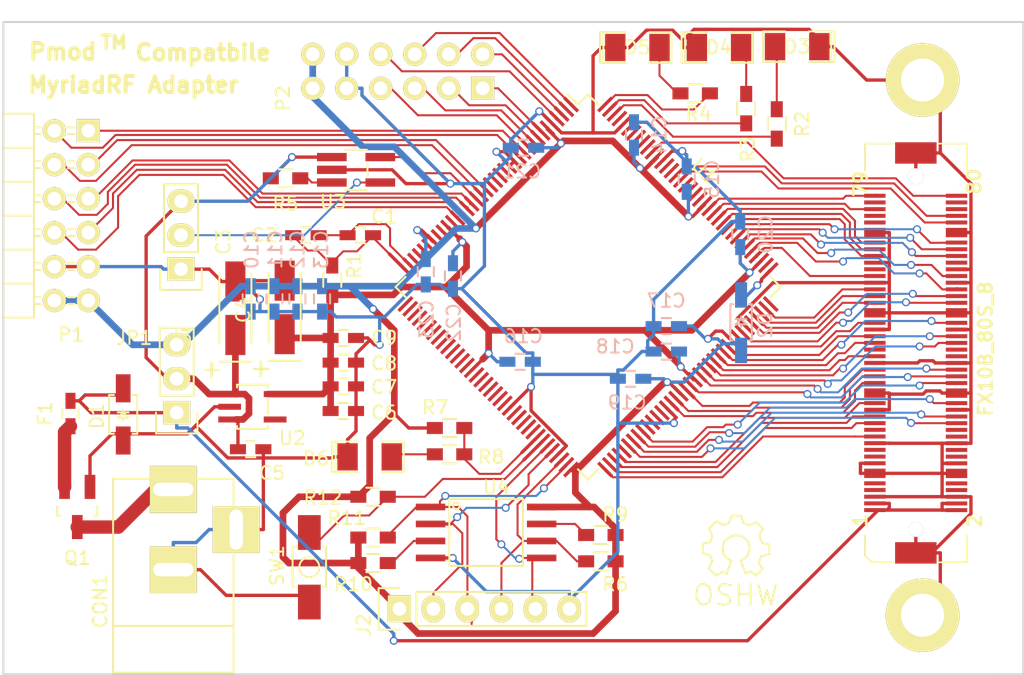
<source format=kicad_pcb>
(kicad_pcb (version 20171130) (host pcbnew "(5.1.12)-1")
  (layers (0 F.Cu signal) (31 B.Cu signal) (34 B.Paste user hide) (35 F.Paste user hide) (36 B.SilkS user hide) (37 F.SilkS user hide) (38 B.Mask user hide) (39 F.Mask user hide) (44 Edge.Cuts user))
  (net 0 "")
  (net 1 GND)
  (net 2 PIO3)
  (net 3 PIO7)
  (net 4 PIO2)
  (net 5 PIO6)
  (net 6 PIO1)
  (net 7 PIO5)
  (net 8 PIO0)
  (net 9 PIO4)
  (net 10 PIO11)
  (net 11 PIO15)
  (net 12 PIO10)
  (net 13 PIO14)
  (net 14 PIO9)
  (net 15 PIO13)
  (net 16 PIO8)
  (net 17 PIO12)
  (net 18 "Net-(C1-Pad1)")
  (net 19 "Net-(C1-Pad2)")
  (net 20 5V_LDO_IN)
  (net 21 1V2_LDO)
  (net 22 3V3_PMOD)
  (net 23 "Net-(R2-Pad2)")
  (net 24 "Net-(R3-Pad2)")
  (net 25 "Net-(R4-Pad2)")
  (net 26 EXT_SPI_CLK)
  (net 27 ICE_CDONE)
  (net 28 EXT_SPI_SS_B)
  (net 29 ICE_CRESET_B)
  (net 30 EXT_SPI_MOSI)
  (net 31 EXT_SPI_MISO)
  (net 32 5V)
  (net 33 "Net-(D2-Pad1)")
  (net 34 "Net-(D3-Pad2)")
  (net 35 "Net-(D4-Pad2)")
  (net 36 "Net-(D5-Pad2)")
  (net 37 "Net-(D6-Pad2)")
  (net 38 "Net-(J3-Pad2)")
  (net 39 "Net-(R5-Pad1)")
  (net 40 "Net-(R9-Pad2)")
  (net 41 "Net-(R10-Pad2)")
  (net 42 ICE_CLK_IN)
  (net 43 RXEN)
  (net 44 TXEN)
  (net 45 DIQ1_SEL)
  (net 46 DIQ2_SEL)
  (net 47 FCLK1)
  (net 48 FCLK2)
  (net 49 RFDIO_RESET)
  (net 50 RFDIO_GPIO0)
  (net 51 RFDIO_GPIO1)
  (net 52 RFDIO_GPIO2)
  (net 53 RFDIO_SPI_MOSI)
  (net 54 RFDIO_SPI_MISO)
  (net 55 RFDIO_SPI_CLK)
  (net 56 RFDIO_SPI_EN)
  (net 57 RFDIO_REF_CLK_IN)
  (net 58 DIQ1_D10)
  (net 59 DIQ1_D8)
  (net 60 DIQ1_D6)
  (net 61 DIQ1_D4)
  (net 62 DIQ1_D2)
  (net 63 DIQ1_D0)
  (net 64 DIQ1_D1)
  (net 65 DIQ1_D3)
  (net 66 DIQ1_D5)
  (net 67 DIQ1_D7)
  (net 68 DIQ1_D9)
  (net 69 DIQ1_D11)
  (net 70 DIQ2_D0)
  (net 71 DIQ2_D2)
  (net 72 DIQ2_D4)
  (net 73 DIQ2_D6)
  (net 74 DIQ2_D8)
  (net 75 DIQ2_D10)
  (net 76 DIQ2_D1)
  (net 77 DIQ2_D3)
  (net 78 DIQ2_D5)
  (net 79 DIQ2_D7)
  (net 80 DIQ2_D9)
  (net 81 DIQ2_D11)
  (net 82 /power_supply/VIN)
  (net 83 /power_supply/VIN_PROT)
  (module Symbols:Symbol_OSHW-Logo_SilkScreen (layer F.Cu) (at 153.797 105.41)
    (fp_text reference T1 hide)
    (fp_text value OSHW_Logo)
  )
  (module Housings_QFP:TQFP-144_20x20mm_Pitch0.5mm (layer F.Cu) (at 142.748 85.852 315)
    (fp_text reference U1 (at 0 -12.275 315) (layer F.SilkS))
    (fp_text value iCE40_1K4K_TQ144)
    (pad 1 smd rect (at -10.55 -8.75 315) (size 1.45 0.25) (layers F.Cu F.Paste F.Mask) (net 13 PIO14))
    (pad 2 smd rect (at -10.55 -8.25 315) (size 1.45 0.25) (layers F.Cu F.Paste F.Mask) (net 15 PIO13))
    (pad 3 smd rect (at -10.55 -7.75 315) (size 1.45 0.25) (layers F.Cu F.Paste F.Mask) (net 17 PIO12))
    (pad 4 smd rect (at -10.55 -7.25 315) (size 1.45 0.25) (layers F.Cu F.Paste F.Mask) (net 11 PIO15))
    (pad 5 smd rect (at -10.55 -6.75 315) (size 1.45 0.25) (layers F.Cu F.Paste F.Mask) (net 1 GND))
    (pad 6 smd rect (at -10.55 -6.25 315) (size 1.45 0.25) (layers F.Cu F.Paste F.Mask) (net 22 3V3_PMOD))
    (pad 7 smd rect (at -10.55 -5.75 315) (size 1.45 0.25) (layers F.Cu F.Paste F.Mask) (net 16 PIO8))
    (pad 8 smd rect (at -10.55 -5.25 315) (size 1.45 0.25) (layers F.Cu F.Paste F.Mask) (net 14 PIO9))
    (pad 9 smd rect (at -10.55 -4.75 315) (size 1.45 0.25) (layers F.Cu F.Paste F.Mask) (net 12 PIO10))
    (pad 10 smd rect (at -10.55 -4.25 315) (size 1.45 0.25) (layers F.Cu F.Paste F.Mask) (net 10 PIO11))
    (pad 11 smd rect (at -10.55 -3.75 315) (size 1.45 0.25) (layers F.Cu F.Paste F.Mask) (net 8 PIO0))
    (pad 12 smd rect (at -10.55 -3.25 315) (size 1.45 0.25) (layers F.Cu F.Paste F.Mask) (net 9 PIO4))
    (pad 13 smd rect (at -10.55 -2.75 315) (size 1.45 0.25) (layers F.Cu F.Paste F.Mask) (net 1 GND))
    (pad 14 smd rect (at -10.55 -2.25 315) (size 1.45 0.25) (layers F.Cu F.Paste F.Mask) (net 1 GND))
    (pad 15 smd rect (at -10.55 -1.75 315) (size 1.45 0.25) (layers F.Cu F.Paste F.Mask))
    (pad 16 smd rect (at -10.55 -1.25 315) (size 1.45 0.25) (layers F.Cu F.Paste F.Mask))
    (pad 17 smd rect (at -10.55 -0.75 315) (size 1.45 0.25) (layers F.Cu F.Paste F.Mask))
    (pad 18 smd rect (at -10.55 -0.25 315) (size 1.45 0.25) (layers F.Cu F.Paste F.Mask))
    (pad 19 smd rect (at -10.55 0.25 315) (size 1.45 0.25) (layers F.Cu F.Paste F.Mask) (net 6 PIO1))
    (pad 20 smd rect (at -10.55 0.75 315) (size 1.45 0.25) (layers F.Cu F.Paste F.Mask) (net 7 PIO5))
    (pad 21 smd rect (at -10.55 1.25 315) (size 1.45 0.25) (layers F.Cu F.Paste F.Mask) (net 42 ICE_CLK_IN))
    (pad 22 smd rect (at -10.55 1.75 315) (size 1.45 0.25) (layers F.Cu F.Paste F.Mask) (net 4 PIO2))
    (pad 23 smd rect (at -10.55 2.25 315) (size 1.45 0.25) (layers F.Cu F.Paste F.Mask) (net 5 PIO6))
    (pad 24 smd rect (at -10.55 2.75 315) (size 1.45 0.25) (layers F.Cu F.Paste F.Mask) (net 2 PIO3))
    (pad 25 smd rect (at -10.55 3.25 315) (size 1.45 0.25) (layers F.Cu F.Paste F.Mask) (net 3 PIO7))
    (pad 26 smd rect (at -10.55 3.75 315) (size 1.45 0.25) (layers F.Cu F.Paste F.Mask))
    (pad 27 smd rect (at -10.55 4.25 315) (size 1.45 0.25) (layers F.Cu F.Paste F.Mask) (net 21 1V2_LDO))
    (pad 28 smd rect (at -10.55 4.75 315) (size 1.45 0.25) (layers F.Cu F.Paste F.Mask))
    (pad 29 smd rect (at -10.55 5.25 315) (size 1.45 0.25) (layers F.Cu F.Paste F.Mask))
    (pad 30 smd rect (at -10.55 5.75 315) (size 1.45 0.25) (layers F.Cu F.Paste F.Mask) (net 22 3V3_PMOD))
    (pad 31 smd rect (at -10.55 6.25 315) (size 1.45 0.25) (layers F.Cu F.Paste F.Mask))
    (pad 32 smd rect (at -10.55 6.75 315) (size 1.45 0.25) (layers F.Cu F.Paste F.Mask))
    (pad 33 smd rect (at -10.55 7.25 315) (size 1.45 0.25) (layers F.Cu F.Paste F.Mask))
    (pad 34 smd rect (at -10.55 7.75 315) (size 1.45 0.25) (layers F.Cu F.Paste F.Mask))
    (pad 35 smd rect (at -10.55 8.25 315) (size 1.45 0.25) (layers F.Cu F.Paste F.Mask) (net 18 "Net-(C1-Pad1)"))
    (pad 36 smd rect (at -10.55 8.75 315) (size 1.45 0.25) (layers F.Cu F.Paste F.Mask) (net 19 "Net-(C1-Pad2)"))
    (pad 37 smd rect (at -8.75 10.55 45) (size 1.45 0.25) (layers F.Cu F.Paste F.Mask))
    (pad 38 smd rect (at -8.25 10.55 45) (size 1.45 0.25) (layers F.Cu F.Paste F.Mask))
    (pad 39 smd rect (at -7.75 10.55 45) (size 1.45 0.25) (layers F.Cu F.Paste F.Mask))
    (pad 40 smd rect (at -7.25 10.55 45) (size 1.45 0.25) (layers F.Cu F.Paste F.Mask))
    (pad 41 smd rect (at -6.75 10.55 45) (size 1.45 0.25) (layers F.Cu F.Paste F.Mask))
    (pad 42 smd rect (at -6.25 10.55 45) (size 1.45 0.25) (layers F.Cu F.Paste F.Mask))
    (pad 43 smd rect (at -5.75 10.55 45) (size 1.45 0.25) (layers F.Cu F.Paste F.Mask))
    (pad 44 smd rect (at -5.25 10.55 45) (size 1.45 0.25) (layers F.Cu F.Paste F.Mask))
    (pad 45 smd rect (at -4.75 10.55 45) (size 1.45 0.25) (layers F.Cu F.Paste F.Mask))
    (pad 46 smd rect (at -4.25 10.55 45) (size 1.45 0.25) (layers F.Cu F.Paste F.Mask))
    (pad 47 smd rect (at -3.75 10.55 45) (size 1.45 0.25) (layers F.Cu F.Paste F.Mask))
    (pad 48 smd rect (at -3.25 10.55 45) (size 1.45 0.25) (layers F.Cu F.Paste F.Mask))
    (pad 49 smd rect (at -2.75 10.55 45) (size 1.45 0.25) (layers F.Cu F.Paste F.Mask))
    (pad 50 smd rect (at -2.25 10.55 45) (size 1.45 0.25) (layers F.Cu F.Paste F.Mask))
    (pad 51 smd rect (at -1.75 10.55 45) (size 1.45 0.25) (layers F.Cu F.Paste F.Mask) (net 21 1V2_LDO))
    (pad 52 smd rect (at -1.25 10.55 45) (size 1.45 0.25) (layers F.Cu F.Paste F.Mask))
    (pad 53 smd rect (at -0.75 10.55 45) (size 1.45 0.25) (layers F.Cu F.Paste F.Mask))
    (pad 54 smd rect (at -0.25 10.55 45) (size 1.45 0.25) (layers F.Cu F.Paste F.Mask))
    (pad 55 smd rect (at 0.25 10.55 45) (size 1.45 0.25) (layers F.Cu F.Paste F.Mask))
    (pad 56 smd rect (at 0.75 10.55 45) (size 1.45 0.25) (layers F.Cu F.Paste F.Mask))
    (pad 57 smd rect (at 1.25 10.55 45) (size 1.45 0.25) (layers F.Cu F.Paste F.Mask))
    (pad 58 smd rect (at 1.75 10.55 45) (size 1.45 0.25) (layers F.Cu F.Paste F.Mask))
    (pad 59 smd rect (at 2.25 10.55 45) (size 1.45 0.25) (layers F.Cu F.Paste F.Mask) (net 1 GND))
    (pad 60 smd rect (at 2.75 10.55 45) (size 1.45 0.25) (layers F.Cu F.Paste F.Mask))
    (pad 61 smd rect (at 3.25 10.55 45) (size 1.45 0.25) (layers F.Cu F.Paste F.Mask))
    (pad 62 smd rect (at 3.75 10.55 45) (size 1.45 0.25) (layers F.Cu F.Paste F.Mask))
    (pad 63 smd rect (at 4.25 10.55 45) (size 1.45 0.25) (layers F.Cu F.Paste F.Mask))
    (pad 64 smd rect (at 4.75 10.55 45) (size 1.45 0.25) (layers F.Cu F.Paste F.Mask))
    (pad 65 smd rect (at 5.25 10.55 45) (size 1.45 0.25) (layers F.Cu F.Paste F.Mask) (net 27 ICE_CDONE))
    (pad 66 smd rect (at 5.75 10.55 45) (size 1.45 0.25) (layers F.Cu F.Paste F.Mask) (net 29 ICE_CRESET_B))
    (pad 67 smd rect (at 6.25 10.55 45) (size 1.45 0.25) (layers F.Cu F.Paste F.Mask) (net 30 EXT_SPI_MOSI))
    (pad 68 smd rect (at 6.75 10.55 45) (size 1.45 0.25) (layers F.Cu F.Paste F.Mask) (net 31 EXT_SPI_MISO))
    (pad 69 smd rect (at 7.25 10.55 45) (size 1.45 0.25) (layers F.Cu F.Paste F.Mask) (net 1 GND))
    (pad 70 smd rect (at 7.75 10.55 45) (size 1.45 0.25) (layers F.Cu F.Paste F.Mask) (net 26 EXT_SPI_CLK))
    (pad 71 smd rect (at 8.25 10.55 45) (size 1.45 0.25) (layers F.Cu F.Paste F.Mask) (net 28 EXT_SPI_SS_B))
    (pad 72 smd rect (at 8.75 10.55 45) (size 1.45 0.25) (layers F.Cu F.Paste F.Mask) (net 22 3V3_PMOD))
    (pad 73 smd rect (at 10.55 8.75 315) (size 1.45 0.25) (layers F.Cu F.Paste F.Mask) (net 45 DIQ1_SEL))
    (pad 74 smd rect (at 10.55 8.25 315) (size 1.45 0.25) (layers F.Cu F.Paste F.Mask) (net 63 DIQ1_D0))
    (pad 75 smd rect (at 10.55 7.75 315) (size 1.45 0.25) (layers F.Cu F.Paste F.Mask) (net 62 DIQ1_D2))
    (pad 76 smd rect (at 10.55 7.25 315) (size 1.45 0.25) (layers F.Cu F.Paste F.Mask) (net 61 DIQ1_D4))
    (pad 77 smd rect (at 10.55 6.75 315) (size 1.45 0.25) (layers F.Cu F.Paste F.Mask))
    (pad 78 smd rect (at 10.55 6.25 315) (size 1.45 0.25) (layers F.Cu F.Paste F.Mask) (net 64 DIQ1_D1))
    (pad 79 smd rect (at 10.55 5.75 315) (size 1.45 0.25) (layers F.Cu F.Paste F.Mask) (net 65 DIQ1_D3))
    (pad 80 smd rect (at 10.55 5.25 315) (size 1.45 0.25) (layers F.Cu F.Paste F.Mask) (net 66 DIQ1_D5))
    (pad 81 smd rect (at 10.55 4.75 315) (size 1.45 0.25) (layers F.Cu F.Paste F.Mask) (net 67 DIQ1_D7))
    (pad 82 smd rect (at 10.55 4.25 315) (size 1.45 0.25) (layers F.Cu F.Paste F.Mask))
    (pad 83 smd rect (at 10.55 3.75 315) (size 1.45 0.25) (layers F.Cu F.Paste F.Mask))
    (pad 84 smd rect (at 10.55 3.25 315) (size 1.45 0.25) (layers F.Cu F.Paste F.Mask))
    (pad 85 smd rect (at 10.55 2.75 315) (size 1.45 0.25) (layers F.Cu F.Paste F.Mask))
    (pad 86 smd rect (at 10.55 2.25 315) (size 1.45 0.25) (layers F.Cu F.Paste F.Mask) (net 1 GND))
    (pad 87 smd rect (at 10.55 1.75 315) (size 1.45 0.25) (layers F.Cu F.Paste F.Mask) (net 60 DIQ1_D6))
    (pad 88 smd rect (at 10.55 1.25 315) (size 1.45 0.25) (layers F.Cu F.Paste F.Mask) (net 59 DIQ1_D8))
    (pad 89 smd rect (at 10.55 0.75 315) (size 1.45 0.25) (layers F.Cu F.Paste F.Mask) (net 22 3V3_PMOD))
    (pad 90 smd rect (at 10.55 0.25 315) (size 1.45 0.25) (layers F.Cu F.Paste F.Mask) (net 58 DIQ1_D10))
    (pad 91 smd rect (at 10.55 -0.25 315) (size 1.45 0.25) (layers F.Cu F.Paste F.Mask) (net 68 DIQ1_D9))
    (pad 92 smd rect (at 10.55 -0.75 315) (size 1.45 0.25) (layers F.Cu F.Paste F.Mask) (net 21 1V2_LDO))
    (pad 93 smd rect (at 10.55 -1.25 315) (size 1.45 0.25) (layers F.Cu F.Paste F.Mask) (net 69 DIQ1_D11))
    (pad 94 smd rect (at 10.55 -1.75 315) (size 1.45 0.25) (layers F.Cu F.Paste F.Mask) (net 76 DIQ2_D1))
    (pad 95 smd rect (at 10.55 -2.25 315) (size 1.45 0.25) (layers F.Cu F.Paste F.Mask) (net 77 DIQ2_D3))
    (pad 96 smd rect (at 10.55 -2.75 315) (size 1.45 0.25) (layers F.Cu F.Paste F.Mask) (net 46 DIQ2_SEL))
    (pad 97 smd rect (at 10.55 -3.25 315) (size 1.45 0.25) (layers F.Cu F.Paste F.Mask) (net 70 DIQ2_D0))
    (pad 98 smd rect (at 10.55 -3.75 315) (size 1.45 0.25) (layers F.Cu F.Paste F.Mask) (net 78 DIQ2_D5))
    (pad 99 smd rect (at 10.55 -4.25 315) (size 1.45 0.25) (layers F.Cu F.Paste F.Mask) (net 71 DIQ2_D2))
    (pad 100 smd rect (at 10.55 -4.75 315) (size 1.45 0.25) (layers F.Cu F.Paste F.Mask) (net 22 3V3_PMOD))
    (pad 101 smd rect (at 10.55 -5.25 315) (size 1.45 0.25) (layers F.Cu F.Paste F.Mask) (net 72 DIQ2_D4))
    (pad 102 smd rect (at 10.55 -5.75 315) (size 1.45 0.25) (layers F.Cu F.Paste F.Mask) (net 79 DIQ2_D7))
    (pad 103 smd rect (at 10.55 -6.25 315) (size 1.45 0.25) (layers F.Cu F.Paste F.Mask) (net 1 GND))
    (pad 104 smd rect (at 10.55 -6.75 315) (size 1.45 0.25) (layers F.Cu F.Paste F.Mask) (net 80 DIQ2_D9))
    (pad 105 smd rect (at 10.55 -7.25 315) (size 1.45 0.25) (layers F.Cu F.Paste F.Mask) (net 73 DIQ2_D6))
    (pad 106 smd rect (at 10.55 -7.75 315) (size 1.45 0.25) (layers F.Cu F.Paste F.Mask) (net 74 DIQ2_D8))
    (pad 107 smd rect (at 10.55 -8.25 315) (size 1.45 0.25) (layers F.Cu F.Paste F.Mask) (net 75 DIQ2_D10))
    (pad 108 smd rect (at 10.55 -8.75 315) (size 1.45 0.25) (layers F.Cu F.Paste F.Mask))
    (pad 109 smd rect (at 8.75 -10.55 45) (size 1.45 0.25) (layers F.Cu F.Paste F.Mask) (net 33 "Net-(D2-Pad1)"))
    (pad 110 smd rect (at 8.25 -10.55 45) (size 1.45 0.25) (layers F.Cu F.Paste F.Mask))
    (pad 111 smd rect (at 7.75 -10.55 45) (size 1.45 0.25) (layers F.Cu F.Paste F.Mask) (net 21 1V2_LDO))
    (pad 112 smd rect (at 7.25 -10.55 45) (size 1.45 0.25) (layers F.Cu F.Paste F.Mask) (net 48 FCLK2))
    (pad 113 smd rect (at 6.75 -10.55 45) (size 1.45 0.25) (layers F.Cu F.Paste F.Mask) (net 81 DIQ2_D11))
    (pad 114 smd rect (at 6.25 -10.55 45) (size 1.45 0.25) (layers F.Cu F.Paste F.Mask) (net 47 FCLK1))
    (pad 115 smd rect (at 5.75 -10.55 45) (size 1.45 0.25) (layers F.Cu F.Paste F.Mask) (net 49 RFDIO_RESET))
    (pad 116 smd rect (at 5.25 -10.55 45) (size 1.45 0.25) (layers F.Cu F.Paste F.Mask) (net 53 RFDIO_SPI_MOSI))
    (pad 117 smd rect (at 4.75 -10.55 45) (size 1.45 0.25) (layers F.Cu F.Paste F.Mask) (net 54 RFDIO_SPI_MISO))
    (pad 118 smd rect (at 4.25 -10.55 45) (size 1.45 0.25) (layers F.Cu F.Paste F.Mask) (net 50 RFDIO_GPIO0))
    (pad 119 smd rect (at 3.75 -10.55 45) (size 1.45 0.25) (layers F.Cu F.Paste F.Mask) (net 51 RFDIO_GPIO1))
    (pad 120 smd rect (at 3.25 -10.55 45) (size 1.45 0.25) (layers F.Cu F.Paste F.Mask) (net 52 RFDIO_GPIO2))
    (pad 121 smd rect (at 2.75 -10.55 45) (size 1.45 0.25) (layers F.Cu F.Paste F.Mask) (net 57 RFDIO_REF_CLK_IN))
    (pad 122 smd rect (at 2.25 -10.55 45) (size 1.45 0.25) (layers F.Cu F.Paste F.Mask) (net 44 TXEN))
    (pad 123 smd rect (at 1.75 -10.55 45) (size 1.45 0.25) (layers F.Cu F.Paste F.Mask) (net 22 3V3_PMOD))
    (pad 124 smd rect (at 1.25 -10.55 45) (size 1.45 0.25) (layers F.Cu F.Paste F.Mask))
    (pad 125 smd rect (at 0.75 -10.55 45) (size 1.45 0.25) (layers F.Cu F.Paste F.Mask))
    (pad 126 smd rect (at 0.25 -10.55 45) (size 1.45 0.25) (layers F.Cu F.Paste F.Mask))
    (pad 127 smd rect (at -0.25 -10.55 45) (size 1.45 0.25) (layers F.Cu F.Paste F.Mask))
    (pad 128 smd rect (at -0.75 -10.55 45) (size 1.45 0.25) (layers F.Cu F.Paste F.Mask) (net 55 RFDIO_SPI_CLK))
    (pad 129 smd rect (at -1.25 -10.55 45) (size 1.45 0.25) (layers F.Cu F.Paste F.Mask) (net 56 RFDIO_SPI_EN))
    (pad 130 smd rect (at -1.75 -10.55 45) (size 1.45 0.25) (layers F.Cu F.Paste F.Mask))
    (pad 131 smd rect (at -2.25 -10.55 45) (size 1.45 0.25) (layers F.Cu F.Paste F.Mask))
    (pad 132 smd rect (at -2.75 -10.55 45) (size 1.45 0.25) (layers F.Cu F.Paste F.Mask) (net 1 GND))
    (pad 133 smd rect (at -3.25 -10.55 45) (size 1.45 0.25) (layers F.Cu F.Paste F.Mask) (net 22 3V3_PMOD))
    (pad 134 smd rect (at -3.75 -10.55 45) (size 1.45 0.25) (layers F.Cu F.Paste F.Mask) (net 43 RXEN))
    (pad 135 smd rect (at -4.25 -10.55 45) (size 1.45 0.25) (layers F.Cu F.Paste F.Mask))
    (pad 136 smd rect (at -4.75 -10.55 45) (size 1.45 0.25) (layers F.Cu F.Paste F.Mask))
    (pad 137 smd rect (at -5.25 -10.55 45) (size 1.45 0.25) (layers F.Cu F.Paste F.Mask))
    (pad 138 smd rect (at -5.75 -10.55 45) (size 1.45 0.25) (layers F.Cu F.Paste F.Mask))
    (pad 139 smd rect (at -6.25 -10.55 45) (size 1.45 0.25) (layers F.Cu F.Paste F.Mask))
    (pad 140 smd rect (at -6.75 -10.55 45) (size 1.45 0.25) (layers F.Cu F.Paste F.Mask) (net 1 GND))
    (pad 141 smd rect (at -7.25 -10.55 45) (size 1.45 0.25) (layers F.Cu F.Paste F.Mask))
    (pad 142 smd rect (at -7.75 -10.55 45) (size 1.45 0.25) (layers F.Cu F.Paste F.Mask) (net 23 "Net-(R2-Pad2)"))
    (pad 143 smd rect (at -8.25 -10.55 45) (size 1.45 0.25) (layers F.Cu F.Paste F.Mask) (net 24 "Net-(R3-Pad2)"))
    (pad 144 smd rect (at -8.75 -10.55 45) (size 1.45 0.25) (layers F.Cu F.Paste F.Mask) (net 25 "Net-(R4-Pad2)"))
  )
  (module Capacitors_SMD:C_0603_HandSoldering (layer F.Cu) (at 125.73 81.9785)
    (fp_text reference C1 (at 1.778 -1.397) (layer F.SilkS))
    (fp_text value 10µF)
    (pad 1 smd rect (at -0.95 0) (size 1.2 0.75) (layers F.Cu F.Paste F.Mask) (net 18 "Net-(C1-Pad1)"))
    (pad 2 smd rect (at 0.95 0) (size 1.2 0.75) (layers F.Cu F.Paste F.Mask) (net 19 "Net-(C1-Pad2)"))
  )
  (module Capacitors_SMD:C_0603_HandSoldering (layer F.Cu) (at 121.666 81.9785 180)
    (fp_text reference C2 (at 3.1115 0 180) (layer F.SilkS))
    (fp_text value 0.1µF)
    (pad 1 smd rect (at -0.95 0 180) (size 1.2 0.75) (layers F.Cu F.Paste F.Mask) (net 18 "Net-(C1-Pad1)"))
    (pad 2 smd rect (at 0.95 0 180) (size 1.2 0.75) (layers F.Cu F.Paste F.Mask) (net 19 "Net-(C1-Pad2)"))
  )
  (module Capacitors_Tantalum_SMD:TantalC_SizeA_EIA-3216_HandSoldering (layer F.Cu) (at 116.396 87.4395 90)
    (fp_text reference C3 (at 4.953 -0.889 90) (layer F.SilkS))
    (fp_text value 1µF)
    (fp_text user + (at -4.59994 -1.80086 90) (layer F.SilkS))
    (pad 2 smd rect (at 1.99898 0 90) (size 2.99974 1.50114) (layers F.Cu F.Paste F.Mask) (net 1 GND))
    (pad 1 smd rect (at -1.99898 0 90) (size 2.99974 1.50114) (layers F.Cu F.Paste F.Mask) (net 20 5V_LDO_IN))
  )
  (module Capacitors_Tantalum_SMD:TantalC_SizeA_EIA-3216_HandSoldering (layer F.Cu) (at 120.078 87.376 90)
    (fp_text reference C4 (at -0.20066 -3.0988 90) (layer F.SilkS))
    (fp_text value 1µF)
    (fp_text user + (at -4.59994 -1.80086 90) (layer F.SilkS))
    (pad 2 smd rect (at 1.99898 0 90) (size 2.99974 1.50114) (layers F.Cu F.Paste F.Mask) (net 1 GND))
    (pad 1 smd rect (at -1.99898 0 90) (size 2.99974 1.50114) (layers F.Cu F.Paste F.Mask) (net 21 1V2_LDO))
  )
  (module Capacitors_SMD:C_0603_HandSoldering (layer F.Cu) (at 117.538 97.9805)
    (fp_text reference C5 (at 1.5875 1.778) (layer F.SilkS))
    (fp_text value 0.1µ)
    (pad 1 smd rect (at -0.95 0) (size 1.2 0.75) (layers F.Cu F.Paste F.Mask) (net 20 5V_LDO_IN))
    (pad 2 smd rect (at 0.95 0) (size 1.2 0.75) (layers F.Cu F.Paste F.Mask) (net 1 GND))
  )
  (module Capacitors_SMD:C_0603_HandSoldering (layer F.Cu) (at 124.46 95.123)
    (fp_text reference C6 (at 3.048 0.127) (layer F.SilkS))
    (fp_text value 10µF)
    (pad 1 smd rect (at -0.95 0) (size 1.2 0.75) (layers F.Cu F.Paste F.Mask) (net 21 1V2_LDO))
    (pad 2 smd rect (at 0.95 0) (size 1.2 0.75) (layers F.Cu F.Paste F.Mask) (net 1 GND))
  )
  (module Capacitors_SMD:C_0603_HandSoldering (layer F.Cu) (at 124.46 93.2815)
    (fp_text reference C7 (at 3.048 0.0635) (layer F.SilkS))
    (fp_text value 1µF)
    (pad 1 smd rect (at -0.95 0) (size 1.2 0.75) (layers F.Cu F.Paste F.Mask) (net 21 1V2_LDO))
    (pad 2 smd rect (at 0.95 0) (size 1.2 0.75) (layers F.Cu F.Paste F.Mask) (net 1 GND))
  )
  (module Capacitors_SMD:C_0603_HandSoldering (layer F.Cu) (at 124.46 91.5035)
    (fp_text reference C8 (at 3.048 0.0635) (layer F.SilkS))
    (fp_text value 0.1µF)
    (pad 1 smd rect (at -0.95 0) (size 1.2 0.75) (layers F.Cu F.Paste F.Mask) (net 21 1V2_LDO))
    (pad 2 smd rect (at 0.95 0) (size 1.2 0.75) (layers F.Cu F.Paste F.Mask) (net 1 GND))
  )
  (module Capacitors_SMD:C_0603_HandSoldering (layer F.Cu) (at 124.46 89.662)
    (fp_text reference C9 (at 3.048 0) (layer F.SilkS))
    (fp_text value 0.01µF)
    (pad 1 smd rect (at -0.95 0) (size 1.2 0.75) (layers F.Cu F.Paste F.Mask) (net 21 1V2_LDO))
    (pad 2 smd rect (at 0.95 0) (size 1.2 0.75) (layers F.Cu F.Paste F.Mask) (net 1 GND))
  )
  (module Capacitors_SMD:C_0603_HandSoldering (layer B.Cu) (at 117.538 86.741 270)
    (fp_text reference C10 (at -3.683 -0.0635 270) (layer B.SilkS) (effects (justify mirror)))
    (fp_text value 10µF)
    (pad 1 smd rect (at -0.95 0 270) (size 1.2 0.75) (layers B.Cu B.Paste B.Mask) (net 22 3V3_PMOD))
    (pad 2 smd rect (at 0.95 0 270) (size 1.2 0.75) (layers B.Cu B.Paste B.Mask) (net 1 GND))
  )
  (module Capacitors_SMD:C_0603_HandSoldering (layer B.Cu) (at 119.316 86.741 270)
    (fp_text reference C11 (at -3.683 -0.0635 270) (layer B.SilkS) (effects (justify mirror)))
    (fp_text value 1µF)
    (pad 1 smd rect (at -0.95 0 270) (size 1.2 0.75) (layers B.Cu B.Paste B.Mask) (net 22 3V3_PMOD))
    (pad 2 smd rect (at 0.95 0 270) (size 1.2 0.75) (layers B.Cu B.Paste B.Mask) (net 1 GND))
  )
  (module Capacitors_SMD:C_0603_HandSoldering (layer B.Cu) (at 121.031 86.741 270)
    (fp_text reference C12 (at -3.683 0 270) (layer B.SilkS) (effects (justify mirror)))
    (fp_text value 0.1µF)
    (pad 1 smd rect (at -0.95 0 270) (size 1.2 0.75) (layers B.Cu B.Paste B.Mask) (net 22 3V3_PMOD))
    (pad 2 smd rect (at 0.95 0 270) (size 1.2 0.75) (layers B.Cu B.Paste B.Mask) (net 1 GND))
  )
  (module Capacitors_SMD:C_0603_HandSoldering (layer B.Cu) (at 122.872 86.741 270)
    (fp_text reference C13 (at -3.683 0.0635 270) (layer B.SilkS) (effects (justify mirror)))
    (fp_text value 0.01µF)
    (pad 1 smd rect (at -0.95 0 270) (size 1.2 0.75) (layers B.Cu B.Paste B.Mask) (net 22 3V3_PMOD))
    (pad 2 smd rect (at 0.95 0 270) (size 1.2 0.75) (layers B.Cu B.Paste B.Mask) (net 1 GND))
  )
  (module Capacitors_SMD:C_0603_HandSoldering (layer B.Cu) (at 146.177 74.4855 90)
    (fp_text reference C14 (at 0 1.9 90) (layer B.SilkS) (effects (justify mirror)))
    (fp_text value 100n)
    (pad 1 smd rect (at -0.95 0 90) (size 1.2 0.75) (layers B.Cu B.Paste B.Mask) (net 22 3V3_PMOD))
    (pad 2 smd rect (at 0.95 0 90) (size 1.2 0.75) (layers B.Cu B.Paste B.Mask) (net 1 GND))
  )
  (module Capacitors_SMD:C_0603_HandSoldering (layer B.Cu) (at 150.114 77.7875 90)
    (fp_text reference C15 (at 0 1.9 90) (layer B.SilkS) (effects (justify mirror)))
    (fp_text value 100n)
    (pad 1 smd rect (at -0.95 0 90) (size 1.2 0.75) (layers B.Cu B.Paste B.Mask) (net 22 3V3_PMOD))
    (pad 2 smd rect (at 0.95 0 90) (size 1.2 0.75) (layers B.Cu B.Paste B.Mask) (net 1 GND))
  )
  (module Capacitors_SMD:C_0603_HandSoldering (layer B.Cu) (at 137.668 91.44)
    (fp_text reference C16 (at 0.254 -1.905) (layer B.SilkS) (effects (justify mirror)))
    (fp_text value 100n)
    (pad 1 smd rect (at -0.95 0) (size 1.2 0.75) (layers B.Cu B.Paste B.Mask) (net 21 1V2_LDO))
    (pad 2 smd rect (at 0.95 0) (size 1.2 0.75) (layers B.Cu B.Paste B.Mask) (net 1 GND))
  )
  (module Capacitors_SMD:C_0603_HandSoldering (layer B.Cu) (at 148.59 88.773 180)
    (fp_text reference C17 (at 0 1.9 180) (layer B.SilkS) (effects (justify mirror)))
    (fp_text value 100n)
    (pad 1 smd rect (at -0.95 0 180) (size 1.2 0.75) (layers B.Cu B.Paste B.Mask) (net 22 3V3_PMOD))
    (pad 2 smd rect (at 0.95 0 180) (size 1.2 0.75) (layers B.Cu B.Paste B.Mask) (net 1 GND))
  )
  (module Capacitors_SMD:C_0603_HandSoldering (layer B.Cu) (at 148.59 90.678 180)
    (fp_text reference C18 (at 3.81 0.381 180) (layer B.SilkS) (effects (justify mirror)))
    (fp_text value 100n)
    (pad 1 smd rect (at -0.95 0 180) (size 1.2 0.75) (layers B.Cu B.Paste B.Mask) (net 21 1V2_LDO))
    (pad 2 smd rect (at 0.95 0 180) (size 1.2 0.75) (layers B.Cu B.Paste B.Mask) (net 1 GND))
  )
  (module Capacitors_SMD:C_0603_HandSoldering (layer B.Cu) (at 145.923 92.71 180)
    (fp_text reference C19 (at 0.254 -1.778 180) (layer B.SilkS) (effects (justify mirror)))
    (fp_text value 100n)
    (pad 1 smd rect (at -0.95 0 180) (size 1.2 0.75) (layers B.Cu B.Paste B.Mask) (net 22 3V3_PMOD))
    (pad 2 smd rect (at 0.95 0 180) (size 1.2 0.75) (layers B.Cu B.Paste B.Mask) (net 1 GND))
  )
  (module Capacitors_SMD:C_0603_HandSoldering (layer B.Cu) (at 154.114 81.915 90)
    (fp_text reference C20 (at 0 1.9 90) (layer B.SilkS) (effects (justify mirror)))
    (fp_text value 100n)
    (pad 1 smd rect (at -0.95 0 90) (size 1.2 0.75) (layers B.Cu B.Paste B.Mask) (net 21 1V2_LDO))
    (pad 2 smd rect (at 0.95 0 90) (size 1.2 0.75) (layers B.Cu B.Paste B.Mask) (net 1 GND))
  )
  (module Capacitors_SMD:C_0603_HandSoldering (layer B.Cu) (at 137.922 75.438 180)
    (fp_text reference C21 (at 0.127 -1.778 180) (layer B.SilkS) (effects (justify mirror)))
    (fp_text value 100n)
    (pad 1 smd rect (at -0.95 0 180) (size 1.2 0.75) (layers B.Cu B.Paste B.Mask) (net 22 3V3_PMOD))
    (pad 2 smd rect (at 0.95 0 180) (size 1.2 0.75) (layers B.Cu B.Paste B.Mask) (net 1 GND))
  )
  (module Capacitors_SMD:C_0603_HandSoldering (layer B.Cu) (at 132.652 85.0265 270)
    (fp_text reference C22 (at 3.4925 -0.0635 270) (layer B.SilkS) (effects (justify mirror)))
    (fp_text value 100n)
    (pad 1 smd rect (at -0.95 0 270) (size 1.2 0.75) (layers B.Cu B.Paste B.Mask) (net 21 1V2_LDO))
    (pad 2 smd rect (at 0.95 0 270) (size 1.2 0.75) (layers B.Cu B.Paste B.Mask) (net 1 GND))
  )
  (module Capacitors_SMD:C_0603_HandSoldering (layer B.Cu) (at 130.62 84.709 270)
    (fp_text reference C23 (at 3.556 -0.0635 270) (layer B.SilkS) (effects (justify mirror)))
    (fp_text value 100n)
    (pad 1 smd rect (at -0.95 0 270) (size 1.2 0.75) (layers B.Cu B.Paste B.Mask) (net 22 3V3_PMOD))
    (pad 2 smd rect (at 0.95 0 270) (size 1.2 0.75) (layers B.Cu B.Paste B.Mask) (net 1 GND))
  )
  (module SMD_Packages:SMD-1206_Pol (layer F.Cu) (at 158.369 67.8815 180)
    (fp_text reference D3 (at 0 0 180) (layer F.SilkS))
    (fp_text value LED)
    (pad 1 smd rect (at -1.651 0 180) (size 1.524 2.032) (layers F.Cu F.Paste F.Mask) (net 1 GND))
    (pad 2 smd rect (at 1.651 0 180) (size 1.524 2.032) (layers F.Cu F.Paste F.Mask) (net 34 "Net-(D3-Pad2)"))
  )
  (module SMD_Packages:SMD-1206_Pol (layer F.Cu) (at 152.527 67.945)
    (fp_text reference D4 (at 0 0) (layer F.SilkS))
    (fp_text value LED)
    (pad 1 smd rect (at -1.651 0) (size 1.524 2.032) (layers F.Cu F.Paste F.Mask) (net 1 GND))
    (pad 2 smd rect (at 1.651 0) (size 1.524 2.032) (layers F.Cu F.Paste F.Mask) (net 35 "Net-(D4-Pad2)"))
  )
  (module SMD_Packages:SMD-1206_Pol (layer F.Cu) (at 146.431 67.945)
    (fp_text reference D5 (at 0 0) (layer F.SilkS))
    (fp_text value LED)
    (pad 1 smd rect (at -1.651 0) (size 1.524 2.032) (layers F.Cu F.Paste F.Mask) (net 1 GND))
    (pad 2 smd rect (at 1.651 0) (size 1.524 2.032) (layers F.Cu F.Paste F.Mask) (net 36 "Net-(D5-Pad2)"))
  )
  (module SMD_Packages:SMD-1206_Pol (layer F.Cu) (at 126.428 98.552)
    (fp_text reference D6 (at -4.0005 0.127) (layer F.SilkS))
    (fp_text value LED)
    (pad 1 smd rect (at -1.651 0) (size 1.524 2.032) (layers F.Cu F.Paste F.Mask) (net 1 GND))
    (pad 2 smd rect (at 1.651 0) (size 1.524 2.032) (layers F.Cu F.Paste F.Mask) (net 37 "Net-(D6-Pad2)"))
  )
  (module Capacitors_SMD:C_0603_HandSoldering (layer F.Cu) (at 104.076 95.3135 90)
    (fp_text reference F1 (at 0 -1.9 90) (layer F.SilkS))
    (fp_text value 2A-0603)
    (pad 1 smd rect (at -0.95 0 90) (size 1.2 0.75) (layers F.Cu F.Paste F.Mask) (net 83 /power_supply/VIN_PROT))
    (pad 2 smd rect (at 0.95 0 90) (size 1.2 0.75) (layers F.Cu F.Paste F.Mask) (net 32 5V))
  )
  (module Pin_Headers:Pin_Header_Straight_1x06 (layer F.Cu) (at 128.651 109.918 90)
    (fp_text reference J2 (at -1.2065 -2.667 90) (layer F.SilkS))
    (fp_text value Pinheader_1x6_TH)
    (pad 1 thru_hole rect (at 0 0 90) (size 2.032 1.7272) (drill 1.016) (layers *.Cu *.Mask F.SilkS) (net 22 3V3_PMOD))
    (pad 2 thru_hole oval (at 0 2.54 90) (size 2.032 1.7272) (drill 1.016) (layers *.Cu *.Mask F.SilkS) (net 31 EXT_SPI_MISO))
    (pad 3 thru_hole oval (at 0 5.08 90) (size 2.032 1.7272) (drill 1.016) (layers *.Cu *.Mask F.SilkS) (net 28 EXT_SPI_SS_B))
    (pad 4 thru_hole oval (at 0 7.62 90) (size 2.032 1.7272) (drill 1.016) (layers *.Cu *.Mask F.SilkS) (net 26 EXT_SPI_CLK))
    (pad 5 thru_hole oval (at 0 10.16 90) (size 2.032 1.7272) (drill 1.016) (layers *.Cu *.Mask F.SilkS) (net 30 EXT_SPI_MOSI))
    (pad 6 thru_hole oval (at 0 12.7 90) (size 2.032 1.7272) (drill 1.016) (layers *.Cu *.Mask F.SilkS) (net 1 GND))
  )
  (module Pin_Headers:Pin_Header_Straight_1x03 (layer F.Cu) (at 112.332 84.5185 180)
    (fp_text reference J3 (at 0 -5.1 180) (layer F.SilkS))
    (fp_text value SELECT_DIV)
    (pad 1 thru_hole rect (at 0 0 180) (size 2.032 1.7272) (drill 1.016) (layers *.Cu *.Mask F.SilkS) (net 1 GND))
    (pad 2 thru_hole oval (at 0 2.54 180) (size 2.032 1.7272) (drill 1.016) (layers *.Cu *.Mask F.SilkS) (net 38 "Net-(J3-Pad2)"))
    (pad 3 thru_hole oval (at 0 5.08 180) (size 2.032 1.7272) (drill 1.016) (layers *.Cu *.Mask F.SilkS) (net 20 5V_LDO_IN))
  )
  (module Pin_Headers:Pin_Header_Straight_1x03 (layer F.Cu) (at 112.014 95.25 180)
    (fp_text reference JP1 (at 3.175 5.588 180) (layer F.SilkS))
    (fp_text value LDO_1V2_IN_SEL)
    (pad 1 thru_hole rect (at 0 0 180) (size 2.032 1.7272) (drill 1.016) (layers *.Cu *.Mask F.SilkS) (net 32 5V))
    (pad 2 thru_hole oval (at 0 2.54 180) (size 2.032 1.7272) (drill 1.016) (layers *.Cu *.Mask F.SilkS) (net 20 5V_LDO_IN))
    (pad 3 thru_hole oval (at 0 5.08 180) (size 2.032 1.7272) (drill 1.016) (layers *.Cu *.Mask F.SilkS) (net 22 3V3_PMOD))
  )
  (module TO_SOT_Packages_SMD:SOT-23_Handsoldering (layer F.Cu) (at 104.584 102.298 180)
    (fp_text reference Q1 (at 0 -3.81 180) (layer F.SilkS))
    (fp_text value Q_PMOS_GSD)
    (pad 1 smd rect (at -0.95 1.50114 180) (size 0.8001 1.80086) (layers F.Cu F.Paste F.Mask) (net 1 GND))
    (pad 2 smd rect (at 0.95 1.50114 180) (size 0.8001 1.80086) (layers F.Cu F.Paste F.Mask) (net 83 /power_supply/VIN_PROT))
    (pad 3 smd rect (at 0 -1.50114 180) (size 0.8001 1.80086) (layers F.Cu F.Paste F.Mask) (net 82 /power_supply/VIN))
  )
  (module Resistors_SMD:R_0603_HandSoldering (layer F.Cu) (at 123.634 85.344 90)
    (fp_text reference R1 (at 1.0795 1.651 90) (layer F.SilkS))
    (fp_text value 100)
    (pad 1 smd rect (at -1.1 0 90) (size 1.2 0.9) (layers F.Cu F.Paste F.Mask) (net 21 1V2_LDO))
    (pad 2 smd rect (at 1.1 0 90) (size 1.2 0.9) (layers F.Cu F.Paste F.Mask) (net 19 "Net-(C1-Pad2)"))
  )
  (module Resistors_SMD:R_0603_HandSoldering (layer F.Cu) (at 156.845 73.66 270)
    (fp_text reference R2 (at 0 -1.9 270) (layer F.SilkS))
    (fp_text value 10)
    (pad 1 smd rect (at -1.1 0 270) (size 1.2 0.9) (layers F.Cu F.Paste F.Mask) (net 34 "Net-(D3-Pad2)"))
    (pad 2 smd rect (at 1.1 0 270) (size 1.2 0.9) (layers F.Cu F.Paste F.Mask) (net 23 "Net-(R2-Pad2)"))
  )
  (module Resistors_SMD:R_0603_HandSoldering (layer F.Cu) (at 154.559 72.517 270)
    (fp_text reference R3 (at 3.048 -0.127 270) (layer F.SilkS))
    (fp_text value 10)
    (pad 1 smd rect (at -1.1 0 270) (size 1.2 0.9) (layers F.Cu F.Paste F.Mask) (net 35 "Net-(D4-Pad2)"))
    (pad 2 smd rect (at 1.1 0 270) (size 1.2 0.9) (layers F.Cu F.Paste F.Mask) (net 24 "Net-(R3-Pad2)"))
  )
  (module Resistors_SMD:R_0603_HandSoldering (layer F.Cu) (at 150.749 71.374)
    (fp_text reference R4 (at 0.254 1.524) (layer F.SilkS))
    (fp_text value 10)
    (pad 1 smd rect (at -1.1 0) (size 1.2 0.9) (layers F.Cu F.Paste F.Mask) (net 36 "Net-(D5-Pad2)"))
    (pad 2 smd rect (at 1.1 0) (size 1.2 0.9) (layers F.Cu F.Paste F.Mask) (net 25 "Net-(R4-Pad2)"))
  )
  (module Resistors_SMD:R_0603_HandSoldering (layer F.Cu) (at 120.142 77.724 180)
    (fp_text reference R5 (at 0 -1.9 180) (layer F.SilkS))
    (fp_text value R)
    (pad 1 smd rect (at -1.1 0 180) (size 1.2 0.9) (layers F.Cu F.Paste F.Mask) (net 39 "Net-(R5-Pad1)"))
    (pad 2 smd rect (at 1.1 0 180) (size 1.2 0.9) (layers F.Cu F.Paste F.Mask) (net 20 5V_LDO_IN))
  )
  (module Resistors_SMD:R_0603_HandSoldering (layer F.Cu) (at 143.7 106.362 180)
    (fp_text reference R6 (at -1.0795 -1.7145 180) (layer F.SilkS))
    (fp_text value 10k)
    (pad 1 smd rect (at -1.1 0 180) (size 1.2 0.9) (layers F.Cu F.Paste F.Mask) (net 22 3V3_PMOD))
    (pad 2 smd rect (at 1.1 0 180) (size 1.2 0.9) (layers F.Cu F.Paste F.Mask) (net 26 EXT_SPI_CLK))
  )
  (module Resistors_SMD:R_0603_HandSoldering (layer F.Cu) (at 132.398 96.393)
    (fp_text reference R7 (at -1.0795 -1.524) (layer F.SilkS))
    (fp_text value 10K)
    (pad 1 smd rect (at -1.1 0) (size 1.2 0.9) (layers F.Cu F.Paste F.Mask) (net 22 3V3_PMOD))
    (pad 2 smd rect (at 1.1 0) (size 1.2 0.9) (layers F.Cu F.Paste F.Mask) (net 27 ICE_CDONE))
  )
  (module Resistors_SMD:R_0603_HandSoldering (layer F.Cu) (at 132.398 98.3615 180)
    (fp_text reference R8 (at -3.1115 -0.1905 180) (layer F.SilkS))
    (fp_text value 10)
    (pad 1 smd rect (at -1.1 0 180) (size 1.2 0.9) (layers F.Cu F.Paste F.Mask) (net 27 ICE_CDONE))
    (pad 2 smd rect (at 1.1 0 180) (size 1.2 0.9) (layers F.Cu F.Paste F.Mask) (net 37 "Net-(D6-Pad2)"))
  )
  (module Resistors_SMD:R_0603_HandSoldering (layer F.Cu) (at 143.7 104.394 180)
    (fp_text reference R9 (at -1.0795 1.524 180) (layer F.SilkS))
    (fp_text value 10k)
    (pad 1 smd rect (at -1.1 0 180) (size 1.2 0.9) (layers F.Cu F.Paste F.Mask) (net 22 3V3_PMOD))
    (pad 2 smd rect (at 1.1 0 180) (size 1.2 0.9) (layers F.Cu F.Paste F.Mask) (net 40 "Net-(R9-Pad2)"))
  )
  (module Resistors_SMD:R_0603_HandSoldering (layer F.Cu) (at 126.682 106.49)
    (fp_text reference R10 (at -1.4605 1.5875) (layer F.SilkS))
    (fp_text value 10k)
    (pad 1 smd rect (at -1.1 0) (size 1.2 0.9) (layers F.Cu F.Paste F.Mask) (net 22 3V3_PMOD))
    (pad 2 smd rect (at 1.1 0) (size 1.2 0.9) (layers F.Cu F.Paste F.Mask) (net 41 "Net-(R10-Pad2)"))
  )
  (module Resistors_SMD:R_0603_HandSoldering (layer F.Cu) (at 126.682 104.584)
    (fp_text reference R11 (at -1.9685 -1.4605) (layer F.SilkS))
    (fp_text value 10k)
    (pad 1 smd rect (at -1.1 0) (size 1.2 0.9) (layers F.Cu F.Paste F.Mask) (net 22 3V3_PMOD))
    (pad 2 smd rect (at 1.1 0) (size 1.2 0.9) (layers F.Cu F.Paste F.Mask) (net 28 EXT_SPI_SS_B))
  )
  (module Resistors_SMD:R_0603_HandSoldering (layer F.Cu) (at 126.682 101.536)
    (fp_text reference R12 (at -3.7465 0.0635) (layer F.SilkS))
    (fp_text value 10K)
    (pad 1 smd rect (at -1.1 0) (size 1.2 0.9) (layers F.Cu F.Paste F.Mask) (net 22 3V3_PMOD))
    (pad 2 smd rect (at 1.1 0) (size 1.2 0.9) (layers F.Cu F.Paste F.Mask) (net 29 ICE_CRESET_B))
  )
  (module lms6002-pmod:SOD-123F_Handsoldering (layer F.Cu) (at 108.014 95.377 270)
    (fp_text reference D1 (at 0.127 1.9685 270) (layer F.SilkS))
    (fp_text value 5V-SOD-123F)
    (pad 2 smd rect (at 1.45 0 270) (size 2.1 1.1) (drill (offset 0.5 0)) (layers F.Cu F.Paste F.Mask) (net 1 GND))
    (pad 1 smd rect (at -1.45 0 270) (size 2.1 1.1) (drill (offset -0.5 0)) (layers F.Cu F.Paste F.Mask) (net 32 5V))
  )
  (module lms6002-pmod:SOD-123_Handsoldering (layer B.Cu) (at 154.178 88.519 270)
    (fp_text reference D2 (at 0.2 -1.8 270) (layer B.SilkS) (effects (justify mirror)))
    (fp_text value "Schottky 0520")
    (pad 2 smd rect (at 1.575 0 270) (size 1.9 0.9) (drill (offset 0.5 0)) (layers B.Cu B.Paste B.Mask) (net 22 3V3_PMOD))
    (pad 1 smd rect (at -1.575 0 270) (size 1.9 0.9) (drill (offset -0.5 0)) (layers B.Cu B.Paste B.Mask) (net 33 "Net-(D2-Pad1)"))
  )
  (module lms6002-pmod:Pmod (layer F.Cu) (at 99.06 72.898)
    (fp_text reference P1 (at 5.08 16.51) (layer F.SilkS))
    (fp_text value PMOD_2x6)
    (pad 6 thru_hole circle (at 6.35 13.97 180) (size 1.7272 1.7272) (drill 1.016) (layers *.Cu *.Mask F.SilkS) (net 22 3V3_PMOD))
    (pad 12 thru_hole oval (at 3.81 13.97 180) (size 1.7272 1.7272) (drill 1.016) (layers *.Cu *.Mask F.SilkS) (net 22 3V3_PMOD))
    (pad 5 thru_hole oval (at 6.35 11.43 180) (size 1.7272 1.7272) (drill 1.016) (layers *.Cu *.Mask F.SilkS) (net 1 GND))
    (pad 11 thru_hole oval (at 3.81 11.43 180) (size 1.7272 1.7272) (drill 1.016) (layers *.Cu *.Mask F.SilkS) (net 1 GND))
    (pad 4 thru_hole oval (at 6.35 8.89 180) (size 1.7272 1.7272) (drill 1.016) (layers *.Cu *.Mask F.SilkS) (net 2 PIO3))
    (pad 10 thru_hole oval (at 3.81 8.89 180) (size 1.7272 1.7272) (drill 1.016) (layers *.Cu *.Mask F.SilkS) (net 3 PIO7))
    (pad 3 thru_hole oval (at 6.35 6.35 180) (size 1.7272 1.7272) (drill 1.016) (layers *.Cu *.Mask F.SilkS) (net 4 PIO2))
    (pad 9 thru_hole oval (at 3.81 6.35 180) (size 1.7272 1.7272) (drill 1.016) (layers *.Cu *.Mask F.SilkS) (net 5 PIO6))
    (pad 2 thru_hole oval (at 6.35 3.81 180) (size 1.7272 1.7272) (drill 1.016) (layers *.Cu *.Mask F.SilkS) (net 6 PIO1))
    (pad 8 thru_hole oval (at 3.81 3.81 180) (size 1.7272 1.7272) (drill 1.016) (layers *.Cu *.Mask F.SilkS) (net 7 PIO5))
    (pad 1 thru_hole rect (at 6.35 1.27 180) (size 1.7272 1.7272) (drill 1.016) (layers *.Cu *.Mask F.SilkS) (net 8 PIO0))
    (pad 7 thru_hole oval (at 3.81 1.27 180) (size 1.7272 1.7272) (drill 1.016) (layers *.Cu *.Mask F.SilkS) (net 9 PIO4))
  )
  (module lms6002-pmod:Myriad_Mount_Hole (layer F.Cu) (at 171.831 71.0184)
    (fp_text reference P3 hide)
    (fp_text value Myriad_Mount_Hole hide)
    (pad GND thru_hole circle (at -4.09448 -0.64008) (size 5.4991 5.4991) (drill 3.2131) (layers *.Cu *.Mask F.SilkS) (net 1 GND))
  )
  (module lms6002-pmod:Myriad_Mount_Hole (layer F.Cu) (at 171.145 110.414)
    (fp_text reference P4 hide)
    (fp_text value Myriad_Mount_Hole hide)
    (pad GND thru_hole circle (at -3.40868 -0.02286) (size 5.4991 5.4991) (drill 3.2131) (layers *.Cu *.Mask F.SilkS) (net 1 GND))
  )
  (module lms6002-pmod:BARREL_JACK (layer F.Cu) (at 111.76 107.188 90)
    (fp_text reference CON1 (at -2.159 -5.461 270) (layer F.SilkS))
    (fp_text value BARREL_JACK)
    (pad 1 thru_hole rect (at 6.20014 0 90) (size 3.50012 3.50012) (drill oval 1.00076 2.99974) (layers *.Cu *.Mask F.SilkS) (net 82 /power_supply/VIN))
    (pad 2 thru_hole rect (at 0.20066 0 90) (size 3.50012 3.50012) (drill oval 1.00076 2.99974) (layers *.Cu *.Mask F.SilkS) (net 1 GND))
    (pad 3 thru_hole rect (at 3.2004 4.699 90) (size 3.50012 3.50012) (drill oval 2.99974 1.00076) (layers *.Cu *.Mask F.SilkS) (net 1 GND))
  )
  (module MyriadRF:FX10B_80S_8 (layer F.Cu) (at 167.234 90.7796 90)
    (fp_text reference J1 hide)
    (fp_text value FX10B_80S_8 (at 0.3 5.2 90) (layer F.SilkS) (effects (font (thickness 0.2))))
    (fp_text user 80 (at 12.82 4.36 90) (layer F.SilkS) (effects (font (thickness 0.2))))
    (fp_text user 79 (at 12.64 -4.12 90) (layer F.SilkS) (effects (font (thickness 0.2))))
    (fp_text user 1 (at -12.52 -4.16 90) (layer F.SilkS) (effects (font (thickness 0.2))))
    (fp_text user 2 (at -12.57 4.4 90) (layer F.SilkS) (effects (font (thickness 0.2))))
    (pad 79 smd rect (at 11.75004 -3.0607 90) (size 0.29972 1.6002) (layers F.Cu F.Paste F.Mask) (net 44 TXEN))
    (pad 77 smd rect (at 11.24966 -3.0607 90) (size 0.29972 1.6002) (layers F.Cu F.Paste F.Mask))
    (pad 75 smd rect (at 10.74928 -3.0607 90) (size 0.29972 1.6002) (layers F.Cu F.Paste F.Mask) (net 57 RFDIO_REF_CLK_IN))
    (pad 73 smd rect (at 10.2489 -3.0607 90) (size 0.29972 1.6002) (layers F.Cu F.Paste F.Mask))
    (pad 71 smd rect (at 9.75106 -3.0607 90) (size 0.29972 1.6002) (layers F.Cu F.Paste F.Mask))
    (pad 87 smd rect (at 8.99922 -3.0607 90) (size 0.70104 1.6002) (layers F.Cu F.Paste F.Mask) (net 1 GND))
    (pad 69 smd rect (at 8.24992 -3.0607 90) (size 0.29972 1.6002) (layers F.Cu F.Paste F.Mask) (net 52 RFDIO_GPIO2))
    (pad 67 smd rect (at 7.74954 -3.0607 90) (size 0.29972 1.6002) (layers F.Cu F.Paste F.Mask) (net 51 RFDIO_GPIO1))
    (pad 65 smd rect (at 7.24916 -3.0607 90) (size 0.29972 1.6002) (layers F.Cu F.Paste F.Mask) (net 50 RFDIO_GPIO0))
    (pad 63 smd rect (at 6.74878 -3.0607 90) (size 0.29972 1.6002) (layers F.Cu F.Paste F.Mask) (net 1 GND))
    (pad 61 smd rect (at 6.25094 -3.0607 90) (size 0.29972 1.6002) (layers F.Cu F.Paste F.Mask))
    (pad 59 smd rect (at 5.75056 -3.0607 90) (size 0.29972 1.6002) (layers F.Cu F.Paste F.Mask) (net 48 FCLK2))
    (pad 57 smd rect (at 5.25018 -3.0607 90) (size 0.29972 1.6002) (layers F.Cu F.Paste F.Mask) (net 1 GND))
    (pad 55 smd rect (at 4.7498 -3.0607 90) (size 0.29972 1.6002) (layers F.Cu F.Paste F.Mask) (net 75 DIQ2_D10))
    (pad 53 smd rect (at 4.24942 -3.0607 90) (size 0.29972 1.6002) (layers F.Cu F.Paste F.Mask) (net 74 DIQ2_D8))
    (pad 51 smd rect (at 3.74904 -3.0607 90) (size 0.29972 1.6002) (layers F.Cu F.Paste F.Mask) (net 73 DIQ2_D6))
    (pad 85 smd rect (at 2.99974 -3.0607 90) (size 0.70104 1.6002) (layers F.Cu F.Paste F.Mask) (net 1 GND))
    (pad 49 smd rect (at 2.25044 -3.0607 90) (size 0.29972 1.6002) (layers F.Cu F.Paste F.Mask) (net 72 DIQ2_D4))
    (pad 47 smd rect (at 1.75006 -3.0607 90) (size 0.29972 1.6002) (layers F.Cu F.Paste F.Mask) (net 1 GND))
    (pad 45 smd rect (at 1.24968 -3.0607 90) (size 0.29972 1.6002) (layers F.Cu F.Paste F.Mask) (net 71 DIQ2_D2))
    (pad 43 smd rect (at 0.7493 -3.0607 90) (size 0.29972 1.6002) (layers F.Cu F.Paste F.Mask) (net 70 DIQ2_D0))
    (pad 41 smd rect (at 0.24892 -3.0607 90) (size 0.29972 1.6002) (layers F.Cu F.Paste F.Mask))
    (pad 39 smd rect (at -0.24892 -3.0607 90) (size 0.29972 1.6002) (layers F.Cu F.Paste F.Mask) (net 46 DIQ2_SEL))
    (pad 37 smd rect (at -0.7493 -3.0607 90) (size 0.29972 1.6002) (layers F.Cu F.Paste F.Mask) (net 1 GND))
    (pad 35 smd rect (at -1.24968 -3.0607 90) (size 0.29972 1.6002) (layers F.Cu F.Paste F.Mask) (net 58 DIQ1_D10))
    (pad 33 smd rect (at -1.75006 -3.0607 90) (size 0.29972 1.6002) (layers F.Cu F.Paste F.Mask) (net 59 DIQ1_D8))
    (pad 31 smd rect (at -2.25044 -3.0607 90) (size 0.29972 1.6002) (layers F.Cu F.Paste F.Mask) (net 60 DIQ1_D6))
    (pad 83 smd rect (at -3.00228 -3.0607 90) (size 0.70104 1.6002) (layers F.Cu F.Paste F.Mask) (net 1 GND))
    (pad 29 smd rect (at -3.74904 -3.0607 90) (size 0.29972 1.6002) (layers F.Cu F.Paste F.Mask) (net 61 DIQ1_D4))
    (pad 27 smd rect (at -4.24942 -3.0607 90) (size 0.29972 1.6002) (layers F.Cu F.Paste F.Mask) (net 1 GND))
    (pad 25 smd rect (at -4.7498 -3.0607 90) (size 0.29972 1.6002) (layers F.Cu F.Paste F.Mask) (net 62 DIQ1_D2))
    (pad 23 smd rect (at -5.25018 -3.0607 90) (size 0.29972 1.6002) (layers F.Cu F.Paste F.Mask) (net 63 DIQ1_D0))
    (pad 21 smd rect (at -5.75056 -3.0607 90) (size 0.29972 1.6002) (layers F.Cu F.Paste F.Mask))
    (pad 19 smd rect (at -6.25094 -3.0607 90) (size 0.29972 1.6002) (layers F.Cu F.Paste F.Mask) (net 45 DIQ1_SEL))
    (pad 17 smd rect (at -6.74878 -3.0607 90) (size 0.29972 1.6002) (layers F.Cu F.Paste F.Mask) (net 1 GND))
    (pad 15 smd rect (at -7.24916 -3.0607 90) (size 0.29972 1.6002) (layers F.Cu F.Paste F.Mask))
    (pad 13 smd rect (at -7.74954 -3.0607 90) (size 0.29972 1.6002) (layers F.Cu F.Paste F.Mask))
    (pad 11 smd rect (at -8.24992 -3.0607 90) (size 0.29972 1.6002) (layers F.Cu F.Paste F.Mask) (net 1 GND))
    (pad 81 smd rect (at -9.00176 -3.0607 90) (size 0.70104 1.6002) (layers F.Cu F.Paste F.Mask) (net 1 GND))
    (pad 9 smd rect (at -9.75106 -3.0607 90) (size 0.29972 1.6002) (layers F.Cu F.Paste F.Mask))
    (pad 7 smd rect (at -10.2489 -3.0607 90) (size 0.29972 1.6002) (layers F.Cu F.Paste F.Mask))
    (pad 5 smd rect (at -10.74928 -3.0607 90) (size 0.29972 1.6002) (layers F.Cu F.Paste F.Mask) (net 1 GND))
    (pad 3 smd rect (at -11.24966 -3.0607 90) (size 0.29972 1.6002) (layers F.Cu F.Paste F.Mask) (net 32 5V))
    (pad 1 smd rect (at -11.75004 -3.0607 90) (size 0.29972 1.6002) (layers F.Cu F.Paste F.Mask) (net 32 5V))
    (pad 2 smd rect (at -11.75512 3.04038 90) (size 0.29972 1.6002) (layers F.Cu F.Paste F.Mask) (net 32 5V))
    (pad 4 smd rect (at -11.25474 3.04038 90) (size 0.29972 1.6002) (layers F.Cu F.Paste F.Mask) (net 32 5V))
    (pad 6 smd rect (at -10.75436 3.04038 90) (size 0.29972 1.6002) (layers F.Cu F.Paste F.Mask) (net 1 GND))
    (pad 8 smd rect (at -10.25398 3.04038 90) (size 0.29972 1.6002) (layers F.Cu F.Paste F.Mask))
    (pad 10 smd rect (at -9.75614 3.04038 90) (size 0.29972 1.6002) (layers F.Cu F.Paste F.Mask))
    (pad 82 smd rect (at -9.00684 3.04038 90) (size 0.70104 1.6002) (layers F.Cu F.Paste F.Mask) (net 1 GND))
    (pad 12 smd rect (at -8.255 3.04038 90) (size 0.29972 1.6002) (layers F.Cu F.Paste F.Mask) (net 1 GND))
    (pad 14 smd rect (at -7.75462 3.04038 90) (size 0.29972 1.6002) (layers F.Cu F.Paste F.Mask))
    (pad 16 smd rect (at -7.25424 3.04038 90) (size 0.29972 1.6002) (layers F.Cu F.Paste F.Mask))
    (pad 18 smd rect (at -6.75386 3.04038 90) (size 0.29972 1.6002) (layers F.Cu F.Paste F.Mask) (net 1 GND))
    (pad 20 smd rect (at -6.25602 3.04038 90) (size 0.29972 1.6002) (layers F.Cu F.Paste F.Mask))
    (pad 22 smd rect (at -5.75564 3.04038 90) (size 0.29972 1.6002) (layers F.Cu F.Paste F.Mask))
    (pad 24 smd rect (at -5.25526 3.04038 90) (size 0.29972 1.6002) (layers F.Cu F.Paste F.Mask) (net 64 DIQ1_D1))
    (pad 26 smd rect (at -4.75488 3.04038 90) (size 0.29972 1.6002) (layers F.Cu F.Paste F.Mask) (net 65 DIQ1_D3))
    (pad 28 smd rect (at -4.2545 3.04038 90) (size 0.29972 1.6002) (layers F.Cu F.Paste F.Mask) (net 1 GND))
    (pad 30 smd rect (at -3.75412 3.04038 90) (size 0.29972 1.6002) (layers F.Cu F.Paste F.Mask) (net 66 DIQ1_D5))
    (pad 84 smd rect (at -3.00482 3.04038 90) (size 0.70104 1.6002) (layers F.Cu F.Paste F.Mask) (net 1 GND))
    (pad 32 smd rect (at -2.25298 3.04038 90) (size 0.29972 1.6002) (layers F.Cu F.Paste F.Mask) (net 67 DIQ1_D7))
    (pad 34 smd rect (at -1.7526 3.04038 90) (size 0.29972 1.6002) (layers F.Cu F.Paste F.Mask) (net 68 DIQ1_D9))
    (pad 36 smd rect (at -1.25222 3.04038 90) (size 0.29972 1.6002) (layers F.Cu F.Paste F.Mask) (net 69 DIQ1_D11))
    (pad 38 smd rect (at -0.75184 3.04038 90) (size 0.29972 1.6002) (layers F.Cu F.Paste F.Mask) (net 1 GND))
    (pad 40 smd rect (at -0.254 3.04038 90) (size 0.29972 1.6002) (layers F.Cu F.Paste F.Mask))
    (pad 42 smd rect (at 0.24638 3.04038 90) (size 0.29972 1.6002) (layers F.Cu F.Paste F.Mask))
    (pad 44 smd rect (at 0.74676 3.04038 90) (size 0.29972 1.6002) (layers F.Cu F.Paste F.Mask) (net 76 DIQ2_D1))
    (pad 46 smd rect (at 1.24714 3.04038 90) (size 0.29972 1.6002) (layers F.Cu F.Paste F.Mask) (net 77 DIQ2_D3))
    (pad 48 smd rect (at 1.74752 3.04038 90) (size 0.29972 1.6002) (layers F.Cu F.Paste F.Mask) (net 1 GND))
    (pad 50 smd rect (at 2.2479 3.04038 90) (size 0.29972 1.6002) (layers F.Cu F.Paste F.Mask) (net 78 DIQ2_D5))
    (pad 86 smd rect (at 2.9972 3.04038 90) (size 0.70104 1.6002) (layers F.Cu F.Paste F.Mask) (net 1 GND))
    (pad 52 smd rect (at 3.74904 3.04038 90) (size 0.29972 1.6002) (layers F.Cu F.Paste F.Mask) (net 79 DIQ2_D7))
    (pad 54 smd rect (at 4.24942 3.04038 90) (size 0.29972 1.6002) (layers F.Cu F.Paste F.Mask) (net 80 DIQ2_D9))
    (pad 56 smd rect (at 4.7498 3.04038 90) (size 0.29972 1.6002) (layers F.Cu F.Paste F.Mask) (net 81 DIQ2_D11))
    (pad 58 smd rect (at 5.25018 3.04038 90) (size 0.29972 1.6002) (layers F.Cu F.Paste F.Mask) (net 1 GND))
    (pad 60 smd rect (at 5.74802 3.04038 90) (size 0.29972 1.6002) (layers F.Cu F.Paste F.Mask) (net 47 FCLK1))
    (pad 62 smd rect (at 6.2484 3.04038 90) (size 0.29972 1.6002) (layers F.Cu F.Paste F.Mask) (net 1 GND))
    (pad 64 smd rect (at 6.74878 3.04038 90) (size 0.29972 1.6002) (layers F.Cu F.Paste F.Mask))
    (pad 66 smd rect (at 7.24916 3.04038 90) (size 0.29972 1.6002) (layers F.Cu F.Paste F.Mask) (net 49 RFDIO_RESET))
    (pad 68 smd rect (at 7.74954 3.04038 90) (size 0.29972 1.6002) (layers F.Cu F.Paste F.Mask) (net 53 RFDIO_SPI_MOSI))
    (pad 70 smd rect (at 8.24992 3.04038 90) (size 0.29972 1.6002) (layers F.Cu F.Paste F.Mask) (net 54 RFDIO_SPI_MISO))
    (pad 88 smd rect (at 8.99922 3.04038 90) (size 0.70104 1.6002) (layers F.Cu F.Paste F.Mask) (net 1 GND))
    (pad 72 smd rect (at 9.75106 3.04038 90) (size 0.29972 1.6002) (layers F.Cu F.Paste F.Mask) (net 55 RFDIO_SPI_CLK))
    (pad 74 smd rect (at 10.2489 3.04038 90) (size 0.29972 1.6002) (layers F.Cu F.Paste F.Mask) (net 56 RFDIO_SPI_EN))
    (pad 76 smd rect (at 10.74928 3.04038 90) (size 0.29972 1.6002) (layers F.Cu F.Paste F.Mask))
    (pad 78 smd rect (at 11.24966 3.04038 90) (size 0.29972 1.6002) (layers F.Cu F.Paste F.Mask))
    (pad 80 smd rect (at 11.75004 3.04038 90) (size 0.29972 1.6002) (layers F.Cu F.Paste F.Mask) (net 43 RXEN))
    (pad 90 thru_hole circle (at -13.20038 0 90) (size 1.09728 1.09728) (drill 1.09728) (layers *.Cu F.SilkS) (net 1 GND))
    (pad 89 thru_hole circle (at 13.20038 0 90) (size 1.19888 1.19888) (drill 1.19888) (layers *.Cu F.SilkS) (net 1 GND))
    (pad 90 smd rect (at -14.95044 0 90) (size 1.6002 3.0988) (layers F.Cu F.Paste F.Mask) (net 1 GND))
    (pad 89 smd rect (at 14.95044 0 90) (size 1.6002 3.0988) (layers F.Cu F.Paste F.Mask) (net 1 GND))
  )
  (module lms6002-pmod:Pmod_no_header (layer F.Cu) (at 136.144 64.643 270)
    (fp_text reference P2 (at 7.112 16.1925 270) (layer F.SilkS))
    (fp_text value PMOD_2x6 hide)
    (pad 6 thru_hole circle (at 6.35 13.97 90) (size 1.7272 1.7272) (drill 1.016) (layers *.Cu *.Mask F.SilkS) (net 22 3V3_PMOD))
    (pad 12 thru_hole oval (at 3.81 13.97 90) (size 1.7272 1.7272) (drill 1.016) (layers *.Cu *.Mask F.SilkS) (net 22 3V3_PMOD))
    (pad 5 thru_hole oval (at 6.35 11.43 90) (size 1.7272 1.7272) (drill 1.016) (layers *.Cu *.Mask F.SilkS) (net 1 GND))
    (pad 11 thru_hole oval (at 3.81 11.43 90) (size 1.7272 1.7272) (drill 1.016) (layers *.Cu *.Mask F.SilkS) (net 1 GND))
    (pad 4 thru_hole oval (at 6.35 8.89 90) (size 1.7272 1.7272) (drill 1.016) (layers *.Cu *.Mask F.SilkS) (net 10 PIO11))
    (pad 10 thru_hole oval (at 3.81 8.89 90) (size 1.7272 1.7272) (drill 1.016) (layers *.Cu *.Mask F.SilkS) (net 11 PIO15))
    (pad 3 thru_hole oval (at 6.35 6.35 90) (size 1.7272 1.7272) (drill 1.016) (layers *.Cu *.Mask F.SilkS) (net 12 PIO10))
    (pad 9 thru_hole oval (at 3.81 6.35 90) (size 1.7272 1.7272) (drill 1.016) (layers *.Cu *.Mask F.SilkS) (net 13 PIO14))
    (pad 2 thru_hole oval (at 6.35 3.81 90) (size 1.7272 1.7272) (drill 1.016) (layers *.Cu *.Mask F.SilkS) (net 14 PIO9))
    (pad 8 thru_hole oval (at 3.81 3.81 90) (size 1.7272 1.7272) (drill 1.016) (layers *.Cu *.Mask F.SilkS) (net 15 PIO13))
    (pad 1 thru_hole rect (at 6.35 1.27 90) (size 1.7272 1.7272) (drill 1.016) (layers *.Cu *.Mask F.SilkS) (net 16 PIO8))
    (pad 7 thru_hole oval (at 3.81 1.27 90) (size 1.7272 1.7272) (drill 1.016) (layers *.Cu *.Mask F.SilkS) (net 17 PIO12))
  )
  (module lms6002-pmod:SOP2-8_Handsoldering (layer F.Cu) (at 135.128 104.204)
    (fp_text reference U4 (at 0.762 -3.3655 180) (layer F.SilkS))
    (fp_text value N25Q)
    (pad 1 smd rect (at -3.45 -1.905) (size 2.2 0.5) (drill (offset -0.7 0)) (layers F.Cu F.Paste F.Mask) (net 28 EXT_SPI_SS_B))
    (pad 8 smd rect (at 3.45 -1.905) (size 2.2 0.5) (drill (offset 0.7 0)) (layers F.Cu F.Paste F.Mask) (net 22 3V3_PMOD))
    (pad 2 smd rect (at -3.45 -0.635) (size 2.2 0.5) (drill (offset -0.7 0)) (layers F.Cu F.Paste F.Mask) (net 31 EXT_SPI_MISO))
    (pad 7 smd rect (at 3.45 -0.635) (size 2.2 0.5) (drill (offset 0.7 0)) (layers F.Cu F.Paste F.Mask) (net 40 "Net-(R9-Pad2)"))
    (pad 3 smd rect (at -3.45 0.635) (size 2.2 0.5) (drill (offset -0.7 0)) (layers F.Cu F.Paste F.Mask) (net 41 "Net-(R10-Pad2)"))
    (pad 6 smd rect (at 3.45 0.635) (size 2.2 0.5) (drill (offset 0.7 0)) (layers F.Cu F.Paste F.Mask) (net 26 EXT_SPI_CLK))
    (pad 4 smd rect (at -3.45 1.905) (size 2.2 0.5) (drill (offset -0.7 0)) (layers F.Cu F.Paste F.Mask) (net 1 GND))
    (pad 5 smd rect (at 3.45 1.905) (size 2.2 0.5) (drill (offset 0.7 0)) (layers F.Cu F.Paste F.Mask) (net 30 EXT_SPI_MOSI))
  )
  (module lms6002-pmod:TSOT-23_Handsoldering (layer F.Cu) (at 125.412 77.089)
    (fp_text reference U3 (at -1.7145 2.413) (layer F.SilkS))
    (fp_text value LTC1799)
    (pad 1 smd rect (at -1.31 -0.95) (size 2.22 0.62) (drill (offset -0.5 0)) (layers F.Cu F.Paste F.Mask) (net 20 5V_LDO_IN))
    (pad 5 smd rect (at 1.31 -0.95) (size 2.22 0.62) (drill (offset 0.5 0)) (layers F.Cu F.Paste F.Mask) (net 42 ICE_CLK_IN))
    (pad 2 smd rect (at -1.31 0) (size 2.22 0.62) (drill (offset -0.5 0)) (layers F.Cu F.Paste F.Mask) (net 1 GND))
    (pad 3 smd rect (at -1.31 0.95) (size 2.22 0.62) (drill (offset -0.5 0)) (layers F.Cu F.Paste F.Mask) (net 39 "Net-(R5-Pad1)"))
    (pad 4 smd rect (at 1.31 0.95) (size 2.22 0.62) (drill (offset 0.5 0)) (layers F.Cu F.Paste F.Mask) (net 38 "Net-(J3-Pad2)"))
  )
  (module "lms6002-pmod:SOT-753_(TSOP-5)_Handsoldering" (layer F.Cu) (at 117.666 94.8055)
    (fp_text reference U2 (at 2.9845 2.3495) (layer F.SilkS))
    (fp_text value LD6815)
    (pad 1 smd rect (at -1.2 -0.95) (size 1.7 0.45) (drill (offset -0.5 0)) (layers F.Cu F.Paste F.Mask) (net 20 5V_LDO_IN))
    (pad 5 smd rect (at 1.2 -0.95) (size 1.7 0.45) (drill (offset 0.5 0)) (layers F.Cu F.Paste F.Mask) (net 21 1V2_LDO))
    (pad 2 smd rect (at -1.2 0) (size 1.7 0.45) (drill (offset -0.5 0)) (layers F.Cu F.Paste F.Mask) (net 1 GND))
    (pad 3 smd rect (at -1.2 0.95) (size 1.7 0.45) (drill (offset -0.5 0)) (layers F.Cu F.Paste F.Mask) (net 20 5V_LDO_IN))
    (pad 4 smd rect (at 1.2 0.95) (size 1.7 0.45) (drill (offset 0.5 0)) (layers F.Cu F.Paste F.Mask))
  )
  (module lms6002-pmod:B3U-1000P_Handsoldering (layer F.Cu) (at 121.92 106.807 270)
    (fp_text reference SW1 (at -0.127 2.413 270) (layer F.SilkS))
    (fp_text value ICE_RESET hide)
    (pad 1 smd rect (at 2.1 0 270) (size 2.6 1.7) (drill (offset 0.5 0)) (layers F.Cu F.Paste F.Mask) (net 1 GND))
    (pad 2 smd rect (at -2.1 0 270) (size 2.6 1.7) (drill (offset -0.5 0)) (layers F.Cu F.Paste F.Mask) (net 29 ICE_CRESET_B))
  )
  (gr_text "MyriadRF Adapter" (at 108.7755 70.739) (layer F.SilkS) (effects (font (size 1.2 1.2) (thickness 0.3))))
  (gr_text Compatbile (at 113.9825 68.326) (layer F.SilkS) (effects (font (size 1.2 1.2) (thickness 0.3))))
  (gr_text TM (at 107.315 67.564) (layer F.SilkS) (effects (font (size 1 1) (thickness 0.25))))
  (gr_text Pmod (at 103.505 68.2625) (layer F.SilkS) (effects (font (size 1.2 1.2) (thickness 0.3))))
  (gr_line (start 175.26 66.04) (end 99.06 66.04) (angle 90) (layer Edge.Cuts) (width 0.15))
  (gr_line (start 175.26 114.808) (end 175.26 66.04) (angle 90) (layer Edge.Cuts) (width 0.15))
  (gr_line (start 173.482 114.808) (end 175.26 114.808) (angle 90) (layer Edge.Cuts) (width 0.15))
  (gr_line (start 99.06 114.808) (end 99.06 112.776) (angle 90) (layer Edge.Cuts) (width 0.15))
  (gr_line (start 167.386 114.808) (end 99.06 114.808) (angle 90) (layer Edge.Cuts) (width 0.15))
  (gr_line (start 167.386 114.808) (end 173.482 114.808) (angle 90) (layer Edge.Cuts) (width 0.15))
  (gr_line (start 99.06 66.04) (end 99.06 112.776) (angle 90) (layer Edge.Cuts) (width 0.15))
  (segment (start 165.2509 87.7824) (end 165.2509 87.7799) (width 0.25) (layer F.Cu) (net 1))
  (segment (start 165.2509 89.0295) (end 165.2509 87.7824) (width 0.25) (layer F.Cu) (net 1))
  (segment (start 170.2744 87.7824) (end 165.2509 87.7824) (width 0.25) (layer F.Cu) (net 1))
  (segment (start 170.7629 87.7824) (end 170.2744 87.7824) (width 0.25) (layer F.Cu) (net 1))
  (segment (start 170.7629 87.7824) (end 171.2514 87.7824) (width 0.25) (layer F.Cu) (net 1))
  (segment (start 169.0609 75.8292) (end 171.352 78.1203) (width 0.25) (layer F.Cu) (net 1))
  (segment (start 171.352 78.1203) (end 171.352 81.7804) (width 0.25) (layer F.Cu) (net 1))
  (segment (start 167.7365 70.3783) (end 169.0609 71.7027) (width 0.25) (layer F.Cu) (net 1))
  (segment (start 169.0609 71.7027) (end 169.0609 75.8292) (width 0.25) (layer F.Cu) (net 1))
  (segment (start 143.1202 74.328) (end 140.77 74.328) (width 0.25) (layer F.Cu) (net 1))
  (segment (start 144.7261 74.328) (end 144.726 74.328) (width 0.25) (layer F.Cu) (net 1))
  (segment (start 144.726 74.328) (end 143.1202 74.328) (width 0.25) (layer F.Cu) (net 1))
  (segment (start 143.1202 74.328) (end 143.1202 68.5653) (width 0.25) (layer F.Cu) (net 1))
  (segment (start 143.1202 68.5653) (end 143.7405 67.945) (width 0.25) (layer F.Cu) (net 1))
  (segment (start 144.78 67.945) (end 143.7405 67.945) (width 0.25) (layer F.Cu) (net 1))
  (segment (start 136.972 75.438) (end 136.972 74.7855) (width 0.25) (layer B.Cu) (net 1))
  (segment (start 139.1001 72.7151) (end 139.157 72.7151) (width 0.25) (layer F.Cu) (net 1))
  (segment (start 139.157 72.7151) (end 140.061 73.6191) (width 0.25) (layer F.Cu) (net 1))
  (segment (start 136.972 74.7855) (end 137.0297 74.7855) (width 0.25) (layer B.Cu) (net 1))
  (segment (start 137.0297 74.7855) (end 139.1001 72.7151) (width 0.25) (layer B.Cu) (net 1))
  (segment (start 136.972 75.6636) (end 136.972 75.438) (width 0.25) (layer B.Cu) (net 1))
  (segment (start 136.972 75.6636) (end 136.972 76.0905) (width 0.25) (layer B.Cu) (net 1))
  (segment (start 136.879 76.801) (end 136.8791 76.801) (width 0.25) (layer F.Cu) (net 1))
  (segment (start 136.8791 76.801) (end 137.2326 76.4475) (width 0.25) (layer F.Cu) (net 1))
  (segment (start 136.6108 76.4517) (end 136.972 76.0905) (width 0.25) (layer B.Cu) (net 1))
  (segment (start 134.9394 78.1231) (end 136.6108 76.4517) (width 0.25) (layer B.Cu) (net 1))
  (segment (start 136.6108 76.4517) (end 135.8976 75.7386) (width 0.25) (layer B.Cu) (net 1))
  (segment (start 135.8976 75.7386) (end 136.5237 75.7386) (width 0.25) (layer F.Cu) (net 1))
  (segment (start 137.2326 76.4475) (end 136.5237 75.7386) (width 0.25) (layer F.Cu) (net 1))
  (segment (start 138.618 92.3837) (end 138.618 93.1886) (width 0.25) (layer B.Cu) (net 1))
  (segment (start 138.618 93.1886) (end 138.4888 93.3178) (width 0.25) (layer B.Cu) (net 1))
  (segment (start 140.4145 98.4385) (end 141.1235 97.7295) (width 0.25) (layer F.Cu) (net 1))
  (segment (start 138.4888 93.3178) (end 138.4642 93.3178) (width 0.25) (layer F.Cu) (net 1))
  (segment (start 138.4642 93.3178) (end 136.879 94.903) (width 0.25) (layer F.Cu) (net 1))
  (segment (start 141.1235 97.7295) (end 138.4888 95.0948) (width 0.25) (layer F.Cu) (net 1))
  (segment (start 138.4888 95.0948) (end 138.4888 93.3178) (width 0.25) (layer F.Cu) (net 1))
  (segment (start 144.973 96.0288) (end 144.973 92.71) (width 0.25) (layer B.Cu) (net 1))
  (segment (start 141.351 109.2712) (end 144.973 105.6492) (width 0.25) (layer B.Cu) (net 1))
  (segment (start 144.973 105.6492) (end 144.973 96.0288) (width 0.25) (layer B.Cu) (net 1))
  (segment (start 144.973 96.0288) (end 149.162 96.0288) (width 0.25) (layer B.Cu) (net 1))
  (segment (start 148.617 94.903) (end 149.326 95.6119) (width 0.25) (layer F.Cu) (net 1))
  (segment (start 149.326 95.6119) (end 149.162 95.7759) (width 0.25) (layer F.Cu) (net 1))
  (segment (start 149.162 95.7759) (end 149.162 96.0288) (width 0.25) (layer F.Cu) (net 1))
  (segment (start 154.6274 88.8926) (end 153.9184 88.1836) (width 0.25) (layer F.Cu) (net 1))
  (segment (start 153.9184 88.1836) (end 156.5726 85.5294) (width 0.25) (layer F.Cu) (net 1))
  (segment (start 156.5726 85.5294) (end 164.1733 85.5294) (width 0.25) (layer F.Cu) (net 1))
  (segment (start 150.114 76.8375) (end 150.114 75.96) (width 0.25) (layer B.Cu) (net 1))
  (segment (start 149.7839 75.6853) (end 150.0586 75.96) (width 0.25) (layer B.Cu) (net 1))
  (segment (start 150.0586 75.96) (end 150.114 75.96) (width 0.25) (layer B.Cu) (net 1))
  (segment (start 148.2634 76.4475) (end 149.0256 75.6853) (width 0.25) (layer F.Cu) (net 1))
  (segment (start 149.0256 75.6853) (end 149.7839 75.6853) (width 0.25) (layer F.Cu) (net 1))
  (segment (start 140.061 73.6191) (end 140.77 74.328) (width 0.25) (layer F.Cu) (net 1))
  (segment (start 145.435 73.6191) (end 144.7261 74.328) (width 0.25) (layer F.Cu) (net 1))
  (segment (start 138.618 91.9918) (end 138.618 92.3837) (width 0.25) (layer B.Cu) (net 1))
  (segment (start 144.973 92.3837) (end 138.618 92.3837) (width 0.25) (layer B.Cu) (net 1))
  (segment (start 138.618 91.44) (end 138.618 91.9918) (width 0.25) (layer B.Cu) (net 1))
  (segment (start 124.777 98.552) (end 124.777 97.2585) (width 0.25) (layer F.Cu) (net 1))
  (segment (start 125.41 95.123) (end 125.41 96.6255) (width 0.25) (layer F.Cu) (net 1))
  (segment (start 125.41 96.6255) (end 124.777 97.2585) (width 0.25) (layer F.Cu) (net 1))
  (segment (start 125.41 93.2815) (end 125.41 95.123) (width 0.25) (layer F.Cu) (net 1))
  (segment (start 125.41 91.5035) (end 125.41 93.2815) (width 0.25) (layer F.Cu) (net 1))
  (segment (start 125.41 91.1772) (end 125.41 91.5035) (width 0.25) (layer F.Cu) (net 1))
  (segment (start 125.41 91.1772) (end 125.41 90.851) (width 0.25) (layer F.Cu) (net 1))
  (segment (start 126.4433 89.8177) (end 126.2875 89.662) (width 0.25) (layer F.Cu) (net 1))
  (segment (start 127.1739 90.1778) (end 126.8033 90.1778) (width 0.25) (layer F.Cu) (net 1))
  (segment (start 126.8033 90.1778) (end 126.4433 89.8177) (width 0.25) (layer F.Cu) (net 1))
  (segment (start 126.4433 89.8177) (end 125.41 90.851) (width 0.25) (layer F.Cu) (net 1))
  (segment (start 127.1739 88.0893) (end 123.9228 88.0893) (width 0.25) (layer B.Cu) (net 1))
  (segment (start 123.9228 88.0893) (end 123.5245 87.691) (width 0.25) (layer B.Cu) (net 1))
  (segment (start 129.9675 85.659) (end 127.5372 88.0893) (width 0.25) (layer B.Cu) (net 1))
  (segment (start 127.5372 88.0893) (end 127.1739 88.0893) (width 0.25) (layer B.Cu) (net 1))
  (segment (start 127.1739 88.0893) (end 127.1739 90.1778) (width 0.25) (layer B.Cu) (net 1))
  (segment (start 125.41 89.662) (end 126.2875 89.662) (width 0.25) (layer F.Cu) (net 1))
  (segment (start 118.2319 87.6496) (end 118.2319 86.7623) (width 0.25) (layer B.Cu) (net 1))
  (segment (start 118.1905 87.691) (end 118.2319 87.6496) (width 0.25) (layer B.Cu) (net 1))
  (segment (start 119.316 87.691) (end 118.2733 87.691) (width 0.25) (layer B.Cu) (net 1))
  (segment (start 118.2733 87.691) (end 118.2319 87.6496) (width 0.25) (layer B.Cu) (net 1))
  (segment (start 121.031 87.691) (end 119.316 87.691) (width 0.25) (layer B.Cu) (net 1))
  (segment (start 122.872 87.691) (end 121.031 87.691) (width 0.25) (layer B.Cu) (net 1))
  (segment (start 123.1983 87.691) (end 122.872 87.691) (width 0.25) (layer B.Cu) (net 1))
  (segment (start 123.1983 87.691) (end 123.5245 87.691) (width 0.25) (layer B.Cu) (net 1))
  (segment (start 130.62 85.659) (end 129.9675 85.659) (width 0.25) (layer B.Cu) (net 1))
  (segment (start 130.62 85.659) (end 131.682 85.659) (width 0.25) (layer B.Cu) (net 1))
  (segment (start 131.682 85.659) (end 131.9995 85.9765) (width 0.25) (layer B.Cu) (net 1))
  (segment (start 150.4403 76.8375) (end 147.1383 73.5355) (width 0.25) (layer B.Cu) (net 1))
  (segment (start 147.1383 73.5355) (end 146.177 73.5355) (width 0.25) (layer B.Cu) (net 1))
  (segment (start 150.4403 76.8375) (end 150.7665 76.8375) (width 0.25) (layer B.Cu) (net 1))
  (segment (start 150.114 76.8375) (end 150.4403 76.8375) (width 0.25) (layer B.Cu) (net 1))
  (segment (start 154.114 80.965) (end 153.4615 80.965) (width 0.25) (layer B.Cu) (net 1))
  (segment (start 147.64 88.773) (end 147.64 86.7865) (width 0.25) (layer B.Cu) (net 1))
  (segment (start 147.64 86.7865) (end 153.4615 80.965) (width 0.25) (layer B.Cu) (net 1))
  (segment (start 147.64 89.0992) (end 147.64 88.773) (width 0.25) (layer B.Cu) (net 1))
  (segment (start 147.64 89.0992) (end 147.64 89.4255) (width 0.25) (layer B.Cu) (net 1))
  (segment (start 144.973 92.3837) (end 144.973 92.0575) (width 0.25) (layer B.Cu) (net 1))
  (segment (start 144.973 92.71) (end 144.973 92.3837) (width 0.25) (layer B.Cu) (net 1))
  (segment (start 147.2013 90.678) (end 147.2013 89.8642) (width 0.25) (layer B.Cu) (net 1))
  (segment (start 147.2013 89.8642) (end 147.64 89.4255) (width 0.25) (layer B.Cu) (net 1))
  (segment (start 147.2013 90.678) (end 146.7625 90.678) (width 0.25) (layer B.Cu) (net 1))
  (segment (start 147.64 90.678) (end 147.2013 90.678) (width 0.25) (layer B.Cu) (net 1))
  (segment (start 144.973 92.0575) (end 145.383 92.0575) (width 0.25) (layer B.Cu) (net 1))
  (segment (start 145.383 92.0575) (end 146.7625 90.678) (width 0.25) (layer B.Cu) (net 1))
  (segment (start 154.114 80.965) (end 154.114 80.0875) (width 0.25) (layer B.Cu) (net 1))
  (segment (start 154.114 80.0875) (end 154.0165 80.0875) (width 0.25) (layer B.Cu) (net 1))
  (segment (start 154.0165 80.0875) (end 150.7665 76.8375) (width 0.25) (layer B.Cu) (net 1))
  (segment (start 134.9394 78.1231) (end 135.0032 78.1869) (width 0.25) (layer B.Cu) (net 1))
  (segment (start 135.0032 78.1869) (end 135.0032 84.2778) (width 0.25) (layer B.Cu) (net 1))
  (segment (start 135.0032 84.2778) (end 133.3045 85.9765) (width 0.25) (layer B.Cu) (net 1))
  (segment (start 132.4552 78.1231) (end 134.9394 78.1231) (width 0.25) (layer B.Cu) (net 1))
  (segment (start 138.618 91.44) (end 138.618 90.7875) (width 0.25) (layer B.Cu) (net 1))
  (segment (start 132.652 85.9765) (end 133.3045 85.9765) (width 0.25) (layer B.Cu) (net 1))
  (segment (start 133.3045 85.9765) (end 138.1155 90.7875) (width 0.25) (layer B.Cu) (net 1))
  (segment (start 138.1155 90.7875) (end 138.618 90.7875) (width 0.25) (layer B.Cu) (net 1))
  (segment (start 132.3258 85.9765) (end 132.652 85.9765) (width 0.25) (layer B.Cu) (net 1))
  (segment (start 132.3258 85.9765) (end 131.9995 85.9765) (width 0.25) (layer B.Cu) (net 1))
  (segment (start 116.9101 85.4405) (end 118.2319 86.7623) (width 0.25) (layer F.Cu) (net 1))
  (segment (start 117.538 87.691) (end 118.1905 87.691) (width 0.25) (layer B.Cu) (net 1))
  (segment (start 116.9101 85.4405) (end 117.4241 85.4405) (width 0.25) (layer F.Cu) (net 1))
  (segment (start 116.396 85.4405) (end 116.9101 85.4405) (width 0.25) (layer F.Cu) (net 1))
  (segment (start 120.078 85.377) (end 117.4876 85.377) (width 0.25) (layer F.Cu) (net 1))
  (segment (start 117.4876 85.377) (end 117.4241 85.4405) (width 0.25) (layer F.Cu) (net 1))
  (segment (start 149.8365 67.4253) (end 149.8365 67.945) (width 0.25) (layer F.Cu) (net 1))
  (segment (start 145.8195 67.945) (end 147.1131 66.6514) (width 0.25) (layer F.Cu) (net 1))
  (segment (start 147.1131 66.6514) (end 149.0626 66.6514) (width 0.25) (layer F.Cu) (net 1))
  (segment (start 149.0626 66.6514) (end 149.8365 67.4253) (width 0.25) (layer F.Cu) (net 1))
  (segment (start 160.5398 67.8815) (end 159.2462 66.5879) (width 0.25) (layer F.Cu) (net 1))
  (segment (start 159.2462 66.5879) (end 150.6739 66.5879) (width 0.25) (layer F.Cu) (net 1))
  (segment (start 150.6739 66.5879) (end 149.8365 67.4253) (width 0.25) (layer F.Cu) (net 1))
  (segment (start 160.5398 67.8815) (end 161.0595 67.8815) (width 0.25) (layer F.Cu) (net 1))
  (segment (start 160.02 67.8815) (end 160.5398 67.8815) (width 0.25) (layer F.Cu) (net 1))
  (segment (start 150.876 67.945) (end 149.8365 67.945) (width 0.25) (layer F.Cu) (net 1))
  (segment (start 144.78 67.945) (end 145.8195 67.945) (width 0.25) (layer F.Cu) (net 1))
  (segment (start 124.777 98.552) (end 123.7375 98.552) (width 0.25) (layer F.Cu) (net 1))
  (segment (start 118.4881 98.6331) (end 118.488 98.633) (width 0.25) (layer F.Cu) (net 1))
  (segment (start 123.7375 98.552) (end 123.6564 98.6331) (width 0.25) (layer F.Cu) (net 1))
  (segment (start 123.6564 98.6331) (end 118.4881 98.6331) (width 0.25) (layer F.Cu) (net 1))
  (segment (start 118.4866 103.9876) (end 118.4866 98.6346) (width 0.25) (layer F.Cu) (net 1))
  (segment (start 118.4866 98.6346) (end 118.4881 98.6331) (width 0.25) (layer F.Cu) (net 1))
  (segment (start 141.351 109.2712) (end 141.351 108.6245) (width 0.25) (layer B.Cu) (net 1))
  (segment (start 141.351 109.918) (end 141.351 109.2712) (width 0.25) (layer B.Cu) (net 1))
  (segment (start 116.396 85.4405) (end 115.3679 85.4405) (width 0.25) (layer F.Cu) (net 1))
  (segment (start 112.332 84.5185) (end 114.4459 84.5185) (width 0.25) (layer F.Cu) (net 1))
  (segment (start 114.4459 84.5185) (end 115.3679 85.4405) (width 0.25) (layer F.Cu) (net 1))
  (segment (start 108.014 96.827) (end 107.1865 96.827) (width 0.25) (layer F.Cu) (net 1))
  (segment (start 105.534 100.7969) (end 105.534 98.4795) (width 0.25) (layer F.Cu) (net 1))
  (segment (start 105.534 98.4795) (end 107.1865 96.827) (width 0.25) (layer F.Cu) (net 1))
  (segment (start 113.4209 96.2231) (end 114.8385 94.8055) (width 0.25) (layer F.Cu) (net 1))
  (segment (start 108.014 96.827) (end 112.817 96.827) (width 0.25) (layer F.Cu) (net 1))
  (segment (start 112.817 96.827) (end 113.4209 96.2231) (width 0.25) (layer F.Cu) (net 1))
  (segment (start 113.4209 96.2231) (end 115.8308 98.633) (width 0.25) (layer F.Cu) (net 1))
  (segment (start 115.8308 98.633) (end 118.488 98.633) (width 0.25) (layer F.Cu) (net 1))
  (segment (start 118.488 97.9805) (end 118.488 98.633) (width 0.25) (layer F.Cu) (net 1))
  (segment (start 112.332 84.5185) (end 111.0385 84.5185) (width 0.25) (layer B.Cu) (net 1))
  (segment (start 105.41 84.328) (end 110.848 84.328) (width 0.25) (layer B.Cu) (net 1))
  (segment (start 110.848 84.328) (end 111.0385 84.5185) (width 0.25) (layer B.Cu) (net 1))
  (segment (start 102.87 84.328) (end 105.41 84.328) (width 0.25) (layer F.Cu) (net 1))
  (segment (start 167.7365 70.3783) (end 163.5563 70.3783) (width 0.25) (layer F.Cu) (net 1))
  (segment (start 163.5563 70.3783) (end 161.0595 67.8815) (width 0.25) (layer F.Cu) (net 1))
  (segment (start 170.2744 101.534) (end 171.352 101.534) (width 0.25) (layer F.Cu) (net 1))
  (segment (start 168.2837 105.73) (end 168.423 105.73) (width 0.25) (layer F.Cu) (net 1))
  (segment (start 168.423 105.73) (end 171.352 102.801) (width 0.25) (layer F.Cu) (net 1))
  (segment (start 171.352 102.801) (end 171.352 101.534) (width 0.25) (layer F.Cu) (net 1))
  (segment (start 168.2837 105.73) (end 169.0609 105.73) (width 0.25) (layer F.Cu) (net 1))
  (segment (start 167.234 105.73) (end 168.2837 105.73) (width 0.25) (layer F.Cu) (net 1))
  (segment (start 116.459 103.9876) (end 118.4866 103.9876) (width 0.25) (layer F.Cu) (net 1))
  (segment (start 111.76 106.9873) (end 111.76 104.9597) (width 0.25) (layer B.Cu) (net 1))
  (segment (start 116.459 103.9876) (end 114.4314 103.9876) (width 0.25) (layer B.Cu) (net 1))
  (segment (start 114.4314 103.9876) (end 113.4593 104.9597) (width 0.25) (layer B.Cu) (net 1))
  (segment (start 113.4593 104.9597) (end 111.76 104.9597) (width 0.25) (layer B.Cu) (net 1))
  (segment (start 164.1733 81.7804) (end 165.2509 81.7804) (width 0.25) (layer F.Cu) (net 1))
  (segment (start 165.2509 81.7804) (end 165.2509 84.0308) (width 0.25) (layer F.Cu) (net 1))
  (segment (start 165.2509 85.5294) (end 165.2509 87.7799) (width 0.25) (layer F.Cu) (net 1))
  (segment (start 165.1503 85.5294) (end 165.2509 85.5294) (width 0.25) (layer F.Cu) (net 1))
  (segment (start 164.1733 85.5294) (end 165.1503 85.5294) (width 0.25) (layer F.Cu) (net 1))
  (segment (start 164.1733 84.0308) (end 165.2509 84.0308) (width 0.25) (layer F.Cu) (net 1))
  (segment (start 165.2509 85.5294) (end 165.2509 84.0308) (width 0.25) (layer F.Cu) (net 1))
  (segment (start 164.1733 87.7799) (end 165.2509 87.7799) (width 0.25) (layer F.Cu) (net 1))
  (segment (start 164.1733 89.0295) (end 165.2509 89.0295) (width 0.25) (layer F.Cu) (net 1))
  (segment (start 171.352 91.5314) (end 171.352 89.0321) (width 0.25) (layer F.Cu) (net 1))
  (segment (start 171.2514 91.5314) (end 171.352 91.5314) (width 0.25) (layer F.Cu) (net 1))
  (segment (start 170.2744 91.5314) (end 171.2514 91.5314) (width 0.25) (layer F.Cu) (net 1))
  (segment (start 165.2509 93.8598) (end 165.2509 93.7819) (width 0.25) (layer F.Cu) (net 1))
  (segment (start 165.2509 95.029) (end 165.2509 93.8598) (width 0.25) (layer F.Cu) (net 1))
  (segment (start 165.2509 93.8598) (end 167.7709 93.8598) (width 0.25) (layer F.Cu) (net 1))
  (segment (start 167.7709 93.8598) (end 168.0085 93.6222) (width 0.25) (layer F.Cu) (net 1))
  (segment (start 168.0085 93.6222) (end 169.0346 93.6222) (width 0.25) (layer F.Cu) (net 1))
  (segment (start 169.0346 93.6222) (end 169.1968 93.7844) (width 0.25) (layer F.Cu) (net 1))
  (segment (start 170.2744 93.7844) (end 169.1968 93.7844) (width 0.25) (layer F.Cu) (net 1))
  (segment (start 164.1733 93.7819) (end 165.2509 93.7819) (width 0.25) (layer F.Cu) (net 1))
  (segment (start 164.1733 95.029) (end 165.2509 95.029) (width 0.25) (layer F.Cu) (net 1))
  (segment (start 170.2744 97.5335) (end 171.352 97.5335) (width 0.25) (layer F.Cu) (net 1))
  (segment (start 171.352 97.5335) (end 171.352 95.0341) (width 0.25) (layer F.Cu) (net 1))
  (segment (start 169.1968 97.5335) (end 170.2744 97.5335) (width 0.25) (layer F.Cu) (net 1))
  (segment (start 169.1968 99.7814) (end 169.1968 99.7864) (width 0.25) (layer F.Cu) (net 1))
  (segment (start 169.1968 99.0346) (end 169.1968 99.7814) (width 0.25) (layer F.Cu) (net 1))
  (segment (start 164.1733 99.7814) (end 169.1968 99.7814) (width 0.25) (layer F.Cu) (net 1))
  (segment (start 163.6345 99.7814) (end 164.1733 99.7814) (width 0.25) (layer F.Cu) (net 1))
  (segment (start 163.6345 99.7814) (end 163.0957 99.7814) (width 0.25) (layer F.Cu) (net 1))
  (segment (start 164.1733 99.0295) (end 163.0957 99.0295) (width 0.25) (layer F.Cu) (net 1))
  (segment (start 163.0957 99.7814) (end 163.0957 99.0295) (width 0.25) (layer F.Cu) (net 1))
  (segment (start 169.1968 101.5289) (end 169.1968 99.7864) (width 0.25) (layer F.Cu) (net 1))
  (segment (start 169.1968 101.534) (end 169.1968 101.5289) (width 0.25) (layer F.Cu) (net 1))
  (segment (start 164.1733 101.5289) (end 169.1968 101.5289) (width 0.25) (layer F.Cu) (net 1))
  (segment (start 170.2744 101.534) (end 169.1968 101.534) (width 0.25) (layer F.Cu) (net 1))
  (segment (start 169.1968 97.5335) (end 165.256 97.5335) (width 0.25) (layer F.Cu) (net 1))
  (segment (start 165.256 97.5335) (end 165.2509 97.5284) (width 0.25) (layer F.Cu) (net 1))
  (segment (start 169.1968 99.0346) (end 169.1968 97.5335) (width 0.25) (layer F.Cu) (net 1))
  (segment (start 169.2975 99.0346) (end 169.1968 99.0346) (width 0.25) (layer F.Cu) (net 1))
  (segment (start 170.2744 99.0346) (end 169.2975 99.0346) (width 0.25) (layer F.Cu) (net 1))
  (segment (start 170.2744 99.7864) (end 169.1968 99.7864) (width 0.25) (layer F.Cu) (net 1))
  (segment (start 164.1733 97.5284) (end 165.2509 97.5284) (width 0.25) (layer F.Cu) (net 1))
  (segment (start 171.352 93.7844) (end 171.352 91.5314) (width 0.25) (layer F.Cu) (net 1))
  (segment (start 171.2514 93.7844) (end 171.352 93.7844) (width 0.25) (layer F.Cu) (net 1))
  (segment (start 170.2744 93.7844) (end 171.2514 93.7844) (width 0.25) (layer F.Cu) (net 1))
  (segment (start 170.2744 95.0341) (end 171.352 95.0341) (width 0.25) (layer F.Cu) (net 1))
  (segment (start 171.352 93.7844) (end 171.352 95.0341) (width 0.25) (layer F.Cu) (net 1))
  (segment (start 170.2744 91.5314) (end 168.6816 91.5314) (width 0.25) (layer F.Cu) (net 1))
  (segment (start 168.6816 91.5314) (end 168.5154 91.3652) (width 0.25) (layer F.Cu) (net 1))
  (segment (start 168.5154 91.3652) (end 167.5342 91.3652) (width 0.25) (layer F.Cu) (net 1))
  (segment (start 167.5342 91.3652) (end 167.3705 91.5289) (width 0.25) (layer F.Cu) (net 1))
  (segment (start 167.3705 91.5289) (end 164.1733 91.5289) (width 0.25) (layer F.Cu) (net 1))
  (segment (start 170.2744 89.0321) (end 171.352 89.0321) (width 0.25) (layer F.Cu) (net 1))
  (segment (start 171.352 87.7824) (end 171.352 89.0321) (width 0.25) (layer F.Cu) (net 1))
  (segment (start 171.2514 87.7824) (end 171.352 87.7824) (width 0.25) (layer F.Cu) (net 1))
  (segment (start 171.352 85.5294) (end 171.352 87.7824) (width 0.25) (layer F.Cu) (net 1))
  (segment (start 171.2514 85.5294) (end 171.352 85.5294) (width 0.25) (layer F.Cu) (net 1))
  (segment (start 170.2744 85.5294) (end 171.2514 85.5294) (width 0.25) (layer F.Cu) (net 1))
  (segment (start 171.352 84.5312) (end 171.352 85.5294) (width 0.25) (layer F.Cu) (net 1))
  (segment (start 171.2514 84.5312) (end 171.352 84.5312) (width 0.25) (layer F.Cu) (net 1))
  (segment (start 170.2744 84.5312) (end 171.2514 84.5312) (width 0.25) (layer F.Cu) (net 1))
  (segment (start 170.2744 81.7804) (end 171.352 81.7804) (width 0.25) (layer F.Cu) (net 1))
  (segment (start 171.352 81.7804) (end 171.352 84.5312) (width 0.25) (layer F.Cu) (net 1))
  (segment (start 169.0609 105.73) (end 169.0609 109.0665) (width 0.25) (layer F.Cu) (net 1))
  (segment (start 169.0609 109.0665) (end 167.7363 110.3911) (width 0.25) (layer F.Cu) (net 1))
  (segment (start 167.234 75.8292) (end 169.0609 75.8292) (width 0.25) (layer F.Cu) (net 1))
  (segment (start 124.714 70.993) (end 125.8551 70.993) (width 0.25) (layer B.Cu) (net 1))
  (segment (start 125.8551 70.993) (end 125.8551 71.523) (width 0.25) (layer B.Cu) (net 1))
  (segment (start 125.8551 71.523) (end 132.4552 78.1231) (width 0.25) (layer B.Cu) (net 1))
  (segment (start 124.714 68.453) (end 124.714 70.993) (width 0.25) (layer B.Cu) (net 1))
  (segment (start 131.678 106.109) (end 132.6296 106.109) (width 0.25) (layer F.Cu) (net 1))
  (segment (start 141.351 108.6245) (end 135.1451 108.6245) (width 0.25) (layer B.Cu) (net 1))
  (segment (start 135.1451 108.6245) (end 132.6296 106.109) (width 0.25) (layer B.Cu) (net 1))
  (segment (start 124.102 77.089) (end 128.1024 77.089) (width 0.25) (layer F.Cu) (net 1))
  (segment (start 128.1024 77.089) (end 129.1365 78.1231) (width 0.25) (layer F.Cu) (net 1))
  (segment (start 129.1365 78.1231) (end 132.4552 78.1231) (width 0.25) (layer F.Cu) (net 1))
  (segment (start 116.466 94.8055) (end 114.8385 94.8055) (width 0.25) (layer F.Cu) (net 1))
  (segment (start 111.76 106.9873) (end 113.7876 106.9873) (width 0.25) (layer F.Cu) (net 1))
  (segment (start 121.92 108.907) (end 115.7073 108.907) (width 0.25) (layer F.Cu) (net 1))
  (segment (start 115.7073 108.907) (end 113.7876 106.9873) (width 0.25) (layer F.Cu) (net 1))
  (via (at 139.1001 72.7151) (size 0.6) (layers F.Cu B.Cu) (net 1))
  (via (at 135.8976 75.7386) (size 0.6) (layers F.Cu B.Cu) (net 1))
  (via (at 149.162 96.0288) (size 0.6) (layers F.Cu B.Cu) (net 1))
  (via (at 149.7839 75.6853) (size 0.6) (layers F.Cu B.Cu) (net 1))
  (via (at 138.4888 93.3178) (size 0.6) (layers F.Cu B.Cu) (net 1))
  (via (at 127.1739 90.1778) (size 0.6) (layers F.Cu B.Cu) (net 1))
  (via (at 118.2319 86.7623) (size 0.6) (layers F.Cu B.Cu) (net 1))
  (via (at 132.6296 106.109) (size 0.6) (layers F.Cu B.Cu) (net 1))
  (via (at 132.4552 78.1231) (size 0.6) (layers F.Cu B.Cu) (net 1))
  (segment (start 167.234 75.82916) (end 167.234 77.57922) (width 0.25) (layer F.Cu) (net 1))
  (segment (start 167.234 105.73004) (end 167.234 103.97998) (width 0.25) (layer F.Cu) (net 1))
  (segment (start 133.343 80.3366) (end 133.3435 80.3366) (width 0.25) (layer F.Cu) (net 2))
  (segment (start 133.343 80.3366) (end 133.296 80.3366) (width 0.25) (layer F.Cu) (net 2))
  (segment (start 133.343 80.3366) (end 133.343 80.2575) (width 0.1524) (layer F.Cu) (net 2))
  (segment (start 133.343 80.3366) (end 133.343 80.321) (width 0.1524) (layer F.Cu) (net 2))
  (segment (start 133.343 80.321) (end 132.524 79.502) (width 0.1524) (layer F.Cu) (net 2))
  (segment (start 132.524 79.502) (end 118.046 79.502) (width 0.1524) (layer F.Cu) (net 2))
  (segment (start 118.046 79.502) (end 115.634 77.089) (width 0.1524) (layer F.Cu) (net 2))
  (segment (start 115.634 77.089) (end 109.03 77.089) (width 0.1524) (layer F.Cu) (net 2))
  (segment (start 109.03 77.089) (end 107.252 78.867) (width 0.1524) (layer F.Cu) (net 2))
  (segment (start 107.252 78.867) (end 107.252 79.9465) (width 0.1524) (layer F.Cu) (net 2))
  (segment (start 107.252 79.9465) (end 105.41 81.788) (width 0.1524) (layer F.Cu) (net 2))
  (segment (start 132.99 80.678) (end 132.9899 80.6781) (width 0.25) (layer F.Cu) (net 3))
  (segment (start 132.9899 80.6781) (end 132.9899 80.6901) (width 0.25) (layer F.Cu) (net 3))
  (segment (start 132.99 80.678) (end 132.99 80.6659) (width 0.1524) (layer F.Cu) (net 3))
  (segment (start 102.87 81.788) (end 103.378 81.788) (width 0.1524) (layer F.Cu) (net 3))
  (segment (start 103.378 81.788) (end 104.648 83.058) (width 0.1524) (layer F.Cu) (net 3))
  (segment (start 104.648 83.058) (end 105.982 83.058) (width 0.1524) (layer F.Cu) (net 3))
  (segment (start 105.982 83.058) (end 107.632 81.407) (width 0.1524) (layer F.Cu) (net 3))
  (segment (start 107.632 81.407) (end 107.632 79.0575) (width 0.1524) (layer F.Cu) (net 3))
  (segment (start 107.632 79.0575) (end 109.22 77.47) (width 0.1524) (layer F.Cu) (net 3))
  (segment (start 109.22 77.47) (end 115.506 77.47) (width 0.1524) (layer F.Cu) (net 3))
  (segment (start 115.506 77.47) (end 117.92 79.883) (width 0.1524) (layer F.Cu) (net 3))
  (segment (start 117.92 79.883) (end 132.183 79.883) (width 0.1524) (layer F.Cu) (net 3))
  (segment (start 132.183 79.883) (end 132.99 80.6901) (width 0.1524) (layer F.Cu) (net 3))
  (segment (start 132.99 80.6901) (end 132.99 80.678) (width 0.1524) (layer F.Cu) (net 3))
  (segment (start 134.0506 79.6295) (end 134.049 79.6295) (width 0.1524) (layer F.Cu) (net 4))
  (segment (start 134.049 79.6295) (end 133.286 78.867) (width 0.1524) (layer F.Cu) (net 4))
  (segment (start 133.286 78.867) (end 118.428 78.867) (width 0.1524) (layer F.Cu) (net 4))
  (segment (start 118.428 78.867) (end 115.951 76.3905) (width 0.1524) (layer F.Cu) (net 4))
  (segment (start 115.951 76.3905) (end 108.712 76.3905) (width 0.1524) (layer F.Cu) (net 4))
  (segment (start 108.712 76.3905) (end 105.854 79.248) (width 0.1524) (layer F.Cu) (net 4))
  (segment (start 105.854 79.248) (end 105.474 79.248) (width 0.1524) (layer F.Cu) (net 4))
  (segment (start 134.051 79.6295) (end 134.0506 79.6295) (width 0.1524) (layer F.Cu) (net 4))
  (segment (start 134.0506 79.6295) (end 133.985 79.6295) (width 0.25) (layer F.Cu) (net 4))
  (segment (start 134.051 79.6295) (end 134.0506 79.6295) (width 0.25) (layer F.Cu) (net 4))
  (segment (start 105.474 79.248) (end 105.41 79.248) (width 0.1524) (layer F.Cu) (net 4))
  (segment (start 105.474 79.248) (end 105.41 79.248) (width 0.25) (layer F.Cu) (net 4))
  (segment (start 102.87 79.248) (end 103.314 79.248) (width 0.1524) (layer F.Cu) (net 5))
  (segment (start 102.87 79.248) (end 103.314 79.248) (width 0.25) (layer F.Cu) (net 5))
  (segment (start 133.701 79.914) (end 133.697 79.983) (width 0.25) (layer F.Cu) (net 5))
  (segment (start 103.314 79.248) (end 103.505 79.248) (width 0.1524) (layer F.Cu) (net 5))
  (segment (start 103.505 79.248) (end 104.712 80.4545) (width 0.1524) (layer F.Cu) (net 5))
  (segment (start 104.712 80.4545) (end 106.045 80.4545) (width 0.1524) (layer F.Cu) (net 5))
  (segment (start 106.045 80.4545) (end 106.87 79.629) (width 0.1524) (layer F.Cu) (net 5))
  (segment (start 106.87 79.629) (end 106.87 78.74) (width 0.1524) (layer F.Cu) (net 5))
  (segment (start 106.87 78.74) (end 108.902 76.708) (width 0.1524) (layer F.Cu) (net 5))
  (segment (start 108.902 76.708) (end 115.76 76.708) (width 0.1524) (layer F.Cu) (net 5))
  (segment (start 115.76 76.708) (end 118.224 79.1718) (width 0.1524) (layer F.Cu) (net 5))
  (segment (start 118.224 79.1718) (end 132.886 79.1718) (width 0.1524) (layer F.Cu) (net 5))
  (segment (start 132.886 79.1718) (end 133.697 79.983) (width 0.1524) (layer F.Cu) (net 5))
  (segment (start 135.111 78.5688) (end 135.1112 78.5688) (width 0.25) (layer F.Cu) (net 6))
  (segment (start 135.111 78.5688) (end 135.084 78.5688) (width 0.1524) (layer F.Cu) (net 6))
  (segment (start 135.084 78.5688) (end 131.382 74.8665) (width 0.1524) (layer F.Cu) (net 6))
  (segment (start 131.382 74.8665) (end 107.569 74.8665) (width 0.1524) (layer F.Cu) (net 6))
  (segment (start 107.569 74.8665) (end 105.728 76.708) (width 0.1524) (layer F.Cu) (net 6))
  (segment (start 105.728 76.708) (end 105.41 76.708) (width 0.25) (layer F.Cu) (net 6))
  (segment (start 105.918 76.708) (end 105.728 76.708) (width 0.25) (layer F.Cu) (net 6))
  (segment (start 105.728 76.708) (end 105.41 76.708) (width 0.1524) (layer F.Cu) (net 6))
  (segment (start 134.7578 78.9223) (end 134.758 78.9224) (width 0.1524) (layer F.Cu) (net 7))
  (segment (start 102.87 76.708) (end 103.568 76.708) (width 0.1524) (layer F.Cu) (net 7))
  (segment (start 103.568 76.708) (end 104.775 77.9145) (width 0.1524) (layer F.Cu) (net 7))
  (segment (start 104.775 77.9145) (end 105.982 77.9145) (width 0.1524) (layer F.Cu) (net 7))
  (segment (start 105.982 77.9145) (end 108.648 75.2475) (width 0.1524) (layer F.Cu) (net 7))
  (segment (start 108.648 75.2475) (end 131.083 75.2475) (width 0.1524) (layer F.Cu) (net 7))
  (segment (start 131.083 75.2475) (end 134.7578 78.9223) (width 0.1524) (layer F.Cu) (net 7))
  (segment (start 134.7577 78.9224) (end 134.7578 78.9223) (width 0.25) (layer F.Cu) (net 7))
  (segment (start 102.87 76.708) (end 103.632 76.708) (width 0.25) (layer F.Cu) (net 7))
  (segment (start 137.9397 75.7404) (end 137.907 75.7404) (width 0.25) (layer F.Cu) (net 8))
  (segment (start 137.94 75.7404) (end 137.9397 75.7404) (width 0.25) (layer F.Cu) (net 8))
  (segment (start 105.474 74.1045) (end 105.41 74.168) (width 0.25) (layer F.Cu) (net 8))
  (segment (start 105.41 74.168) (end 136.367 74.168) (width 0.1524) (layer F.Cu) (net 8))
  (segment (start 136.367 74.168) (end 137.94 75.7404) (width 0.1524) (layer F.Cu) (net 8))
  (segment (start 137.586 76.0939) (end 137.5861 76.0939) (width 0.25) (layer F.Cu) (net 9))
  (segment (start 137.586 76.0939) (end 137.562 76.0939) (width 0.1524) (layer F.Cu) (net 9))
  (segment (start 137.562 76.0939) (end 135.954 74.4855) (width 0.1524) (layer F.Cu) (net 9))
  (segment (start 135.954 74.4855) (end 107.442 74.4855) (width 0.1524) (layer F.Cu) (net 9))
  (segment (start 107.442 74.4855) (end 106.49 75.438) (width 0.1524) (layer F.Cu) (net 9))
  (segment (start 106.49 75.438) (end 104.14 75.438) (width 0.1524) (layer F.Cu) (net 9))
  (segment (start 104.14 75.438) (end 102.87 74.168) (width 0.1524) (layer F.Cu) (net 9))
  (segment (start 138.293 75.3868) (end 138.2932 75.3868) (width 0.25) (layer F.Cu) (net 10))
  (segment (start 138.293 75.3868) (end 138.252 75.3868) (width 0.25) (layer F.Cu) (net 10))
  (segment (start 127.254 70.993) (end 128.016 70.993) (width 0.1524) (layer F.Cu) (net 10))
  (segment (start 128.016 70.993) (end 130.035 73.0123) (width 0.1524) (layer F.Cu) (net 10))
  (segment (start 130.035 73.0123) (end 135.919 73.0123) (width 0.1524) (layer F.Cu) (net 10))
  (segment (start 135.919 73.0123) (end 138.293 75.3868) (width 0.1524) (layer F.Cu) (net 10))
  (segment (start 140.4145 73.2655) (end 140.385 73.2655) (width 0.25) (layer F.Cu) (net 11))
  (segment (start 140.415 73.2655) (end 140.4145 73.2655) (width 0.25) (layer F.Cu) (net 11))
  (segment (start 127.254 68.453) (end 127.572 68.453) (width 0.1524) (layer F.Cu) (net 11))
  (segment (start 127.572 68.453) (end 128.842 69.723) (width 0.1524) (layer F.Cu) (net 11))
  (segment (start 128.842 69.723) (end 136.872 69.723) (width 0.1524) (layer F.Cu) (net 11))
  (segment (start 136.872 69.723) (end 140.415 73.2655) (width 0.1524) (layer F.Cu) (net 11))
  (segment (start 138.6469 75.0332) (end 138.647 75.0333) (width 0.1524) (layer F.Cu) (net 12))
  (segment (start 130.302 70.993) (end 130.429 70.993) (width 0.1524) (layer F.Cu) (net 12))
  (segment (start 130.429 70.993) (end 132.08 72.644) (width 0.1524) (layer F.Cu) (net 12))
  (segment (start 132.08 72.644) (end 136.258 72.644) (width 0.1524) (layer F.Cu) (net 12))
  (segment (start 136.258 72.644) (end 138.6469 75.0332) (width 0.1524) (layer F.Cu) (net 12))
  (segment (start 138.6468 75.0333) (end 138.6469 75.0332) (width 0.25) (layer F.Cu) (net 12))
  (segment (start 129.794 70.993) (end 130.302 70.993) (width 0.1524) (layer F.Cu) (net 12))
  (segment (start 129.794 70.993) (end 130.302 70.993) (width 0.1524) (layer F.Cu) (net 12))
  (segment (start 141.475 72.2007) (end 141.4752 72.2009) (width 0.25) (layer F.Cu) (net 13))
  (segment (start 141.4752 72.2009) (end 141.4752 72.2048) (width 0.25) (layer F.Cu) (net 13))
  (segment (start 141.475 72.2007) (end 141.475 72.1967) (width 0.1524) (layer F.Cu) (net 13))
  (segment (start 141.475 72.1967) (end 136.144 66.8655) (width 0.1524) (layer F.Cu) (net 13))
  (segment (start 136.144 66.8655) (end 131.382 66.8655) (width 0.1524) (layer F.Cu) (net 13))
  (segment (start 131.382 66.8655) (end 129.794 68.453) (width 0.1524) (layer F.Cu) (net 13))
  (segment (start 141.475 72.2048) (end 141.475 72.2007) (width 0.1524) (layer F.Cu) (net 13))
  (segment (start 139 74.6772) (end 139.0003 74.6775) (width 0.25) (layer F.Cu) (net 14))
  (segment (start 139.0003 74.6775) (end 139.0003 74.6797) (width 0.25) (layer F.Cu) (net 14))
  (segment (start 139 74.6772) (end 139 74.6748) (width 0.25) (layer F.Cu) (net 14))
  (segment (start 139 74.6797) (end 139 74.6772) (width 0.25) (layer F.Cu) (net 14))
  (segment (start 132.334 70.993) (end 132.588 70.993) (width 0.1524) (layer F.Cu) (net 14))
  (segment (start 132.588 70.993) (end 133.858 72.263) (width 0.1524) (layer F.Cu) (net 14))
  (segment (start 133.858 72.263) (end 136.584 72.263) (width 0.1524) (layer F.Cu) (net 14))
  (segment (start 136.584 72.263) (end 139 74.6797) (width 0.1524) (layer F.Cu) (net 14))
  (segment (start 141.1218 72.5583) (end 141.122 72.5584) (width 0.1524) (layer F.Cu) (net 15))
  (segment (start 132.334 68.453) (end 132.969 68.453) (width 0.1524) (layer F.Cu) (net 15))
  (segment (start 132.969 68.453) (end 134.176 67.2465) (width 0.1524) (layer F.Cu) (net 15))
  (segment (start 134.176 67.2465) (end 135.81 67.2465) (width 0.1524) (layer F.Cu) (net 15))
  (segment (start 135.81 67.2465) (end 141.1218 72.5583) (width 0.1524) (layer F.Cu) (net 15))
  (segment (start 141.1217 72.5584) (end 141.1218 72.5583) (width 0.25) (layer F.Cu) (net 15))
  (segment (start 138.645 73.6172) (end 138.645 73.6173) (width 0.25) (layer F.Cu) (net 16))
  (segment (start 138.645 73.6172) (end 139.354 74.3262) (width 0.1524) (layer F.Cu) (net 16))
  (segment (start 134.874 70.993) (end 136.021 70.993) (width 0.1524) (layer F.Cu) (net 16))
  (segment (start 136.021 70.993) (end 138.645 73.6172) (width 0.1524) (layer F.Cu) (net 16))
  (segment (start 139.3539 74.3262) (end 138.645 73.6173) (width 0.25) (layer F.Cu) (net 16))
  (segment (start 140.768 72.9119) (end 140.7681 72.9119) (width 0.25) (layer F.Cu) (net 17))
  (segment (start 140.768 72.9119) (end 140.73 72.9119) (width 0.25) (layer F.Cu) (net 17))
  (segment (start 134.874 68.453) (end 136.309 68.453) (width 0.1524) (layer F.Cu) (net 17))
  (segment (start 136.309 68.453) (end 140.768 72.9119) (width 0.1524) (layer F.Cu) (net 17))
  (segment (start 129.454 84.2257) (end 129.4544 84.2257) (width 0.25) (layer F.Cu) (net 18))
  (segment (start 129.454 84.2257) (end 129.438 84.2257) (width 0.1524) (layer F.Cu) (net 18))
  (segment (start 129.438 84.2257) (end 127.952 82.7405) (width 0.1524) (layer F.Cu) (net 18))
  (segment (start 127.952 82.7405) (end 127.952 81.4705) (width 0.1524) (layer F.Cu) (net 18))
  (segment (start 127.952 81.4705) (end 127.635 81.153) (width 0.1524) (layer F.Cu) (net 18))
  (segment (start 127.635 81.153) (end 125.606 81.153) (width 0.1524) (layer F.Cu) (net 18))
  (segment (start 125.606 81.153) (end 124.78 81.9785) (width 0.1524) (layer F.Cu) (net 18))
  (segment (start 124.78 81.9785) (end 122.616 81.9785) (width 0.1524) (layer F.Cu) (net 18))
  (segment (start 129.1008 84.5792) (end 128.3919 83.8702) (width 0.25) (layer F.Cu) (net 19))
  (segment (start 127.8905 83.3688) (end 128.3919 83.8702) (width 0.25) (layer F.Cu) (net 19))
  (segment (start 127.8905 83.3688) (end 129.101 84.5792) (width 0.1524) (layer F.Cu) (net 19))
  (segment (start 126.68 81.9785) (end 126.68 82.1584) (width 0.1524) (layer F.Cu) (net 19))
  (segment (start 126.68 82.1584) (end 127.8905 83.3688) (width 0.1524) (layer F.Cu) (net 19))
  (segment (start 120.716 81.9785) (end 120.716 82.0445) (width 0.1524) (layer F.Cu) (net 19))
  (segment (start 120.716 82.0445) (end 121.793 83.1215) (width 0.1524) (layer F.Cu) (net 19))
  (segment (start 121.793 83.1215) (end 122.512 83.1215) (width 0.1524) (layer F.Cu) (net 19))
  (segment (start 122.512 83.1215) (end 123.634 84.244) (width 0.1524) (layer F.Cu) (net 19))
  (segment (start 123.634 84.244) (end 123.634 84.0105) (width 0.1524) (layer F.Cu) (net 19))
  (segment (start 123.634 84.0105) (end 124.46 83.185) (width 0.1524) (layer F.Cu) (net 19))
  (segment (start 124.46 83.185) (end 125.474 83.185) (width 0.1524) (layer F.Cu) (net 19))
  (segment (start 125.474 83.185) (end 126.68 81.9785) (width 0.1524) (layer F.Cu) (net 19))
  (segment (start 116.396 89.4385) (end 116.396 93.7855) (width 0.5) (layer F.Cu) (net 20))
  (segment (start 116.396 93.7855) (end 116.466 93.8555) (width 0.5) (layer F.Cu) (net 20))
  (segment (start 120.627 76.139) (end 119.042 77.724) (width 0.25) (layer F.Cu) (net 20))
  (segment (start 124.102 76.139) (end 120.627 76.139) (width 0.25) (layer F.Cu) (net 20))
  (segment (start 112.014 92.71) (end 113.284 92.71) (width 0.5) (layer F.Cu) (net 20))
  (segment (start 113.284 92.71) (end 114.43 93.8555) (width 0.5) (layer F.Cu) (net 20))
  (segment (start 114.43 93.8555) (end 116.466 93.8555) (width 0.5) (layer F.Cu) (net 20))
  (segment (start 116.466 93.8555) (end 117.096 93.8555) (width 0.5) (layer F.Cu) (net 20))
  (segment (start 117.096 93.8555) (end 117.412 94.1705) (width 0.5) (layer F.Cu) (net 20))
  (segment (start 117.412 94.1705) (end 117.412 95.3135) (width 0.5) (layer F.Cu) (net 20))
  (segment (start 117.412 95.3135) (end 116.97 95.7555) (width 0.5) (layer F.Cu) (net 20))
  (segment (start 116.97 95.7555) (end 116.466 95.7555) (width 0.5) (layer F.Cu) (net 20))
  (segment (start 112.332 79.4385) (end 117.328 79.4385) (width 0.25) (layer B.Cu) (net 20))
  (segment (start 117.328 79.4385) (end 120.627 76.139) (width 0.25) (layer B.Cu) (net 20))
  (segment (start 112.014 92.71) (end 111.316 92.71) (width 0.25) (layer F.Cu) (net 20))
  (segment (start 111.316 92.71) (end 109.728 91.1225) (width 0.25) (layer F.Cu) (net 20))
  (segment (start 109.728 91.1225) (end 109.728 82.042) (width 0.25) (layer F.Cu) (net 20))
  (segment (start 109.728 82.042) (end 112.332 79.4385) (width 0.25) (layer F.Cu) (net 20))
  (segment (start 116.588 97.9805) (end 116.588 95.8785) (width 0.25) (layer F.Cu) (net 20))
  (segment (start 116.588 95.8785) (end 116.466 95.7555) (width 0.25) (layer F.Cu) (net 20))
  (via (at 120.627 76.139) (size 0.6) (layers F.Cu B.Cu) (net 20))
  (segment (start 134.0506 92.0745) (end 134.051 92.0745) (width 0.25) (layer F.Cu) (net 21))
  (segment (start 149.67 91.821) (end 150.63 92.7816) (width 0.25) (layer F.Cu) (net 21))
  (segment (start 150.63 92.7816) (end 150.738 92.7816) (width 0.25) (layer F.Cu) (net 21))
  (segment (start 149.67 91.821) (end 149.67 91.7575) (width 0.25) (layer F.Cu) (net 21))
  (segment (start 132.283 81.4082) (end 132.2828 81.408) (width 0.25) (layer F.Cu) (net 21))
  (segment (start 132.2828 81.408) (end 132.2828 81.3972) (width 0.25) (layer F.Cu) (net 21))
  (segment (start 132.283 81.4082) (end 132.283 81.3972) (width 0.25) (layer F.Cu) (net 21))
  (segment (start 132.283 81.3972) (end 132.324 81.3972) (width 0.25) (layer F.Cu) (net 21))
  (segment (start 132.324 81.3972) (end 133.16 82.2325) (width 0.25) (layer F.Cu) (net 21))
  (segment (start 133.35 82.4865) (end 132.283 81.4193) (width 0.25) (layer F.Cu) (net 21))
  (segment (start 132.283 81.4193) (end 132.283 81.4082) (width 0.25) (layer F.Cu) (net 21))
  (segment (start 150.738 92.7816) (end 150.7383 92.7816) (width 0.25) (layer F.Cu) (net 21))
  (segment (start 155.688 83.8847) (end 155.6881 83.8846) (width 0.25) (layer F.Cu) (net 21))
  (segment (start 155.6881 83.8846) (end 155.6881 83.8721) (width 0.25) (layer F.Cu) (net 21))
  (segment (start 155.688 83.8847) (end 155.688 83.8974) (width 0.25) (layer F.Cu) (net 21))
  (segment (start 155.688 83.8974) (end 154.813 84.7725) (width 0.25) (layer F.Cu) (net 21))
  (segment (start 155.688 83.8721) (end 155.688 83.8847) (width 0.25) (layer F.Cu) (net 21))
  (segment (start 147.002 89.0905) (end 149.67 91.7575) (width 0.5) (layer F.Cu) (net 21))
  (segment (start 135.318 89.0905) (end 147.002 89.0905) (width 0.5) (layer F.Cu) (net 21))
  (segment (start 133.16 82.2325) (end 133.16 82.296) (width 0.25) (layer F.Cu) (net 21))
  (segment (start 132.112 85.8838) (end 135.318 89.0905) (width 0.5) (layer F.Cu) (net 21))
  (segment (start 123.634 86.444) (end 128.186 86.444) (width 0.5) (layer F.Cu) (net 21))
  (segment (start 128.186 86.444) (end 128.778 85.852) (width 0.5) (layer F.Cu) (net 21))
  (segment (start 128.778 85.852) (end 132.08 85.852) (width 0.5) (layer F.Cu) (net 21))
  (segment (start 132.08 85.852) (end 132.112 85.8838) (width 0.5) (layer F.Cu) (net 21))
  (segment (start 118.866 93.8555) (end 122.936 93.8555) (width 0.5) (layer F.Cu) (net 21))
  (segment (start 122.936 93.8555) (end 123.51 93.2815) (width 0.5) (layer F.Cu) (net 21))
  (segment (start 123.51 95.123) (end 123.51 93.2815) (width 0.5) (layer F.Cu) (net 21))
  (segment (start 123.51 93.2815) (end 123.51 91.5035) (width 0.5) (layer F.Cu) (net 21))
  (segment (start 123.51 91.5035) (end 123.51 89.662) (width 0.5) (layer F.Cu) (net 21))
  (segment (start 123.51 89.662) (end 120.366 89.662) (width 0.5) (layer F.Cu) (net 21))
  (segment (start 120.366 89.662) (end 120.078 89.375) (width 0.5) (layer F.Cu) (net 21))
  (segment (start 123.51 89.662) (end 123.51 86.5685) (width 0.5) (layer F.Cu) (net 21))
  (segment (start 123.51 86.5685) (end 123.634 86.444) (width 0.5) (layer F.Cu) (net 21))
  (segment (start 135.318 89.0905) (end 135.318 90.805) (width 0.5) (layer F.Cu) (net 21))
  (segment (start 135.318 90.805) (end 134.874 91.2495) (width 0.5) (layer F.Cu) (net 21))
  (segment (start 132.112 85.8838) (end 133.668 84.328) (width 0.5) (layer F.Cu) (net 21))
  (segment (start 133.668 84.328) (end 133.668 82.804) (width 0.5) (layer F.Cu) (net 21))
  (segment (start 133.668 82.804) (end 133.16 82.296) (width 0.5) (layer F.Cu) (net 21))
  (segment (start 133.16 82.296) (end 133.16 82.2325) (width 0.5) (layer F.Cu) (net 21))
  (segment (start 147.002 89.0905) (end 150.495 89.0905) (width 0.5) (layer F.Cu) (net 21))
  (segment (start 150.495 89.0905) (end 154.813 84.7725) (width 0.5) (layer F.Cu) (net 21))
  (segment (start 132.652 84.0765) (end 132.652 83.185) (width 0.25) (layer B.Cu) (net 21))
  (segment (start 132.652 83.185) (end 133.35 82.4865) (width 0.25) (layer B.Cu) (net 21))
  (segment (start 154.813 84.7725) (end 154.114 84.074) (width 0.25) (layer B.Cu) (net 21))
  (segment (start 154.114 84.074) (end 154.114 82.865) (width 0.25) (layer B.Cu) (net 21))
  (segment (start 149.54 90.678) (end 149.54 91.6915) (width 0.25) (layer B.Cu) (net 21))
  (segment (start 149.54 91.6915) (end 149.67 91.821) (width 0.25) (layer B.Cu) (net 21))
  (segment (start 134.051 92.0745) (end 134.051 92.0729) (width 0.25) (layer F.Cu) (net 21))
  (segment (start 134.051 92.0729) (end 134.874 91.2495) (width 0.25) (layer F.Cu) (net 21))
  (segment (start 136.718 91.44) (end 135.954 91.44) (width 0.25) (layer B.Cu) (net 21))
  (segment (start 135.954 91.44) (end 135.318 90.805) (width 0.25) (layer B.Cu) (net 21))
  (via (at 133.35 82.4865) (size 0.6) (layers F.Cu B.Cu) (net 21))
  (via (at 154.813 84.7725) (size 0.6) (layers F.Cu B.Cu) (net 21))
  (via (at 149.67 91.821) (size 0.6) (layers F.Cu B.Cu) (net 21))
  (via (at 135.318 90.805) (size 0.6) (layers F.Cu B.Cu) (net 21))
  (segment (start 139.7074 73.9726) (end 139.707 73.9726) (width 0.25) (layer F.Cu) (net 22))
  (segment (start 131.2222 82.4579) (end 131.222 82.4579) (width 0.25) (layer F.Cu) (net 22))
  (segment (start 141.475 99.4992) (end 141.475 99.5017) (width 0.25) (layer F.Cu) (net 22))
  (segment (start 141.475 99.5017) (end 141.796 99.822) (width 0.25) (layer F.Cu) (net 22))
  (segment (start 141.244 99.7299) (end 141.475 99.4992) (width 0.25) (layer F.Cu) (net 22))
  (segment (start 141.4752 99.4992) (end 141.475 99.4992) (width 0.25) (layer F.Cu) (net 22))
  (segment (start 153.5669 89.9531) (end 153.567 89.9532) (width 0.25) (layer F.Cu) (net 22))
  (segment (start 151.702 89.7255) (end 152.273 89.154) (width 0.25) (layer F.Cu) (net 22))
  (segment (start 152.273 89.154) (end 152.768 89.154) (width 0.25) (layer F.Cu) (net 22))
  (segment (start 152.768 89.154) (end 153.5669 89.9531) (width 0.25) (layer F.Cu) (net 22))
  (segment (start 153.5667 89.9532) (end 153.5668 89.9532) (width 0.25) (layer F.Cu) (net 22))
  (segment (start 153.5668 89.9532) (end 153.5669 89.9531) (width 0.25) (layer F.Cu) (net 22))
  (segment (start 151.4454 79.6295) (end 151.445 79.6295) (width 0.25) (layer F.Cu) (net 22))
  (segment (start 138.578 102.299) (end 138.578 102.298) (width 0.25) (layer F.Cu) (net 22))
  (segment (start 147.91 76.106) (end 147.9099 76.1059) (width 0.25) (layer F.Cu) (net 22))
  (segment (start 147.9099 76.1059) (end 147.9099 76.0939) (width 0.25) (layer F.Cu) (net 22))
  (segment (start 147.91 76.106) (end 147.91 76.1181) (width 0.25) (layer F.Cu) (net 22))
  (segment (start 147.91 76.0939) (end 147.91 76.106) (width 0.25) (layer F.Cu) (net 22))
  (segment (start 147.91 76.106) (end 147.91 76.1181) (width 0.25) (layer F.Cu) (net 22))
  (segment (start 147.91 76.0939) (end 147.91 76.106) (width 0.25) (layer F.Cu) (net 22))
  (segment (start 147.91 76.1181) (end 147.91 76.1816) (width 0.25) (layer F.Cu) (net 22))
  (segment (start 147.91 76.1816) (end 146.876 77.216) (width 0.25) (layer F.Cu) (net 22))
  (segment (start 152.794 90.094) (end 154.178 90.094) (width 0.25) (layer B.Cu) (net 22))
  (segment (start 148.654 92.964) (end 149.924 92.964) (width 0.25) (layer B.Cu) (net 22))
  (segment (start 149.924 92.964) (end 152.794 90.094) (width 0.25) (layer B.Cu) (net 22))
  (segment (start 128.585 85.791) (end 128.588 85.791) (width 0.5) (layer B.Cu) (net 22))
  (segment (start 128.588 85.791) (end 132.908 81.4705) (width 0.5) (layer B.Cu) (net 22))
  (segment (start 132.908 81.4705) (end 134.366 81.4705) (width 0.5) (layer B.Cu) (net 22))
  (segment (start 124.97 85.791) (end 128.585 85.791) (width 0.5) (layer B.Cu) (net 22))
  (segment (start 124.968 85.791) (end 124.97 85.791) (width 0.5) (layer B.Cu) (net 22))
  (segment (start 122.872 85.791) (end 124.968 85.791) (width 0.5) (layer B.Cu) (net 22))
  (segment (start 142.875 102.298) (end 138.578 102.298) (width 0.5) (layer F.Cu) (net 22))
  (segment (start 144.8 104.394) (end 144.8 103.906) (width 0.5) (layer F.Cu) (net 22))
  (segment (start 144.8 103.906) (end 143.192 102.298) (width 0.5) (layer F.Cu) (net 22))
  (segment (start 143.192 102.298) (end 142.875 102.298) (width 0.5) (layer F.Cu) (net 22))
  (segment (start 112.014 90.17) (end 112.456 90.17) (width 0.5) (layer B.Cu) (net 22))
  (segment (start 105.41 86.868) (end 108.712 90.17) (width 0.5) (layer B.Cu) (net 22))
  (segment (start 108.712 90.17) (end 112.014 90.17) (width 0.5) (layer B.Cu) (net 22))
  (segment (start 102.87 86.868) (end 105.41 86.868) (width 0.5) (layer B.Cu) (net 22))
  (segment (start 146.844 77.184) (end 146.876 77.216) (width 0.5) (layer F.Cu) (net 22))
  (segment (start 146.622 76.962) (end 146.844 77.184) (width 0.5) (layer F.Cu) (net 22))
  (segment (start 146.876 77.216) (end 150.114 80.4545) (width 0.5) (layer F.Cu) (net 22))
  (segment (start 150.114 80.4545) (end 150.241 80.5815) (width 0.5) (layer F.Cu) (net 22))
  (segment (start 149.6776 93.8423) (end 149.659 93.8423) (width 0.25) (layer F.Cu) (net 22))
  (segment (start 149.659 93.8423) (end 148.78 92.964) (width 0.25) (layer F.Cu) (net 22))
  (segment (start 148.78 92.964) (end 148.654 92.964) (width 0.25) (layer F.Cu) (net 22))
  (segment (start 149.678 93.8423) (end 149.6776 93.8423) (width 0.25) (layer F.Cu) (net 22))
  (segment (start 140.716 75.1205) (end 140.906 74.93) (width 0.5) (layer F.Cu) (net 22))
  (segment (start 134.366 81.4705) (end 140.716 75.1205) (width 0.5) (layer F.Cu) (net 22))
  (segment (start 148.654 92.964) (end 148.59 92.964) (width 0.25) (layer F.Cu) (net 22))
  (segment (start 140.906 74.93) (end 144.59 74.93) (width 0.5) (layer F.Cu) (net 22))
  (segment (start 144.59 74.93) (end 146.622 76.962) (width 0.5) (layer F.Cu) (net 22))
  (segment (start 112.014 90.17) (end 112.456 90.17) (width 0.5) (layer B.Cu) (net 22))
  (segment (start 122.174 70.993) (end 122.174 68.453) (width 0.5) (layer B.Cu) (net 22))
  (segment (start 144.8 106.362) (end 144.8 104.394) (width 0.5) (layer F.Cu) (net 22))
  (segment (start 125.582 106.49) (end 125.582 106.85) (width 0.5) (layer F.Cu) (net 22))
  (segment (start 125.582 106.85) (end 128.651 109.918) (width 0.5) (layer F.Cu) (net 22))
  (segment (start 128.651 109.918) (end 128.651 110.363) (width 0.5) (layer F.Cu) (net 22))
  (segment (start 128.651 110.363) (end 130.048 111.76) (width 0.5) (layer F.Cu) (net 22))
  (segment (start 130.048 111.76) (end 143.129 111.76) (width 0.5) (layer F.Cu) (net 22))
  (segment (start 143.129 111.76) (end 144.8 110.088) (width 0.5) (layer F.Cu) (net 22))
  (segment (start 144.8 110.088) (end 144.8 106.362) (width 0.5) (layer F.Cu) (net 22))
  (segment (start 141.796 99.822) (end 141.796 101.219) (width 0.5) (layer F.Cu) (net 22))
  (segment (start 141.796 101.219) (end 142.875 102.298) (width 0.5) (layer F.Cu) (net 22))
  (segment (start 141.796 99.822) (end 141.796 99.6315) (width 0.5) (layer F.Cu) (net 22))
  (segment (start 141.796 99.6315) (end 148.463 92.964) (width 0.5) (layer F.Cu) (net 22))
  (segment (start 148.463 92.964) (end 148.59 92.964) (width 0.5) (layer F.Cu) (net 22))
  (segment (start 125.582 106.49) (end 125.582 104.584) (width 0.5) (layer F.Cu) (net 22))
  (segment (start 125.582 106.49) (end 120.396 106.49) (width 0.5) (layer F.Cu) (net 22))
  (segment (start 120.396 106.49) (end 119.952 106.045) (width 0.5) (layer F.Cu) (net 22))
  (segment (start 119.952 106.045) (end 119.952 102.743) (width 0.5) (layer F.Cu) (net 22))
  (segment (start 119.952 102.743) (end 121.158 101.536) (width 0.5) (layer F.Cu) (net 22))
  (segment (start 121.158 101.536) (end 125.582 101.536) (width 0.5) (layer F.Cu) (net 22))
  (segment (start 121.031 85.791) (end 122.872 85.791) (width 0.5) (layer B.Cu) (net 22))
  (segment (start 139.707 73.9726) (end 139.707 74.0484) (width 0.25) (layer F.Cu) (net 22))
  (segment (start 139.707 74.0484) (end 140.589 74.93) (width 0.25) (layer F.Cu) (net 22))
  (segment (start 140.589 74.93) (end 140.906 74.93) (width 0.25) (layer F.Cu) (net 22))
  (segment (start 138.872 75.438) (end 140.398 75.438) (width 0.25) (layer B.Cu) (net 22))
  (segment (start 140.398 75.438) (end 140.716 75.1205) (width 0.25) (layer B.Cu) (net 22))
  (segment (start 151.445 79.6295) (end 151.445 79.6946) (width 0.25) (layer F.Cu) (net 22))
  (segment (start 151.445 79.6946) (end 150.558 80.5815) (width 0.25) (layer F.Cu) (net 22))
  (segment (start 150.558 80.5815) (end 150.241 80.5815) (width 0.25) (layer F.Cu) (net 22))
  (segment (start 146.873 92.71) (end 148.4 92.71) (width 0.25) (layer B.Cu) (net 22))
  (segment (start 148.4 92.71) (end 148.654 92.964) (width 0.25) (layer B.Cu) (net 22))
  (segment (start 151.702 89.7255) (end 152.425 89.7255) (width 0.25) (layer B.Cu) (net 22))
  (segment (start 152.425 89.7255) (end 152.794 90.094) (width 0.25) (layer B.Cu) (net 22))
  (segment (start 151.702 89.7255) (end 151.511 89.7255) (width 0.25) (layer B.Cu) (net 22))
  (segment (start 151.511 89.7255) (end 150.558 88.773) (width 0.25) (layer B.Cu) (net 22))
  (segment (start 150.558 88.773) (end 149.54 88.773) (width 0.25) (layer B.Cu) (net 22))
  (segment (start 124.97 85.791) (end 126.682 87.503) (width 0.5) (layer B.Cu) (net 22))
  (segment (start 126.682 87.503) (end 128.27 89.0905) (width 0.5) (layer F.Cu) (net 22))
  (segment (start 128.27 89.0905) (end 128.27 95.3135) (width 0.5) (layer F.Cu) (net 22))
  (segment (start 128.27 95.3135) (end 126.428 97.155) (width 0.5) (layer F.Cu) (net 22))
  (segment (start 126.428 97.155) (end 126.428 100.69) (width 0.5) (layer F.Cu) (net 22))
  (segment (start 126.428 100.69) (end 125.582 101.536) (width 0.5) (layer F.Cu) (net 22))
  (segment (start 124.968 85.791) (end 124.97 85.791) (width 0.5) (layer B.Cu) (net 22))
  (segment (start 131.298 96.393) (end 129.35 96.393) (width 0.25) (layer F.Cu) (net 22))
  (segment (start 129.35 96.393) (end 128.27 95.3135) (width 0.25) (layer F.Cu) (net 22))
  (segment (start 129.984 81.5975) (end 130.62 82.2325) (width 0.25) (layer B.Cu) (net 22))
  (segment (start 130.62 82.2325) (end 130.62 83.759) (width 0.25) (layer B.Cu) (net 22))
  (segment (start 131.222 82.4579) (end 131.162 82.4579) (width 0.25) (layer F.Cu) (net 22))
  (segment (start 131.162 82.4579) (end 130.302 81.5975) (width 0.25) (layer F.Cu) (net 22))
  (segment (start 130.302 81.5975) (end 129.984 81.5975) (width 0.25) (layer F.Cu) (net 22))
  (segment (start 128.585 85.791) (end 128.585 85.8495) (width 0.25) (layer B.Cu) (net 22))
  (segment (start 128.585 85.8495) (end 128.651 85.9155) (width 0.25) (layer B.Cu) (net 22))
  (segment (start 128.651 85.9155) (end 128.651 85.791) (width 0.25) (layer B.Cu) (net 22))
  (segment (start 130.62 83.759) (end 130.617 83.759) (width 0.25) (layer B.Cu) (net 22))
  (segment (start 130.617 83.759) (end 128.585 85.791) (width 0.25) (layer B.Cu) (net 22))
  (segment (start 122.174 70.993) (end 122.174 71.628) (width 0.5) (layer B.Cu) (net 22))
  (segment (start 122.174 71.628) (end 125.92 75.3745) (width 0.5) (layer B.Cu) (net 22))
  (segment (start 125.92 75.3745) (end 128.27 75.3745) (width 0.5) (layer B.Cu) (net 22))
  (segment (start 128.27 75.3745) (end 134.366 81.4705) (width 0.5) (layer B.Cu) (net 22))
  (segment (start 117.538 85.791) (end 116.838 85.791) (width 0.5) (layer B.Cu) (net 22))
  (segment (start 116.838 85.791) (end 112.458 90.17) (width 0.5) (layer B.Cu) (net 22))
  (segment (start 112.458 90.17) (end 112.456 90.17) (width 0.5) (layer B.Cu) (net 22))
  (segment (start 117.538 85.791) (end 119.316 85.791) (width 0.5) (layer B.Cu) (net 22))
  (segment (start 119.316 85.791) (end 121.031 85.791) (width 0.5) (layer B.Cu) (net 22))
  (segment (start 150.241 80.5815) (end 150.241 78.8645) (width 0.25) (layer B.Cu) (net 22))
  (segment (start 150.241 78.8645) (end 150.114 78.7375) (width 0.25) (layer B.Cu) (net 22))
  (segment (start 146.177 75.4355) (end 146.177 76.5175) (width 0.25) (layer B.Cu) (net 22))
  (segment (start 146.177 76.5175) (end 146.622 76.962) (width 0.25) (layer B.Cu) (net 22))
  (segment (start 146.622 76.962) (end 146.844 77.1842) (width 0.25) (layer F.Cu) (net 22))
  (segment (start 146.844 77.1842) (end 146.844 77.184) (width 0.25) (layer F.Cu) (net 22))
  (segment (start 146.844 77.184) (end 146.844 77.1601) (width 0.25) (layer F.Cu) (net 22))
  (segment (start 146.844 77.1601) (end 147.91 76.0939) (width 0.25) (layer F.Cu) (net 22))
  (via (at 134.366 81.4705) (size 0.6) (layers F.Cu B.Cu) (net 22))
  (via (at 140.716 75.1205) (size 0.6) (layers F.Cu B.Cu) (net 22))
  (via (at 150.241 80.5815) (size 0.6) (layers F.Cu B.Cu) (net 22))
  (via (at 148.654 92.964) (size 0.6) (layers F.Cu B.Cu) (net 22))
  (via (at 151.702 89.7255) (size 0.6) (layers F.Cu B.Cu) (net 22))
  (via (at 126.682 87.503) (size 0.6) (layers F.Cu B.Cu) (net 22))
  (via (at 129.984 81.5975) (size 0.6) (layers F.Cu B.Cu) (net 22))
  (via (at 146.622 76.962) (size 0.6) (layers F.Cu B.Cu) (net 22))
  (segment (start 144.728 72.9119) (end 144.7279 72.9119) (width 0.25) (layer F.Cu) (net 23))
  (segment (start 144.728 72.9119) (end 144.766 72.9119) (width 0.1524) (layer F.Cu) (net 23))
  (segment (start 144.766 72.9119) (end 145.415 72.263) (width 0.1524) (layer F.Cu) (net 23))
  (segment (start 145.415 72.263) (end 146.748 72.263) (width 0.1524) (layer F.Cu) (net 23))
  (segment (start 146.748 72.263) (end 149.098 74.6125) (width 0.1524) (layer F.Cu) (net 23))
  (segment (start 149.098 74.6125) (end 156.698 74.6125) (width 0.1524) (layer F.Cu) (net 23))
  (segment (start 156.698 74.6125) (end 156.845 74.76) (width 0.1524) (layer F.Cu) (net 23))
  (segment (start 144.7125 72.2202) (end 144.374 72.5584) (width 0.1524) (layer F.Cu) (net 24))
  (segment (start 154.559 73.617) (end 148.674 73.617) (width 0.1524) (layer F.Cu) (net 24))
  (segment (start 148.674 73.617) (end 146.939 71.882) (width 0.1524) (layer F.Cu) (net 24))
  (segment (start 146.939 71.882) (end 145.051 71.882) (width 0.1524) (layer F.Cu) (net 24))
  (segment (start 145.051 71.882) (end 144.7125 72.2202) (width 0.1524) (layer F.Cu) (net 24))
  (segment (start 144.7125 72.2202) (end 144.3743 72.5584) (width 0.25) (layer F.Cu) (net 24))
  (segment (start 144.021 72.2048) (end 144.0208 72.2048) (width 0.25) (layer F.Cu) (net 25))
  (segment (start 144.021 72.2048) (end 144.076 72.2048) (width 0.1524) (layer F.Cu) (net 25))
  (segment (start 144.076 72.2048) (end 144.78 71.501) (width 0.1524) (layer F.Cu) (net 25))
  (segment (start 144.78 71.501) (end 147.193 71.501) (width 0.1524) (layer F.Cu) (net 25))
  (segment (start 147.193 71.501) (end 148.272 72.5805) (width 0.1524) (layer F.Cu) (net 25))
  (segment (start 148.272 72.5805) (end 150.642 72.5805) (width 0.1524) (layer F.Cu) (net 25))
  (segment (start 150.642 72.5805) (end 151.849 71.374) (width 0.1524) (layer F.Cu) (net 25))
  (segment (start 138.578 104.838) (end 139.5948 104.838) (width 0.1524) (layer F.Cu) (net 26))
  (segment (start 137.922 104.838) (end 138.578 104.838) (width 0.1524) (layer F.Cu) (net 26))
  (segment (start 138.578 104.839) (end 138.578 104.838) (width 0.25) (layer F.Cu) (net 26))
  (segment (start 140.768 98.8047) (end 140.7681 98.8046) (width 0.25) (layer F.Cu) (net 26))
  (segment (start 140.7681 98.8046) (end 140.7681 98.7921) (width 0.25) (layer F.Cu) (net 26))
  (segment (start 140.768 98.8047) (end 140.768 98.7921) (width 0.1524) (layer F.Cu) (net 26))
  (segment (start 140.768 98.7921) (end 140.73 98.7921) (width 0.1524) (layer F.Cu) (net 26))
  (segment (start 137.922 104.838) (end 137.478 104.394) (width 0.1524) (layer F.Cu) (net 26))
  (segment (start 137.478 104.394) (end 137.478 102.108) (width 0.1524) (layer F.Cu) (net 26))
  (segment (start 137.478 102.108) (end 140.768 98.8174) (width 0.1524) (layer F.Cu) (net 26))
  (segment (start 140.768 98.8174) (end 140.768 98.8047) (width 0.1524) (layer F.Cu) (net 26))
  (segment (start 139.5948 104.838) (end 140.398 104.838) (width 0.1524) (layer F.Cu) (net 26))
  (segment (start 140.398 104.838) (end 141.922 106.362) (width 0.1524) (layer F.Cu) (net 26))
  (segment (start 141.922 106.362) (end 142.6 106.362) (width 0.1524) (layer F.Cu) (net 26))
  (segment (start 139.5948 104.775) (end 140.208 104.775) (width 0.1524) (layer F.Cu) (net 26))
  (segment (start 138.578 104.775) (end 139.5948 104.775) (width 0.1524) (layer F.Cu) (net 26))
  (segment (start 139.5948 104.775) (end 139.5948 104.838) (width 0.25) (layer F.Cu) (net 26))
  (segment (start 136.271 109.918) (end 136.271 106.49) (width 0.1524) (layer F.Cu) (net 26))
  (segment (start 136.271 106.49) (end 137.922 104.838) (width 0.1524) (layer F.Cu) (net 26))
  (segment (start 133.498 98.3615) (end 133.498 98.6995) (width 0.1524) (layer F.Cu) (net 27))
  (segment (start 133.498 98.6995) (end 134.62 99.822) (width 0.1524) (layer F.Cu) (net 27))
  (segment (start 134.62 99.822) (end 136.203 99.822) (width 0.1524) (layer F.Cu) (net 27))
  (segment (start 136.203 99.822) (end 137.8013 98.2233) (width 0.1524) (layer F.Cu) (net 27))
  (segment (start 137.8013 98.2233) (end 139.0003 97.0243) (width 0.25) (layer F.Cu) (net 27))
  (segment (start 137.8013 98.2233) (end 139 97.0243) (width 0.1524) (layer F.Cu) (net 27))
  (segment (start 133.498 98.3615) (end 133.498 96.393) (width 0.1524) (layer F.Cu) (net 27))
  (segment (start 134.048 110.818) (end 133.731 110.501) (width 0.25) (layer F.Cu) (net 28))
  (segment (start 133.731 110.501) (end 133.731 109.918) (width 0.25) (layer F.Cu) (net 28))
  (segment (start 134.048 110.818) (end 134.048 110.574) (width 0.1524) (layer F.Cu) (net 28))
  (segment (start 134.048 111.062) (end 134.048 110.818) (width 0.1524) (layer F.Cu) (net 28))
  (segment (start 131.677 102.298) (end 131.678 102.299) (width 0.25) (layer F.Cu) (net 28))
  (segment (start 131.677 102.298) (end 131.678 102.298) (width 0.1524) (layer F.Cu) (net 28))
  (segment (start 127.782 104.584) (end 127.782 104.437) (width 0.1524) (layer F.Cu) (net 28))
  (segment (start 127.782 104.437) (end 129.921 102.298) (width 0.1524) (layer F.Cu) (net 28))
  (segment (start 129.921 102.298) (end 131.677 102.298) (width 0.1524) (layer F.Cu) (net 28))
  (segment (start 141.122 99.1623) (end 141.122 99.2258) (width 0.1524) (layer F.Cu) (net 28))
  (segment (start 141.122 99.2258) (end 139.446 100.902) (width 0.1524) (layer F.Cu) (net 28))
  (segment (start 141.122 99.1456) (end 141.122 99.1623) (width 0.1524) (layer F.Cu) (net 28))
  (segment (start 141.1217 99.1456) (end 141.075 99.1456) (width 0.1524) (layer F.Cu) (net 28))
  (segment (start 141.122 99.1456) (end 141.1217 99.1456) (width 0.1524) (layer F.Cu) (net 28))
  (segment (start 127.782 104.584) (end 128.334 104.584) (width 0.1524) (layer F.Cu) (net 28))
  (segment (start 133.731 109.918) (end 133.731 102.997) (width 0.1524) (layer F.Cu) (net 28))
  (segment (start 133.731 102.997) (end 133.032 102.298) (width 0.1524) (layer F.Cu) (net 28))
  (segment (start 133.032 102.298) (end 131.678 102.298) (width 0.1524) (layer F.Cu) (net 28))
  (segment (start 141.122 99.1456) (end 141.122 99.1623) (width 0.1524) (layer F.Cu) (net 28))
  (segment (start 139.446 100.902) (end 138.874 101.473) (width 0.1524) (layer B.Cu) (net 28))
  (segment (start 138.874 101.473) (end 132.08 101.473) (width 0.1524) (layer B.Cu) (net 28))
  (segment (start 132.08 101.473) (end 131.678 101.875) (width 0.1524) (layer F.Cu) (net 28))
  (segment (start 131.678 101.875) (end 131.678 102.298) (width 0.1524) (layer F.Cu) (net 28))
  (via (at 139.446 100.902) (size 0.6) (layers F.Cu B.Cu) (net 28))
  (via (at 132.08 101.473) (size 0.6) (layers F.Cu B.Cu) (net 28))
  (segment (start 139.3539 97.3778) (end 138.645 98.0867) (width 0.25) (layer F.Cu) (net 29))
  (segment (start 137.9415 98.7904) (end 138.645 98.0869) (width 0.25) (layer F.Cu) (net 29))
  (segment (start 138.645 98.0869) (end 138.645 98.0868) (width 0.25) (layer F.Cu) (net 29))
  (segment (start 138.645 98.0868) (end 138.645 98.0867) (width 0.25) (layer F.Cu) (net 29))
  (segment (start 137.9415 98.7904) (end 139.354 97.3778) (width 0.1524) (layer F.Cu) (net 29))
  (segment (start 127.782 101.536) (end 130.556 101.536) (width 0.1524) (layer F.Cu) (net 29))
  (segment (start 130.556 101.536) (end 131.89 100.203) (width 0.1524) (layer F.Cu) (net 29))
  (segment (start 131.89 100.203) (end 136.529 100.203) (width 0.1524) (layer F.Cu) (net 29))
  (segment (start 136.529 100.203) (end 137.9415 98.7904) (width 0.1524) (layer F.Cu) (net 29))
  (segment (start 121.92 104.707) (end 122.75 104.707) (width 0.1524) (layer F.Cu) (net 29))
  (segment (start 122.75 104.707) (end 124.524 102.934) (width 0.1524) (layer F.Cu) (net 29))
  (segment (start 124.524 102.934) (end 126.386 102.934) (width 0.1524) (layer F.Cu) (net 29))
  (segment (start 126.386 102.934) (end 127.782 101.536) (width 0.1524) (layer F.Cu) (net 29))
  (segment (start 139.701 97.7314) (end 139.707 97.7314) (width 0.1524) (layer F.Cu) (net 30))
  (segment (start 139.707 97.7314) (end 139.707 97.7826) (width 0.1524) (layer F.Cu) (net 30))
  (segment (start 136.271 105.092) (end 135.89 104.712) (width 0.1524) (layer F.Cu) (net 30))
  (segment (start 135.89 104.712) (end 135.89 101.536) (width 0.1524) (layer F.Cu) (net 30))
  (segment (start 135.89 101.536) (end 139.695 97.7314) (width 0.1524) (layer F.Cu) (net 30))
  (segment (start 139.695 97.7314) (end 139.701 97.7314) (width 0.1524) (layer F.Cu) (net 30))
  (segment (start 139.701 97.7314) (end 139.7074 97.7314) (width 0.25) (layer F.Cu) (net 30))
  (segment (start 138.578 106.109) (end 138.578 109.686) (width 0.1524) (layer F.Cu) (net 30))
  (segment (start 138.578 109.686) (end 138.811 109.918) (width 0.1524) (layer F.Cu) (net 30))
  (segment (start 136.271 105.092) (end 137.35 106.172) (width 0.1524) (layer B.Cu) (net 30))
  (segment (start 137.35 106.172) (end 137.604 106.172) (width 0.1524) (layer B.Cu) (net 30))
  (segment (start 137.604 106.172) (end 137.668 106.108) (width 0.1524) (layer F.Cu) (net 30))
  (segment (start 137.668 106.108) (end 138.578 106.108) (width 0.1524) (layer F.Cu) (net 30))
  (segment (start 138.578 106.108) (end 138.578 106.109) (width 0.1524) (layer F.Cu) (net 30))
  (via (at 136.271 105.092) (size 0.6) (layers F.Cu B.Cu) (net 30))
  (via (at 137.604 106.172) (size 0.6) (layers F.Cu B.Cu) (net 30))
  (segment (start 131.678 103.569) (end 132.3555 103.569) (width 0.25) (layer F.Cu) (net 31))
  (segment (start 132.461 103.568) (end 132.3565 103.568) (width 0.25) (layer F.Cu) (net 31))
  (segment (start 132.3565 103.568) (end 132.3555 103.569) (width 0.25) (layer F.Cu) (net 31))
  (segment (start 131.191 109.918) (end 131.191 108.712) (width 0.1524) (layer F.Cu) (net 31))
  (segment (start 131.191 108.712) (end 133.35 106.553) (width 0.1524) (layer F.Cu) (net 31))
  (segment (start 133.35 106.553) (end 133.35 104.267) (width 0.1524) (layer F.Cu) (net 31))
  (segment (start 133.35 104.267) (end 132.652 103.568) (width 0.1524) (layer F.Cu) (net 31))
  (segment (start 132.652 103.568) (end 132.461 103.568) (width 0.1524) (layer F.Cu) (net 31))
  (segment (start 132.461 103.568) (end 132.969 103.06) (width 0.1524) (layer F.Cu) (net 31))
  (segment (start 140.061 98.1275) (end 140.061 98.0849) (width 0.1524) (layer F.Cu) (net 31))
  (segment (start 140.061 98.191) (end 140.061 98.1275) (width 0.1524) (layer F.Cu) (net 31))
  (segment (start 140.061 98.0849) (end 140.04 98.0849) (width 0.1524) (layer F.Cu) (net 31))
  (segment (start 140.061 98.0849) (end 140.061 98.1275) (width 0.1524) (layer F.Cu) (net 31))
  (segment (start 132.969 103.06) (end 133.668 102.362) (width 0.1524) (layer B.Cu) (net 31))
  (segment (start 133.668 102.362) (end 136.588 102.362) (width 0.1524) (layer B.Cu) (net 31))
  (segment (start 136.588 102.362) (end 138.303 100.648) (width 0.1524) (layer F.Cu) (net 31))
  (segment (start 138.303 100.648) (end 138.303 99.8429) (width 0.1524) (layer F.Cu) (net 31))
  (segment (start 138.303 99.8429) (end 140.061 98.0849) (width 0.1524) (layer F.Cu) (net 31))
  (via (at 132.969 103.06) (size 0.6) (layers F.Cu B.Cu) (net 31))
  (via (at 136.588 102.362) (size 0.6) (layers F.Cu B.Cu) (net 31))
  (segment (start 112.014 95.25) (end 105.615 95.25) (width 0.25) (layer F.Cu) (net 32))
  (segment (start 105.615 95.25) (end 104.7285 94.3635) (width 0.25) (layer F.Cu) (net 32))
  (segment (start 104.076 94.3635) (end 104.7285 94.3635) (width 0.25) (layer F.Cu) (net 32))
  (segment (start 108.014 93.927) (end 105.165 93.927) (width 0.25) (layer F.Cu) (net 32))
  (segment (start 105.165 93.927) (end 104.7285 94.3635) (width 0.25) (layer F.Cu) (net 32))
  (segment (start 112.014 95.25) (end 112.014 96.3911) (width 0.25) (layer B.Cu) (net 32))
  (segment (start 164.4235 102.5296) (end 154.6549 112.2982) (width 0.25) (layer F.Cu) (net 32))
  (segment (start 154.6549 112.2982) (end 128.2307 112.2982) (width 0.25) (layer F.Cu) (net 32))
  (segment (start 112.014 96.3911) (end 112.8433 96.3911) (width 0.25) (layer B.Cu) (net 32))
  (segment (start 112.8433 96.3911) (end 128.2307 111.7785) (width 0.25) (layer B.Cu) (net 32))
  (segment (start 128.2307 111.7785) (end 128.2307 112.2982) (width 0.25) (layer B.Cu) (net 32))
  (segment (start 164.4235 102.5296) (end 164.6736 102.5296) (width 0.25) (layer F.Cu) (net 32))
  (segment (start 164.1733 102.5296) (end 164.4235 102.5296) (width 0.25) (layer F.Cu) (net 32))
  (segment (start 165.0712 102.5296) (end 165.2509 102.3499) (width 0.25) (layer F.Cu) (net 32))
  (segment (start 165.2509 102.3499) (end 165.2509 102.0293) (width 0.25) (layer F.Cu) (net 32))
  (segment (start 165.0712 102.5296) (end 165.2509 102.5296) (width 0.25) (layer F.Cu) (net 32))
  (segment (start 164.7121 102.5296) (end 165.0712 102.5296) (width 0.25) (layer F.Cu) (net 32))
  (segment (start 164.1733 102.0293) (end 165.2509 102.0293) (width 0.25) (layer F.Cu) (net 32))
  (segment (start 164.7121 102.5296) (end 164.6736 102.5296) (width 0.25) (layer F.Cu) (net 32))
  (segment (start 169.1968 102.5296) (end 169.2019 102.5347) (width 0.25) (layer F.Cu) (net 32))
  (segment (start 169.2019 102.5347) (end 169.5549 102.5347) (width 0.25) (layer F.Cu) (net 32))
  (segment (start 169.1968 102.0343) (end 169.1968 102.5296) (width 0.25) (layer F.Cu) (net 32))
  (segment (start 169.1968 102.5296) (end 165.2509 102.5296) (width 0.25) (layer F.Cu) (net 32))
  (segment (start 170.2744 102.5347) (end 169.5549 102.5347) (width 0.25) (layer F.Cu) (net 32))
  (segment (start 170.2744 102.0343) (end 169.1968 102.0343) (width 0.25) (layer F.Cu) (net 32))
  (via (at 128.2307 112.2982) (size 0.6) (layers F.Cu B.Cu) (net 32))
  (segment (start 156.0485 84.9258) (end 156.0486 84.9258) (width 0.25) (layer F.Cu) (net 33))
  (segment (start 156.0486 84.9258) (end 156.3952 84.5792) (width 0.25) (layer F.Cu) (net 33))
  (segment (start 156.0485 84.9258) (end 156.395 84.5792) (width 0.25) (layer F.Cu) (net 33))
  (segment (start 155.384 85.725) (end 155.702 85.4075) (width 0.25) (layer F.Cu) (net 33))
  (segment (start 155.702 85.4075) (end 155.702 85.2724) (width 0.25) (layer F.Cu) (net 33))
  (segment (start 155.702 85.2724) (end 156.0485 84.9258) (width 0.25) (layer F.Cu) (net 33))
  (segment (start 154.178 86.944) (end 154.178 86.9315) (width 0.25) (layer B.Cu) (net 33))
  (segment (start 154.178 86.9315) (end 155.384 85.725) (width 0.25) (layer B.Cu) (net 33))
  (via (at 155.384 85.725) (size 0.6) (layers F.Cu B.Cu) (net 33))
  (segment (start 156.845 72.56) (end 156.845 68.0085) (width 0.1524) (layer F.Cu) (net 34))
  (segment (start 156.845 68.0085) (end 156.718 67.8815) (width 0.1524) (layer F.Cu) (net 34))
  (segment (start 154.559 71.417) (end 154.559 68.326) (width 0.1524) (layer F.Cu) (net 35))
  (segment (start 154.559 68.326) (end 154.178 67.945) (width 0.1524) (layer F.Cu) (net 35))
  (segment (start 149.649 71.374) (end 149.416 71.374) (width 0.1524) (layer F.Cu) (net 36))
  (segment (start 149.416 71.374) (end 148.082 70.0405) (width 0.1524) (layer F.Cu) (net 36))
  (segment (start 148.082 70.0405) (end 148.082 67.945) (width 0.1524) (layer F.Cu) (net 36))
  (segment (start 128.079 98.552) (end 128.08 98.552) (width 0.25) (layer F.Cu) (net 37))
  (segment (start 131.298 98.3615) (end 128.27 98.3615) (width 0.1524) (layer F.Cu) (net 37))
  (segment (start 128.27 98.3615) (end 128.08 98.552) (width 0.1524) (layer F.Cu) (net 37))
  (segment (start 126.722 78.039) (end 125.478 78.039) (width 0.1524) (layer F.Cu) (net 38))
  (segment (start 125.478 78.039) (end 125.476 78.0415) (width 0.1524) (layer F.Cu) (net 38))
  (segment (start 125.476 78.0415) (end 121.539 81.9785) (width 0.1524) (layer B.Cu) (net 38))
  (segment (start 121.539 81.9785) (end 112.332 81.9785) (width 0.1524) (layer B.Cu) (net 38))
  (via (at 125.476 78.0415) (size 0.6) (layers F.Cu B.Cu) (net 38))
  (segment (start 121.242 77.724) (end 121.793 77.724) (width 0.1524) (layer F.Cu) (net 39))
  (segment (start 121.793 77.724) (end 122.108 78.039) (width 0.1524) (layer F.Cu) (net 39))
  (segment (start 122.108 78.039) (end 124.102 78.039) (width 0.1524) (layer F.Cu) (net 39))
  (segment (start 138.579 103.568) (end 138.578 103.569) (width 0.25) (layer F.Cu) (net 40))
  (segment (start 138.579 103.568) (end 141.775 103.568) (width 0.1524) (layer F.Cu) (net 40))
  (segment (start 141.775 103.568) (end 142.6 104.394) (width 0.1524) (layer F.Cu) (net 40))
  (segment (start 138.578 103.568) (end 138.579 103.568) (width 0.1524) (layer F.Cu) (net 40))
  (segment (start 142.22 104.775) (end 142.6 104.394) (width 0.1524) (layer F.Cu) (net 40))
  (segment (start 131.677 104.838) (end 131.678 104.839) (width 0.25) (layer F.Cu) (net 41))
  (segment (start 131.677 104.838) (end 131.678 104.838) (width 0.1524) (layer F.Cu) (net 41))
  (segment (start 127.782 106.49) (end 128.08 106.49) (width 0.1524) (layer F.Cu) (net 41))
  (segment (start 128.08 106.49) (end 129.73 104.838) (width 0.1524) (layer F.Cu) (net 41))
  (segment (start 129.73 104.838) (end 131.677 104.838) (width 0.1524) (layer F.Cu) (net 41))
  (segment (start 134.404 79.281) (end 134.4041 79.2809) (width 0.25) (layer F.Cu) (net 42))
  (segment (start 134.4041 79.2809) (end 134.4041 79.2759) (width 0.25) (layer F.Cu) (net 42))
  (segment (start 134.404 79.281) (end 134.404 79.2861) (width 0.25) (layer F.Cu) (net 42))
  (segment (start 134.404 79.2759) (end 134.404 79.281) (width 0.25) (layer F.Cu) (net 42))
  (segment (start 134.404 79.2759) (end 134.394 79.2759) (width 0.1524) (layer F.Cu) (net 42))
  (segment (start 134.394 79.2759) (end 132.461 77.343) (width 0.1524) (layer F.Cu) (net 42))
  (segment (start 132.461 77.343) (end 130.366 77.343) (width 0.1524) (layer F.Cu) (net 42))
  (segment (start 130.366 77.343) (end 129.162 76.139) (width 0.1524) (layer F.Cu) (net 42))
  (segment (start 129.162 76.139) (end 126.722 76.139) (width 0.1524) (layer F.Cu) (net 42))
  (segment (start 147.898 75.3987) (end 147.556 75.7404) (width 0.1524) (layer F.Cu) (net 43))
  (segment (start 170.274 79.0296) (end 167.041 79.0296) (width 0.1524) (layer F.Cu) (net 43))
  (segment (start 167.041 79.0296) (end 165.735 77.724) (width 0.1524) (layer F.Cu) (net 43))
  (segment (start 165.735 77.724) (end 157.353 77.724) (width 0.1524) (layer F.Cu) (net 43))
  (segment (start 157.353 77.724) (end 154.686 75.057) (width 0.1524) (layer F.Cu) (net 43))
  (segment (start 154.686 75.057) (end 148.24 75.057) (width 0.1524) (layer F.Cu) (net 43))
  (segment (start 148.24 75.057) (end 147.898 75.3987) (width 0.1524) (layer F.Cu) (net 43))
  (segment (start 147.898 75.3987) (end 147.5563 75.7404) (width 0.25) (layer F.Cu) (net 43))
  (segment (start 170.274 79.0296) (end 170.2744 79.0296) (width 0.25) (layer F.Cu) (net 43))
  (segment (start 164.173 79.0296) (end 162.016 79.0296) (width 0.1524) (layer F.Cu) (net 44))
  (segment (start 162.016 79.0296) (end 161.798 79.248) (width 0.1524) (layer F.Cu) (net 44))
  (segment (start 161.798 79.248) (end 152.534 79.248) (width 0.1524) (layer F.Cu) (net 44))
  (segment (start 152.534 79.248) (end 151.799 79.983) (width 0.1524) (layer F.Cu) (net 44))
  (segment (start 164.173 79.0296) (end 164.1733 79.0296) (width 0.25) (layer F.Cu) (net 44))
  (segment (start 164.211 78.994) (end 164.173 79.0296) (width 0.25) (layer F.Cu) (net 44))
  (segment (start 164.1733 97.0305) (end 164.173 97.0305) (width 0.25) (layer F.Cu) (net 45))
  (segment (start 144.3095 99.7876) (end 144.3092 99.7876) (width 0.25) (layer F.Cu) (net 45))
  (segment (start 144.3092 99.7876) (end 144.0208 99.4992) (width 0.25) (layer F.Cu) (net 45))
  (segment (start 144.3095 99.7876) (end 144.021 99.4992) (width 0.1524) (layer F.Cu) (net 45))
  (segment (start 164.173 97.0305) (end 162.684 97.0305) (width 0.1524) (layer F.Cu) (net 45))
  (segment (start 162.684 97.0305) (end 162.682 97.028) (width 0.1524) (layer F.Cu) (net 45))
  (segment (start 162.682 97.028) (end 155.829 97.028) (width 0.1524) (layer F.Cu) (net 45))
  (segment (start 155.829 97.028) (end 152.781 100.076) (width 0.1524) (layer F.Cu) (net 45))
  (segment (start 152.781 100.076) (end 144.598 100.076) (width 0.1524) (layer F.Cu) (net 45))
  (segment (start 144.598 100.076) (end 144.3095 99.7876) (width 0.1524) (layer F.Cu) (net 45))
  (segment (start 152.153 91.3674) (end 152.153 91.4465) (width 0.1524) (layer F.Cu) (net 46))
  (segment (start 164.173 91.0285) (end 162.209 91.0285) (width 0.1524) (layer F.Cu) (net 46))
  (segment (start 162.209 91.0285) (end 161.925 91.313) (width 0.1524) (layer F.Cu) (net 46))
  (segment (start 161.925 91.313) (end 161.544 91.313) (width 0.1524) (layer F.Cu) (net 46))
  (segment (start 161.544 91.313) (end 160.782 92.075) (width 0.1524) (layer F.Cu) (net 46))
  (segment (start 160.782 92.075) (end 152.86 92.075) (width 0.1524) (layer F.Cu) (net 46))
  (segment (start 152.86 92.075) (end 152.153 91.3674) (width 0.1524) (layer F.Cu) (net 46))
  (segment (start 152.1525 91.3674) (end 152.153 91.3674) (width 0.25) (layer F.Cu) (net 46))
  (segment (start 164.173 91.0285) (end 164.1733 91.0285) (width 0.25) (layer F.Cu) (net 46))
  (segment (start 170.274 85.0316) (end 170.2744 85.0316) (width 0.25) (layer F.Cu) (net 47))
  (segment (start 170.274 85.0316) (end 169.233 85.0316) (width 0.1524) (layer F.Cu) (net 47))
  (segment (start 169.233 85.0316) (end 168.402 84.201) (width 0.1524) (layer F.Cu) (net 47))
  (segment (start 168.402 84.201) (end 166.878 84.201) (width 0.1524) (layer F.Cu) (net 47))
  (segment (start 154.6274 82.8114) (end 154.679 82.8114) (width 0.1524) (layer F.Cu) (net 47))
  (segment (start 154.6274 82.8114) (end 154.627 82.8114) (width 0.1524) (layer F.Cu) (net 47))
  (segment (start 154.627 82.8114) (end 154.627 82.7864) (width 0.1524) (layer F.Cu) (net 47))
  (segment (start 154.627 82.7864) (end 155.194 82.2198) (width 0.1524) (layer F.Cu) (net 47))
  (segment (start 155.194 82.2198) (end 158.801 82.2198) (width 0.1524) (layer F.Cu) (net 47))
  (segment (start 158.801 82.2198) (end 159.893 83.312) (width 0.1524) (layer F.Cu) (net 47))
  (segment (start 159.893 83.312) (end 160.909 83.312) (width 0.1524) (layer F.Cu) (net 47))
  (segment (start 160.909 83.312) (end 161.163 83.058) (width 0.1524) (layer B.Cu) (net 47))
  (segment (start 161.163 83.058) (end 164.465 83.058) (width 0.1524) (layer B.Cu) (net 47))
  (segment (start 164.465 83.058) (end 165.608 84.201) (width 0.1524) (layer B.Cu) (net 47))
  (segment (start 165.608 84.201) (end 166.878 84.201) (width 0.1524) (layer B.Cu) (net 47))
  (segment (start 166.878 84.201) (end 167.005 84.328) (width 0.1524) (layer F.Cu) (net 47))
  (via (at 160.909 83.312) (size 0.6) (layers F.Cu B.Cu) (net 47))
  (via (at 166.878 84.201) (size 0.6) (layers F.Cu B.Cu) (net 47))
  (segment (start 155.335 83.5186) (end 155.335 83.5185) (width 0.25) (layer F.Cu) (net 48))
  (segment (start 155.321 83.566) (end 155.335 83.5186) (width 0.25) (layer F.Cu) (net 48))
  (segment (start 155.3345 83.5185) (end 155.3349 83.5185) (width 0.25) (layer F.Cu) (net 48))
  (segment (start 155.3349 83.5185) (end 155.335 83.5186) (width 0.25) (layer F.Cu) (net 48))
  (segment (start 164.173 85.029) (end 159.324 85.029) (width 0.1524) (layer F.Cu) (net 48))
  (segment (start 159.324 85.029) (end 157.226 82.931) (width 0.1524) (layer F.Cu) (net 48))
  (segment (start 157.226 82.931) (end 155.922 82.931) (width 0.1524) (layer F.Cu) (net 48))
  (segment (start 155.922 82.931) (end 155.335 83.5185) (width 0.1524) (layer F.Cu) (net 48))
  (segment (start 164.173 85.029) (end 164.1733 85.029) (width 0.25) (layer F.Cu) (net 48))
  (segment (start 170.2744 83.5304) (end 170.274 83.5304) (width 0.25) (layer F.Cu) (net 49))
  (segment (start 154.274 82.456) (end 154.2738 82.4562) (width 0.25) (layer F.Cu) (net 49))
  (segment (start 154.2738 82.4562) (end 154.2738 82.4579) (width 0.25) (layer F.Cu) (net 49))
  (segment (start 154.274 82.456) (end 154.274 82.4542) (width 0.1524) (layer F.Cu) (net 49))
  (segment (start 154.274 82.4542) (end 154.813 81.915) (width 0.1524) (layer F.Cu) (net 49))
  (segment (start 154.813 81.915) (end 159.385 81.915) (width 0.1524) (layer F.Cu) (net 49))
  (segment (start 159.385 81.915) (end 160.147 82.677) (width 0.1524) (layer F.Cu) (net 49))
  (segment (start 154.274 82.4579) (end 154.274 82.456) (width 0.1524) (layer F.Cu) (net 49))
  (segment (start 160.147 82.677) (end 160.274 82.55) (width 0.1524) (layer B.Cu) (net 49))
  (segment (start 160.274 82.55) (end 166.243 82.55) (width 0.1524) (layer B.Cu) (net 49))
  (segment (start 166.243 82.55) (end 166.942 83.2485) (width 0.1524) (layer B.Cu) (net 49))
  (segment (start 166.942 83.2485) (end 167.033 83.3399) (width 0.1524) (layer F.Cu) (net 49))
  (segment (start 170.274 83.5304) (end 167.223 83.5304) (width 0.1524) (layer F.Cu) (net 49))
  (segment (start 167.223 83.5304) (end 166.942 83.2485) (width 0.1524) (layer F.Cu) (net 49))
  (via (at 160.147 82.677) (size 0.6) (layers F.Cu B.Cu) (net 49))
  (via (at 166.942 83.2485) (size 0.6) (layers F.Cu B.Cu) (net 49))
  (segment (start 164.173 83.5304) (end 164.1733 83.5304) (width 0.25) (layer F.Cu) (net 50))
  (segment (start 153.2132 81.3972) (end 153.223 81.3972) (width 0.1524) (layer F.Cu) (net 50))
  (segment (start 153.223 81.3972) (end 153.848 80.772) (width 0.1524) (layer F.Cu) (net 50))
  (segment (start 153.848 80.772) (end 161.544 80.772) (width 0.1524) (layer F.Cu) (net 50))
  (segment (start 161.544 80.772) (end 161.925 81.153) (width 0.1524) (layer F.Cu) (net 50))
  (segment (start 161.925 81.153) (end 161.925 82.296) (width 0.1524) (layer F.Cu) (net 50))
  (segment (start 161.925 82.296) (end 163.159 83.5304) (width 0.1524) (layer F.Cu) (net 50))
  (segment (start 163.159 83.5304) (end 164.173 83.5304) (width 0.1524) (layer F.Cu) (net 50))
  (segment (start 153.213 81.3972) (end 153.2132 81.3972) (width 0.1524) (layer F.Cu) (net 50))
  (segment (start 152.8596 81.0437) (end 152.86 81.0437) (width 0.25) (layer F.Cu) (net 51))
  (segment (start 164.173 83.0301) (end 163.167 83.0301) (width 0.1524) (layer F.Cu) (net 51))
  (segment (start 163.167 83.0301) (end 162.306 82.169) (width 0.1524) (layer F.Cu) (net 51))
  (segment (start 162.306 82.169) (end 162.306 81.026) (width 0.1524) (layer F.Cu) (net 51))
  (segment (start 162.306 81.026) (end 161.671 80.391) (width 0.1524) (layer F.Cu) (net 51))
  (segment (start 161.671 80.391) (end 153.512 80.391) (width 0.1524) (layer F.Cu) (net 51))
  (segment (start 153.512 80.391) (end 152.86 81.0437) (width 0.1524) (layer F.Cu) (net 51))
  (segment (start 164.173 83.0301) (end 164.1733 83.0301) (width 0.25) (layer F.Cu) (net 51))
  (segment (start 152.5061 80.6901) (end 152.506 80.6901) (width 0.25) (layer F.Cu) (net 52))
  (segment (start 164.1733 82.5297) (end 164.173 82.5297) (width 0.25) (layer F.Cu) (net 52))
  (segment (start 164.173 82.5297) (end 163.175 82.5297) (width 0.1524) (layer F.Cu) (net 52))
  (segment (start 163.175 82.5297) (end 162.687 82.042) (width 0.1524) (layer F.Cu) (net 52))
  (segment (start 162.687 82.042) (end 162.687 80.899) (width 0.1524) (layer F.Cu) (net 52))
  (segment (start 162.687 80.899) (end 161.798 80.01) (width 0.1524) (layer F.Cu) (net 52))
  (segment (start 161.798 80.01) (end 153.186 80.01) (width 0.1524) (layer F.Cu) (net 52))
  (segment (start 153.186 80.01) (end 152.506 80.6901) (width 0.1524) (layer F.Cu) (net 52))
  (segment (start 153.92 82.0965) (end 153.92 82.0457) (width 0.1524) (layer F.Cu) (net 53))
  (segment (start 160.274 81.788) (end 160.02 81.534) (width 0.1524) (layer F.Cu) (net 53))
  (segment (start 160.02 81.534) (end 154.483 81.534) (width 0.1524) (layer F.Cu) (net 53))
  (segment (start 154.483 81.534) (end 153.92 82.0965) (width 0.1524) (layer F.Cu) (net 53))
  (segment (start 153.9203 82.1043) (end 153.92 82.104) (width 0.25) (layer F.Cu) (net 53))
  (segment (start 153.92 82.104) (end 153.92 82.0965) (width 0.25) (layer F.Cu) (net 53))
  (segment (start 170.274 83.0301) (end 170.2744 83.0301) (width 0.25) (layer F.Cu) (net 53))
  (segment (start 170.274 83.0301) (end 167.676 83.0301) (width 0.1524) (layer F.Cu) (net 53))
  (segment (start 167.676 83.0301) (end 167.64 82.9945) (width 0.1524) (layer F.Cu) (net 53))
  (segment (start 167.64 82.9945) (end 166.814 82.169) (width 0.1524) (layer F.Cu) (net 53))
  (segment (start 160.274 81.788) (end 160.655 82.169) (width 0.1524) (layer B.Cu) (net 53))
  (segment (start 160.655 82.169) (end 166.814 82.169) (width 0.1524) (layer B.Cu) (net 53))
  (via (at 166.814 82.169) (size 0.6) (layers F.Cu B.Cu) (net 53))
  (via (at 160.274 81.788) (size 0.6) (layers F.Cu B.Cu) (net 53))
  (segment (start 170.2744 82.5297) (end 170.274 82.5297) (width 0.25) (layer F.Cu) (net 54))
  (segment (start 153.567 81.7508) (end 153.5667 81.7508) (width 0.25) (layer F.Cu) (net 54))
  (segment (start 153.567 81.7508) (end 153.58 81.7508) (width 0.1524) (layer F.Cu) (net 54))
  (segment (start 153.58 81.7508) (end 154.178 81.153) (width 0.1524) (layer F.Cu) (net 54))
  (segment (start 154.178 81.153) (end 160.782 81.153) (width 0.1524) (layer F.Cu) (net 54))
  (segment (start 160.782 81.153) (end 161.163 81.534) (width 0.1524) (layer F.Cu) (net 54))
  (segment (start 161.163 81.534) (end 167.322 81.534) (width 0.1524) (layer B.Cu) (net 54))
  (segment (start 167.322 81.534) (end 168.338 82.55) (width 0.1524) (layer F.Cu) (net 54))
  (segment (start 168.338 82.55) (end 170.274 82.5297) (width 0.1524) (layer F.Cu) (net 54))
  (via (at 161.163 81.534) (size 0.6) (layers F.Cu B.Cu) (net 54))
  (via (at 167.322 81.534) (size 0.6) (layers F.Cu B.Cu) (net 54))
  (segment (start 149.678 77.8617) (end 149.722 77.8617) (width 0.1524) (layer F.Cu) (net 55))
  (segment (start 170.274 81.0285) (end 167.897 81.0285) (width 0.1524) (layer F.Cu) (net 55))
  (segment (start 167.897 81.0285) (end 165.354 78.486) (width 0.1524) (layer F.Cu) (net 55))
  (segment (start 165.354 78.486) (end 156.972 78.486) (width 0.1524) (layer F.Cu) (net 55))
  (segment (start 156.972 78.486) (end 155.702 77.216) (width 0.1524) (layer F.Cu) (net 55))
  (segment (start 155.702 77.216) (end 150.323 77.216) (width 0.1524) (layer F.Cu) (net 55))
  (segment (start 150.323 77.216) (end 149.678 77.8617) (width 0.1524) (layer F.Cu) (net 55))
  (segment (start 149.6776 77.8617) (end 149.678 77.8617) (width 0.25) (layer F.Cu) (net 55))
  (segment (start 170.274 81.0285) (end 170.2744 81.0285) (width 0.25) (layer F.Cu) (net 55))
  (segment (start 170.2744 80.5307) (end 170.274 80.5307) (width 0.25) (layer F.Cu) (net 56))
  (segment (start 149.324 77.503) (end 149.3241 77.5031) (width 0.25) (layer F.Cu) (net 56))
  (segment (start 149.3241 77.5031) (end 149.3241 77.5081) (width 0.25) (layer F.Cu) (net 56))
  (segment (start 149.324 77.503) (end 149.324 77.4979) (width 0.25) (layer F.Cu) (net 56))
  (segment (start 149.324 77.5081) (end 149.324 77.503) (width 0.25) (layer F.Cu) (net 56))
  (segment (start 170.274 80.5307) (end 168.034 80.5307) (width 0.1524) (layer F.Cu) (net 56))
  (segment (start 168.034 80.5307) (end 165.608 78.105) (width 0.1524) (layer F.Cu) (net 56))
  (segment (start 165.608 78.105) (end 157.226 78.105) (width 0.1524) (layer F.Cu) (net 56))
  (segment (start 157.226 78.105) (end 155.956 76.835) (width 0.1524) (layer F.Cu) (net 56))
  (segment (start 155.956 76.835) (end 149.997 76.835) (width 0.1524) (layer F.Cu) (net 56))
  (segment (start 149.997 76.835) (end 149.324 77.5081) (width 0.1524) (layer F.Cu) (net 56))
  (segment (start 152.1525 80.3366) (end 152.153 80.3366) (width 0.25) (layer F.Cu) (net 57))
  (segment (start 164.173 80.0303) (end 162.326 80.0303) (width 0.1524) (layer F.Cu) (net 57))
  (segment (start 162.326 80.0303) (end 161.925 79.629) (width 0.1524) (layer F.Cu) (net 57))
  (segment (start 161.925 79.629) (end 152.86 79.629) (width 0.1524) (layer F.Cu) (net 57))
  (segment (start 152.86 79.629) (end 152.153 80.3366) (width 0.1524) (layer F.Cu) (net 57))
  (segment (start 164.173 80.0303) (end 164.1733 80.0303) (width 0.25) (layer F.Cu) (net 57))
  (segment (start 164.1733 92.0293) (end 164.173 92.0293) (width 0.25) (layer F.Cu) (net 58))
  (segment (start 150.6575 94.1154) (end 150.0312 93.4891) (width 0.25) (layer F.Cu) (net 58))
  (segment (start 150.0312 93.4891) (end 150.0312 93.4888) (width 0.25) (layer F.Cu) (net 58))
  (segment (start 150.6575 94.1154) (end 150.031 93.4888) (width 0.1524) (layer F.Cu) (net 58))
  (segment (start 164.173 92.0293) (end 163.241 92.0293) (width 0.1524) (layer F.Cu) (net 58))
  (segment (start 163.241 92.0293) (end 161.925 93.345) (width 0.1524) (layer F.Cu) (net 58))
  (segment (start 161.925 93.345) (end 161.925 94.107) (width 0.1524) (layer F.Cu) (net 58))
  (segment (start 161.925 94.107) (end 161.544 94.488) (width 0.1524) (layer F.Cu) (net 58))
  (segment (start 161.544 94.488) (end 155.067 94.488) (width 0.1524) (layer F.Cu) (net 58))
  (segment (start 155.067 94.488) (end 154.813 94.742) (width 0.1524) (layer F.Cu) (net 58))
  (segment (start 154.813 94.742) (end 151.284 94.742) (width 0.1524) (layer F.Cu) (net 58))
  (segment (start 151.284 94.742) (end 150.6575 94.1154) (width 0.1524) (layer F.Cu) (net 58))
  (segment (start 164.1733 92.5297) (end 164.173 92.5297) (width 0.25) (layer F.Cu) (net 59))
  (segment (start 149.324 94.201) (end 149.3241 94.2009) (width 0.25) (layer F.Cu) (net 59))
  (segment (start 149.3241 94.2009) (end 149.3241 94.1959) (width 0.25) (layer F.Cu) (net 59))
  (segment (start 149.324 94.201) (end 149.324 94.2061) (width 0.1524) (layer F.Cu) (net 59))
  (segment (start 149.324 94.2061) (end 150.241 95.123) (width 0.1524) (layer F.Cu) (net 59))
  (segment (start 150.241 95.123) (end 154.94 95.123) (width 0.1524) (layer F.Cu) (net 59))
  (segment (start 154.94 95.123) (end 155.194 94.869) (width 0.1524) (layer F.Cu) (net 59))
  (segment (start 155.194 94.869) (end 161.671 94.869) (width 0.1524) (layer F.Cu) (net 59))
  (segment (start 161.671 94.869) (end 162.306 94.234) (width 0.1524) (layer F.Cu) (net 59))
  (segment (start 162.306 94.234) (end 162.306 93.472) (width 0.1524) (layer F.Cu) (net 59))
  (segment (start 162.306 93.472) (end 163.248 92.5297) (width 0.1524) (layer F.Cu) (net 59))
  (segment (start 163.248 92.5297) (end 164.173 92.5297) (width 0.1524) (layer F.Cu) (net 59))
  (segment (start 149.324 94.1959) (end 149.324 94.201) (width 0.1524) (layer F.Cu) (net 59))
  (segment (start 149.448 95.0267) (end 149.4478 95.0267) (width 0.25) (layer F.Cu) (net 60))
  (segment (start 149.4478 95.0267) (end 148.9705 94.5494) (width 0.25) (layer F.Cu) (net 60))
  (segment (start 149.448 95.0267) (end 148.971 94.5494) (width 0.1524) (layer F.Cu) (net 60))
  (segment (start 164.173 93.03) (end 163.256 93.03) (width 0.1524) (layer F.Cu) (net 60))
  (segment (start 163.256 93.03) (end 162.687 93.599) (width 0.1524) (layer F.Cu) (net 60))
  (segment (start 162.687 93.599) (end 162.687 94.361) (width 0.1524) (layer F.Cu) (net 60))
  (segment (start 162.687 94.361) (end 161.798 95.25) (width 0.1524) (layer F.Cu) (net 60))
  (segment (start 161.798 95.25) (end 155.321 95.25) (width 0.1524) (layer F.Cu) (net 60))
  (segment (start 155.321 95.25) (end 155.067 95.504) (width 0.1524) (layer F.Cu) (net 60))
  (segment (start 155.067 95.504) (end 149.925 95.504) (width 0.1524) (layer F.Cu) (net 60))
  (segment (start 149.925 95.504) (end 149.448 95.0267) (width 0.1524) (layer F.Cu) (net 60))
  (segment (start 164.173 93.03) (end 164.1733 93.03) (width 0.25) (layer F.Cu) (net 60))
  (segment (start 148.971 94.5494) (end 149.032 94.5494) (width 0.1524) (layer F.Cu) (net 60))
  (segment (start 148.971 94.5494) (end 148.971 94.6145) (width 0.1524) (layer F.Cu) (net 60))
  (segment (start 164.173 94.5286) (end 164.1733 94.5286) (width 0.25) (layer F.Cu) (net 61))
  (segment (start 145.0815 98.4385) (end 145.098 98.4385) (width 0.1524) (layer F.Cu) (net 61))
  (segment (start 145.098 98.4385) (end 145.593 98.933) (width 0.1524) (layer F.Cu) (net 61))
  (segment (start 145.593 98.933) (end 152.273 98.933) (width 0.1524) (layer F.Cu) (net 61))
  (segment (start 152.273 98.933) (end 155.575 95.631) (width 0.1524) (layer F.Cu) (net 61))
  (segment (start 155.575 95.631) (end 161.925 95.631) (width 0.1524) (layer F.Cu) (net 61))
  (segment (start 161.925 95.631) (end 163.027 94.5286) (width 0.1524) (layer F.Cu) (net 61))
  (segment (start 163.027 94.5286) (end 164.173 94.5286) (width 0.1524) (layer F.Cu) (net 61))
  (segment (start 145.081 98.4385) (end 145.0815 98.4385) (width 0.1524) (layer F.Cu) (net 61))
  (segment (start 144.7279 98.7921) (end 144.728 98.7921) (width 0.25) (layer F.Cu) (net 62))
  (segment (start 164.1733 95.5294) (end 164.173 95.5294) (width 0.25) (layer F.Cu) (net 62))
  (segment (start 164.173 95.5294) (end 162.535 95.5294) (width 0.1524) (layer F.Cu) (net 62))
  (segment (start 162.535 95.5294) (end 162.052 96.012) (width 0.1524) (layer F.Cu) (net 62))
  (segment (start 162.052 96.012) (end 155.702 96.012) (width 0.1524) (layer F.Cu) (net 62))
  (segment (start 155.702 96.012) (end 152.4 99.314) (width 0.1524) (layer F.Cu) (net 62))
  (segment (start 152.4 99.314) (end 145.25 99.314) (width 0.1524) (layer F.Cu) (net 62))
  (segment (start 145.25 99.314) (end 144.728 98.7921) (width 0.1524) (layer F.Cu) (net 62))
  (segment (start 164.173 96.0298) (end 164.1733 96.0298) (width 0.25) (layer F.Cu) (net 63))
  (segment (start 144.3743 99.1456) (end 144.408 99.1456) (width 0.1524) (layer F.Cu) (net 63))
  (segment (start 144.408 99.1456) (end 144.958 99.695) (width 0.1524) (layer F.Cu) (net 63))
  (segment (start 144.958 99.695) (end 152.654 99.695) (width 0.1524) (layer F.Cu) (net 63))
  (segment (start 152.654 99.695) (end 155.956 96.393) (width 0.1524) (layer F.Cu) (net 63))
  (segment (start 155.956 96.393) (end 162.433 96.393) (width 0.1524) (layer F.Cu) (net 63))
  (segment (start 162.433 96.393) (end 162.796 96.0298) (width 0.1524) (layer F.Cu) (net 63))
  (segment (start 162.796 96.0298) (end 164.173 96.0298) (width 0.1524) (layer F.Cu) (net 63))
  (segment (start 144.374 99.1456) (end 144.3743 99.1456) (width 0.1524) (layer F.Cu) (net 63))
  (segment (start 145.789 97.7314) (end 145.7886 97.7314) (width 0.25) (layer F.Cu) (net 64))
  (segment (start 145.789 97.7314) (end 145.801 97.7314) (width 0.1524) (layer F.Cu) (net 64))
  (segment (start 145.801 97.7314) (end 146.622 98.552) (width 0.1524) (layer F.Cu) (net 64))
  (segment (start 146.622 98.552) (end 151.257 98.552) (width 0.1524) (layer F.Cu) (net 64))
  (segment (start 151.257 98.552) (end 151.892 97.917) (width 0.1524) (layer F.Cu) (net 64))
  (segment (start 170.274 96.0349) (end 170.2744 96.0349) (width 0.25) (layer F.Cu) (net 64))
  (segment (start 170.274 96.0349) (end 166.901 96.0349) (width 0.1524) (layer F.Cu) (net 64))
  (segment (start 166.901 96.0349) (end 166.878 96.012) (width 0.1524) (layer F.Cu) (net 64))
  (segment (start 166.878 96.012) (end 166.497 95.631) (width 0.1524) (layer B.Cu) (net 64))
  (segment (start 166.497 95.631) (end 156.718 95.631) (width 0.1524) (layer B.Cu) (net 64))
  (segment (start 156.718 95.631) (end 154.432 97.917) (width 0.1524) (layer B.Cu) (net 64))
  (segment (start 154.432 97.917) (end 151.892 97.917) (width 0.1524) (layer B.Cu) (net 64))
  (via (at 151.892 97.917) (size 0.6) (layers F.Cu B.Cu) (net 64))
  (via (at 166.878 96.012) (size 0.6) (layers F.Cu B.Cu) (net 64))
  (segment (start 170.274 95.5345) (end 170.2744 95.5345) (width 0.25) (layer F.Cu) (net 65))
  (segment (start 167.64 95.377) (end 167.797 95.5345) (width 0.1524) (layer F.Cu) (net 65))
  (segment (start 167.797 95.5345) (end 170.274 95.5345) (width 0.1524) (layer F.Cu) (net 65))
  (segment (start 146.1421 97.3778) (end 146.146 97.3778) (width 0.1524) (layer F.Cu) (net 65))
  (segment (start 146.1421 97.3778) (end 146.146 97.3778) (width 0.1524) (layer F.Cu) (net 65))
  (segment (start 146.146 97.3778) (end 146.939 98.171) (width 0.1524) (layer F.Cu) (net 65))
  (segment (start 146.939 98.171) (end 150.876 98.171) (width 0.1524) (layer F.Cu) (net 65))
  (segment (start 150.876 98.171) (end 151.765 97.282) (width 0.1524) (layer F.Cu) (net 65))
  (segment (start 151.765 97.282) (end 152.527 97.282) (width 0.1524) (layer F.Cu) (net 65))
  (segment (start 152.527 97.282) (end 152.654 97.409) (width 0.1524) (layer B.Cu) (net 65))
  (segment (start 152.654 97.409) (end 154.305 97.409) (width 0.1524) (layer B.Cu) (net 65))
  (segment (start 154.305 97.409) (end 156.464 95.25) (width 0.1524) (layer B.Cu) (net 65))
  (segment (start 156.464 95.25) (end 167.513 95.25) (width 0.1524) (layer B.Cu) (net 65))
  (segment (start 167.513 95.25) (end 167.64 95.377) (width 0.1524) (layer B.Cu) (net 65))
  (via (at 167.64 95.377) (size 0.6) (layers F.Cu B.Cu) (net 65))
  (via (at 152.527 97.282) (size 0.6) (layers F.Cu B.Cu) (net 65))
  (segment (start 146.496 97.0243) (end 146.554 97.0243) (width 0.1524) (layer F.Cu) (net 66))
  (segment (start 153.289 96.774) (end 153.035 96.774) (width 0.1524) (layer F.Cu) (net 66))
  (segment (start 153.035 96.774) (end 152.972 96.7105) (width 0.1524) (layer F.Cu) (net 66))
  (segment (start 152.972 96.7105) (end 151.828 96.7105) (width 0.1524) (layer F.Cu) (net 66))
  (segment (start 151.828 96.7105) (end 150.749 97.79) (width 0.1524) (layer F.Cu) (net 66))
  (segment (start 150.749 97.79) (end 147.261 97.79) (width 0.1524) (layer F.Cu) (net 66))
  (segment (start 147.261 97.79) (end 146.496 97.0243) (width 0.1524) (layer F.Cu) (net 66))
  (segment (start 146.4957 97.0243) (end 146.496 97.0243) (width 0.25) (layer F.Cu) (net 66))
  (segment (start 170.2744 94.5337) (end 170.274 94.5337) (width 0.25) (layer F.Cu) (net 66))
  (segment (start 168.275 94.234) (end 168.575 94.5337) (width 0.1524) (layer F.Cu) (net 66))
  (segment (start 168.575 94.5337) (end 170.274 94.5337) (width 0.1524) (layer F.Cu) (net 66))
  (segment (start 153.289 96.774) (end 154.432 96.774) (width 0.1524) (layer B.Cu) (net 66))
  (segment (start 154.432 96.774) (end 156.337 94.869) (width 0.1524) (layer B.Cu) (net 66))
  (segment (start 156.337 94.869) (end 162.052 94.869) (width 0.1524) (layer B.Cu) (net 66))
  (segment (start 162.052 94.869) (end 162.687 94.234) (width 0.1524) (layer B.Cu) (net 66))
  (segment (start 162.687 94.234) (end 168.275 94.234) (width 0.1524) (layer B.Cu) (net 66))
  (segment (start 153.162 96.647) (end 153.289 96.774) (width 0.1524) (layer F.Cu) (net 66))
  (via (at 168.275 94.234) (size 0.6) (layers F.Cu B.Cu) (net 66))
  (via (at 153.289 96.774) (size 0.6) (layers F.Cu B.Cu) (net 66))
  (segment (start 146.849 96.6905) (end 146.8492 96.6903) (width 0.25) (layer F.Cu) (net 67))
  (segment (start 146.8492 96.6903) (end 146.8492 96.6707) (width 0.25) (layer F.Cu) (net 67))
  (segment (start 146.849 96.6905) (end 146.849 96.6842) (width 0.1524) (layer F.Cu) (net 67))
  (segment (start 153.924 96.139) (end 153.035 96.139) (width 0.1524) (layer F.Cu) (net 67))
  (segment (start 153.035 96.139) (end 152.844 96.3295) (width 0.1524) (layer F.Cu) (net 67))
  (segment (start 152.844 96.3295) (end 151.638 96.3295) (width 0.1524) (layer F.Cu) (net 67))
  (segment (start 151.638 96.3295) (end 150.558 97.409) (width 0.1524) (layer F.Cu) (net 67))
  (segment (start 150.558 97.409) (end 147.561 97.409) (width 0.1524) (layer F.Cu) (net 67))
  (segment (start 147.561 97.409) (end 146.849 96.6969) (width 0.1524) (layer F.Cu) (net 67))
  (segment (start 146.849 96.6969) (end 146.849 96.6905) (width 0.1524) (layer F.Cu) (net 67))
  (segment (start 170.274 93.0326) (end 170.2744 93.0326) (width 0.25) (layer F.Cu) (net 67))
  (segment (start 167.513 93.218) (end 167.698 93.0326) (width 0.1524) (layer F.Cu) (net 67))
  (segment (start 167.698 93.0326) (end 170.274 93.0326) (width 0.1524) (layer F.Cu) (net 67))
  (segment (start 153.924 96.139) (end 155.575 94.488) (width 0.1524) (layer B.Cu) (net 67))
  (segment (start 155.575 94.488) (end 161.925 94.488) (width 0.1524) (layer B.Cu) (net 67))
  (segment (start 161.925 94.488) (end 163.195 93.218) (width 0.1524) (layer B.Cu) (net 67))
  (segment (start 163.195 93.218) (end 167.513 93.218) (width 0.1524) (layer B.Cu) (net 67))
  (via (at 153.924 96.139) (size 0.6) (layers F.Cu B.Cu) (net 67))
  (via (at 167.513 93.218) (size 0.6) (layers F.Cu B.Cu) (net 67))
  (segment (start 170.2744 92.5322) (end 170.274 92.5322) (width 0.25) (layer F.Cu) (net 68))
  (segment (start 150.385 93.1352) (end 150.3848 93.1352) (width 0.25) (layer F.Cu) (net 68))
  (segment (start 150.385 93.1352) (end 150.412 93.1352) (width 0.1524) (layer F.Cu) (net 68))
  (segment (start 150.412 93.1352) (end 151.003 93.726) (width 0.1524) (layer F.Cu) (net 68))
  (segment (start 151.003 93.726) (end 159.004 93.726) (width 0.1524) (layer F.Cu) (net 68))
  (segment (start 159.004 93.726) (end 159.131 93.853) (width 0.1524) (layer F.Cu) (net 68))
  (segment (start 159.131 93.853) (end 159.385 94.107) (width 0.1524) (layer B.Cu) (net 68))
  (segment (start 159.385 94.107) (end 161.671 94.107) (width 0.1524) (layer B.Cu) (net 68))
  (segment (start 161.671 94.107) (end 163.195 92.583) (width 0.1524) (layer B.Cu) (net 68))
  (segment (start 163.195 92.583) (end 166.624 92.583) (width 0.1524) (layer B.Cu) (net 68))
  (segment (start 166.624 92.583) (end 166.675 92.5322) (width 0.1524) (layer F.Cu) (net 68))
  (segment (start 166.675 92.5322) (end 170.274 92.5322) (width 0.1524) (layer F.Cu) (net 68))
  (via (at 159.131 93.853) (size 0.6) (layers F.Cu B.Cu) (net 68))
  (via (at 166.624 92.583) (size 0.6) (layers F.Cu B.Cu) (net 68))
  (segment (start 170.2744 92.0318) (end 170.274 92.0318) (width 0.25) (layer F.Cu) (net 69))
  (segment (start 151.092 92.4281) (end 151.0919 92.4281) (width 0.25) (layer F.Cu) (net 69))
  (segment (start 151.092 92.4281) (end 151.102 92.4281) (width 0.1524) (layer F.Cu) (net 69))
  (segment (start 151.102 92.4281) (end 151.892 93.218) (width 0.1524) (layer F.Cu) (net 69))
  (segment (start 151.892 93.218) (end 159.639 93.218) (width 0.1524) (layer F.Cu) (net 69))
  (segment (start 159.639 93.218) (end 159.893 93.472) (width 0.1524) (layer F.Cu) (net 69))
  (segment (start 168.021 91.948) (end 168.105 92.0318) (width 0.1524) (layer F.Cu) (net 69))
  (segment (start 168.105 92.0318) (end 170.274 92.0318) (width 0.1524) (layer F.Cu) (net 69))
  (segment (start 159.893 93.472) (end 160.147 93.726) (width 0.1524) (layer B.Cu) (net 69))
  (segment (start 160.147 93.726) (end 161.417 93.726) (width 0.1524) (layer B.Cu) (net 69))
  (segment (start 161.417 93.726) (end 163.195 91.948) (width 0.1524) (layer B.Cu) (net 69))
  (segment (start 163.195 91.948) (end 168.021 91.948) (width 0.1524) (layer B.Cu) (net 69))
  (via (at 168.021 91.948) (size 0.6) (layers F.Cu B.Cu) (net 69))
  (via (at 159.893 93.472) (size 0.6) (layers F.Cu B.Cu) (net 69))
  (segment (start 152.6691 91.2082) (end 152.654 91.186) (width 0.25) (layer F.Cu) (net 70))
  (segment (start 152.689 91.2375) (end 152.6691 91.2082) (width 0.25) (layer F.Cu) (net 70))
  (segment (start 152.6876 91.1956) (end 152.6817 91.1956) (width 0.25) (layer F.Cu) (net 70))
  (segment (start 152.6817 91.1956) (end 152.6691 91.2082) (width 0.25) (layer F.Cu) (net 70))
  (segment (start 164.1733 90.0303) (end 164.173 90.0303) (width 0.25) (layer F.Cu) (net 70))
  (segment (start 152.6876 91.1956) (end 152.506 91.0139) (width 0.1524) (layer F.Cu) (net 70))
  (segment (start 152.506 91.0139) (end 152.506 91.026) (width 0.1524) (layer F.Cu) (net 70))
  (segment (start 164.173 90.0303) (end 162.7 90.0303) (width 0.1524) (layer F.Cu) (net 70))
  (segment (start 162.7 90.0303) (end 161.925 90.805) (width 0.1524) (layer F.Cu) (net 70))
  (segment (start 161.925 90.805) (end 161.417 90.805) (width 0.1524) (layer F.Cu) (net 70))
  (segment (start 161.417 90.805) (end 160.528 91.694) (width 0.1524) (layer F.Cu) (net 70))
  (segment (start 160.528 91.694) (end 153.186 91.694) (width 0.1524) (layer F.Cu) (net 70))
  (segment (start 153.186 91.694) (end 152.6876 91.1956) (width 0.1524) (layer F.Cu) (net 70))
  (segment (start 152.506 91.026) (end 152.5061 91.0259) (width 0.25) (layer F.Cu) (net 70))
  (segment (start 152.5061 91.0259) (end 152.5061 91.0139) (width 0.25) (layer F.Cu) (net 70))
  (segment (start 152.506 91.026) (end 152.506 91.0381) (width 0.1524) (layer F.Cu) (net 70))
  (segment (start 164.1733 89.5299) (end 164.173 89.5299) (width 0.25) (layer F.Cu) (net 71))
  (segment (start 153.213 90.3275) (end 153.2132 90.3273) (width 0.25) (layer F.Cu) (net 71))
  (segment (start 153.2132 90.3273) (end 153.2132 90.3068) (width 0.25) (layer F.Cu) (net 71))
  (segment (start 153.213 90.3275) (end 153.213 90.3482) (width 0.1524) (layer F.Cu) (net 71))
  (segment (start 153.213 90.3482) (end 153.797 90.932) (width 0.1524) (layer F.Cu) (net 71))
  (segment (start 153.797 90.932) (end 160.02 90.932) (width 0.1524) (layer F.Cu) (net 71))
  (segment (start 160.02 90.932) (end 161.422 89.5299) (width 0.1524) (layer F.Cu) (net 71))
  (segment (start 161.422 89.5299) (end 164.173 89.5299) (width 0.1524) (layer F.Cu) (net 71))
  (segment (start 153.213 90.3068) (end 153.213 90.3275) (width 0.1524) (layer F.Cu) (net 71))
  (segment (start 153.9202 89.5998) (end 153.92 89.5997) (width 0.1524) (layer F.Cu) (net 72))
  (segment (start 164.173 88.5292) (end 162.931 88.5292) (width 0.1524) (layer F.Cu) (net 72))
  (segment (start 162.931 88.5292) (end 162.306 89.154) (width 0.1524) (layer F.Cu) (net 72))
  (segment (start 162.306 89.154) (end 161.29 89.154) (width 0.1524) (layer F.Cu) (net 72))
  (segment (start 161.29 89.154) (end 160.147 90.297) (width 0.1524) (layer F.Cu) (net 72))
  (segment (start 160.147 90.297) (end 154.618 90.297) (width 0.1524) (layer F.Cu) (net 72))
  (segment (start 154.618 90.297) (end 153.9202 89.5998) (width 0.1524) (layer F.Cu) (net 72))
  (segment (start 153.9203 89.5997) (end 153.9202 89.5998) (width 0.25) (layer F.Cu) (net 72))
  (segment (start 164.173 88.5292) (end 164.1733 88.5292) (width 0.25) (layer F.Cu) (net 72))
  (segment (start 155.335 88.1855) (end 155.3345 88.1855) (width 0.25) (layer F.Cu) (net 73))
  (segment (start 155.335 88.1855) (end 155.368 88.1855) (width 0.1524) (layer F.Cu) (net 73))
  (segment (start 155.368 88.1855) (end 156.083 88.9) (width 0.1524) (layer F.Cu) (net 73))
  (segment (start 156.083 88.9) (end 159.893 88.9) (width 0.1524) (layer F.Cu) (net 73))
  (segment (start 159.893 88.9) (end 161.762 87.0306) (width 0.1524) (layer F.Cu) (net 73))
  (segment (start 161.762 87.0306) (end 164.173 87.0306) (width 0.1524) (layer F.Cu) (net 73))
  (segment (start 164.173 87.0306) (end 164.1733 87.0306) (width 0.25) (layer F.Cu) (net 73))
  (segment (start 155.6881 87.8319) (end 155.688 87.8319) (width 0.25) (layer F.Cu) (net 74))
  (segment (start 164.1733 86.5302) (end 164.173 86.5302) (width 0.25) (layer F.Cu) (net 74))
  (segment (start 164.173 86.5302) (end 161.755 86.5302) (width 0.1524) (layer F.Cu) (net 74))
  (segment (start 161.755 86.5302) (end 159.766 88.519) (width 0.1524) (layer F.Cu) (net 74))
  (segment (start 159.766 88.519) (end 156.375 88.519) (width 0.1524) (layer F.Cu) (net 74))
  (segment (start 156.375 88.519) (end 155.688 87.8319) (width 0.1524) (layer F.Cu) (net 74))
  (segment (start 156.042 87.4783) (end 156.0416 87.4783) (width 0.25) (layer F.Cu) (net 75))
  (segment (start 156.042 87.4783) (end 156.058 87.4783) (width 0.1524) (layer F.Cu) (net 75))
  (segment (start 156.058 87.4783) (end 156.718 88.138) (width 0.1524) (layer F.Cu) (net 75))
  (segment (start 156.718 88.138) (end 159.639 88.138) (width 0.1524) (layer F.Cu) (net 75))
  (segment (start 159.639 88.138) (end 161.747 86.0298) (width 0.1524) (layer F.Cu) (net 75))
  (segment (start 161.747 86.0298) (end 164.173 86.0298) (width 0.1524) (layer F.Cu) (net 75))
  (segment (start 164.173 86.0298) (end 164.1733 86.0298) (width 0.25) (layer F.Cu) (net 75))
  (segment (start 151.4452 92.0747) (end 151.445 92.0745) (width 0.1524) (layer F.Cu) (net 76))
  (segment (start 160.655 93.091) (end 160.401 92.837) (width 0.1524) (layer F.Cu) (net 76))
  (segment (start 160.401 92.837) (end 152.208 92.837) (width 0.1524) (layer F.Cu) (net 76))
  (segment (start 152.208 92.837) (end 151.4452 92.0747) (width 0.1524) (layer F.Cu) (net 76))
  (segment (start 151.4454 92.0745) (end 151.4452 92.0747) (width 0.25) (layer F.Cu) (net 76))
  (segment (start 170.274 90.0328) (end 170.2744 90.0328) (width 0.25) (layer F.Cu) (net 76))
  (segment (start 170.274 90.0328) (end 168.92 90.0328) (width 0.1524) (layer F.Cu) (net 76))
  (segment (start 168.92 90.0328) (end 168.656 90.297) (width 0.1524) (layer F.Cu) (net 76))
  (segment (start 168.656 90.297) (end 167.513 90.297) (width 0.1524) (layer F.Cu) (net 76))
  (segment (start 167.513 90.297) (end 164.211 90.297) (width 0.1524) (layer B.Cu) (net 76))
  (segment (start 164.211 90.297) (end 161.671 92.837) (width 0.1524) (layer B.Cu) (net 76))
  (segment (start 161.671 92.837) (end 160.909 92.837) (width 0.1524) (layer B.Cu) (net 76))
  (segment (start 160.909 92.837) (end 160.655 93.091) (width 0.1524) (layer B.Cu) (net 76))
  (via (at 167.513 90.297) (size 0.6) (layers F.Cu B.Cu) (net 76))
  (via (at 160.655 93.091) (size 0.6) (layers F.Cu B.Cu) (net 76))
  (segment (start 170.274 89.5325) (end 170.2744 89.5325) (width 0.25) (layer F.Cu) (net 77))
  (segment (start 168.275 89.535) (end 168.278 89.5325) (width 0.1524) (layer F.Cu) (net 77))
  (segment (start 168.278 89.5325) (end 170.274 89.5325) (width 0.1524) (layer F.Cu) (net 77))
  (segment (start 161.798 91.948) (end 164.211 89.535) (width 0.1524) (layer B.Cu) (net 77))
  (segment (start 164.211 89.535) (end 168.275 89.535) (width 0.1524) (layer B.Cu) (net 77))
  (segment (start 151.799 91.721) (end 151.919 91.721) (width 0.1524) (layer F.Cu) (net 77))
  (segment (start 151.919 91.721) (end 152.654 92.456) (width 0.1524) (layer F.Cu) (net 77))
  (segment (start 152.654 92.456) (end 161.036 92.456) (width 0.1524) (layer F.Cu) (net 77))
  (segment (start 161.036 92.456) (end 161.544 91.948) (width 0.1524) (layer F.Cu) (net 77))
  (segment (start 161.544 91.948) (end 161.798 91.948) (width 0.1524) (layer F.Cu) (net 77))
  (via (at 168.275 89.535) (size 0.6) (layers F.Cu B.Cu) (net 77))
  (via (at 161.798 91.948) (size 0.6) (layers F.Cu B.Cu) (net 77))
  (segment (start 152.86 90.6603) (end 152.8596 90.6603) (width 0.25) (layer F.Cu) (net 78))
  (segment (start 152.86 90.6603) (end 152.89 90.6603) (width 0.1524) (layer F.Cu) (net 78))
  (segment (start 152.89 90.6603) (end 153.543 91.313) (width 0.1524) (layer F.Cu) (net 78))
  (segment (start 153.543 91.313) (end 160.274 91.313) (width 0.1524) (layer F.Cu) (net 78))
  (segment (start 160.274 91.313) (end 161.417 90.17) (width 0.1524) (layer F.Cu) (net 78))
  (segment (start 161.417 90.17) (end 161.671 90.17) (width 0.1524) (layer F.Cu) (net 78))
  (segment (start 170.274 88.5317) (end 170.2744 88.5317) (width 0.25) (layer F.Cu) (net 78))
  (segment (start 168.402 88.392) (end 168.542 88.5317) (width 0.1524) (layer F.Cu) (net 78))
  (segment (start 168.542 88.5317) (end 170.274 88.5317) (width 0.1524) (layer F.Cu) (net 78))
  (segment (start 161.671 90.17) (end 163.449 88.392) (width 0.1524) (layer B.Cu) (net 78))
  (segment (start 163.449 88.392) (end 168.402 88.392) (width 0.1524) (layer B.Cu) (net 78))
  (via (at 168.402 88.392) (size 0.6) (layers F.Cu B.Cu) (net 78))
  (via (at 161.671 90.17) (size 0.6) (layers F.Cu B.Cu) (net 78))
  (segment (start 170.2744 87.0306) (end 170.274 87.0306) (width 0.25) (layer F.Cu) (net 79))
  (segment (start 154.274 89.2479) (end 154.2738 89.2477) (width 0.25) (layer F.Cu) (net 79))
  (segment (start 154.2738 89.2477) (end 154.2738 89.2461) (width 0.25) (layer F.Cu) (net 79))
  (segment (start 154.274 89.2479) (end 154.274 89.2498) (width 0.1524) (layer F.Cu) (net 79))
  (segment (start 154.274 89.2498) (end 154.94 89.916) (width 0.1524) (layer F.Cu) (net 79))
  (segment (start 154.94 89.916) (end 159.893 89.916) (width 0.1524) (layer F.Cu) (net 79))
  (segment (start 159.893 89.916) (end 161.29 88.519) (width 0.1524) (layer F.Cu) (net 79))
  (segment (start 161.29 88.519) (end 161.798 88.519) (width 0.1524) (layer F.Cu) (net 79))
  (segment (start 154.274 89.2461) (end 154.274 89.2479) (width 0.1524) (layer F.Cu) (net 79))
  (segment (start 166.497 86.995) (end 166.533 87.0306) (width 0.1524) (layer F.Cu) (net 79))
  (segment (start 166.533 87.0306) (end 170.274 87.0306) (width 0.1524) (layer F.Cu) (net 79))
  (segment (start 161.798 88.519) (end 161.925 88.392) (width 0.1524) (layer B.Cu) (net 79))
  (segment (start 161.925 88.392) (end 162.433 88.392) (width 0.1524) (layer B.Cu) (net 79))
  (segment (start 162.433 88.392) (end 163.83 86.995) (width 0.1524) (layer B.Cu) (net 79))
  (segment (start 163.83 86.995) (end 166.497 86.995) (width 0.1524) (layer B.Cu) (net 79))
  (via (at 166.497 86.995) (size 0.6) (layers F.Cu B.Cu) (net 79))
  (via (at 161.798 88.519) (size 0.6) (layers F.Cu B.Cu) (net 79))
  (segment (start 170.2744 86.5302) (end 170.274 86.5302) (width 0.25) (layer F.Cu) (net 80))
  (segment (start 154.981 88.539) (end 154.9809 88.539) (width 0.25) (layer F.Cu) (net 80))
  (segment (start 154.981 88.539) (end 155.087 88.539) (width 0.1524) (layer F.Cu) (net 80))
  (segment (start 155.087 88.539) (end 155.829 89.281) (width 0.1524) (layer F.Cu) (net 80))
  (segment (start 155.829 89.281) (end 160.02 89.281) (width 0.1524) (layer F.Cu) (net 80))
  (segment (start 160.02 89.281) (end 161.544 87.757) (width 0.1524) (layer F.Cu) (net 80))
  (segment (start 161.544 87.757) (end 162.179 87.757) (width 0.1524) (layer F.Cu) (net 80))
  (segment (start 167.005 86.36) (end 167.175 86.5302) (width 0.1524) (layer F.Cu) (net 80))
  (segment (start 167.175 86.5302) (end 170.274 86.5302) (width 0.1524) (layer F.Cu) (net 80))
  (segment (start 162.179 87.757) (end 163.576 86.36) (width 0.1524) (layer B.Cu) (net 80))
  (segment (start 163.576 86.36) (end 167.005 86.36) (width 0.1524) (layer B.Cu) (net 80))
  (via (at 167.005 86.36) (size 0.6) (layers F.Cu B.Cu) (net 80))
  (via (at 162.179 87.757) (size 0.6) (layers F.Cu B.Cu) (net 80))
  (segment (start 170.2741 86.0296) (end 170.307 85.979) (width 0.25) (layer F.Cu) (net 81))
  (segment (start 170.274 86.0298) (end 170.2741 86.0296) (width 0.25) (layer F.Cu) (net 81))
  (segment (start 170.2744 86.0298) (end 170.2743 86.0298) (width 0.25) (layer F.Cu) (net 81))
  (segment (start 170.2743 86.0298) (end 170.2741 86.0296) (width 0.25) (layer F.Cu) (net 81))
  (segment (start 154.981 83.1545) (end 154.9809 83.1546) (width 0.25) (layer F.Cu) (net 81))
  (segment (start 154.9809 83.1546) (end 154.9809 83.165) (width 0.25) (layer F.Cu) (net 81))
  (segment (start 154.981 83.1545) (end 154.981 83.1441) (width 0.1524) (layer F.Cu) (net 81))
  (segment (start 154.981 83.1441) (end 155.575 82.55) (width 0.1524) (layer F.Cu) (net 81))
  (segment (start 155.575 82.55) (end 158.369 82.55) (width 0.1524) (layer F.Cu) (net 81))
  (segment (start 158.369 82.55) (end 159.766 83.947) (width 0.1524) (layer F.Cu) (net 81))
  (segment (start 159.766 83.947) (end 161.798 83.947) (width 0.1524) (layer F.Cu) (net 81))
  (segment (start 154.981 83.165) (end 154.981 83.1545) (width 0.1524) (layer F.Cu) (net 81))
  (segment (start 167.513 84.836) (end 168.021 84.836) (width 0.1524) (layer F.Cu) (net 81))
  (segment (start 168.021 84.836) (end 169.215 86.0298) (width 0.1524) (layer F.Cu) (net 81))
  (segment (start 169.215 86.0298) (end 170.274 86.0298) (width 0.1524) (layer F.Cu) (net 81))
  (segment (start 161.798 83.947) (end 162.052 83.693) (width 0.1524) (layer B.Cu) (net 81))
  (segment (start 162.052 83.693) (end 164.465 83.693) (width 0.1524) (layer B.Cu) (net 81))
  (segment (start 164.465 83.693) (end 165.608 84.836) (width 0.1524) (layer B.Cu) (net 81))
  (segment (start 165.608 84.836) (end 167.513 84.836) (width 0.1524) (layer B.Cu) (net 81))
  (via (at 167.513 84.836) (size 0.6) (layers F.Cu B.Cu) (net 81))
  (via (at 161.798 83.947) (size 0.6) (layers F.Cu B.Cu) (net 81))
  (segment (start 104.5849 103.8) (end 104.584 103.7991) (width 0.25) (layer F.Cu) (net 82))
  (segment (start 111.7599 100.988) (end 110.467 100.988) (width 1) (layer F.Cu) (net 82))
  (segment (start 110.467 100.988) (end 107.655 103.8) (width 1) (layer F.Cu) (net 82))
  (segment (start 107.655 103.8) (end 104.5849 103.8) (width 1) (layer F.Cu) (net 82))
  (segment (start 104.5849 103.8) (end 104.584 103.8) (width 1) (layer F.Cu) (net 82))
  (segment (start 111.7599 100.988) (end 111.76 100.9879) (width 0.25) (layer F.Cu) (net 82))
  (segment (start 111.76 100.988) (end 111.7599 100.988) (width 1) (layer F.Cu) (net 82))
  (segment (start 103.634 100.7969) (end 103.634 96.7055) (width 1) (layer F.Cu) (net 83))
  (segment (start 103.634 96.7055) (end 104.076 96.2635) (width 1) (layer F.Cu) (net 83))
  (segment (start 103.634 100.797) (end 103.634 100.7969) (width 1) (layer F.Cu) (net 83))
)
</source>
